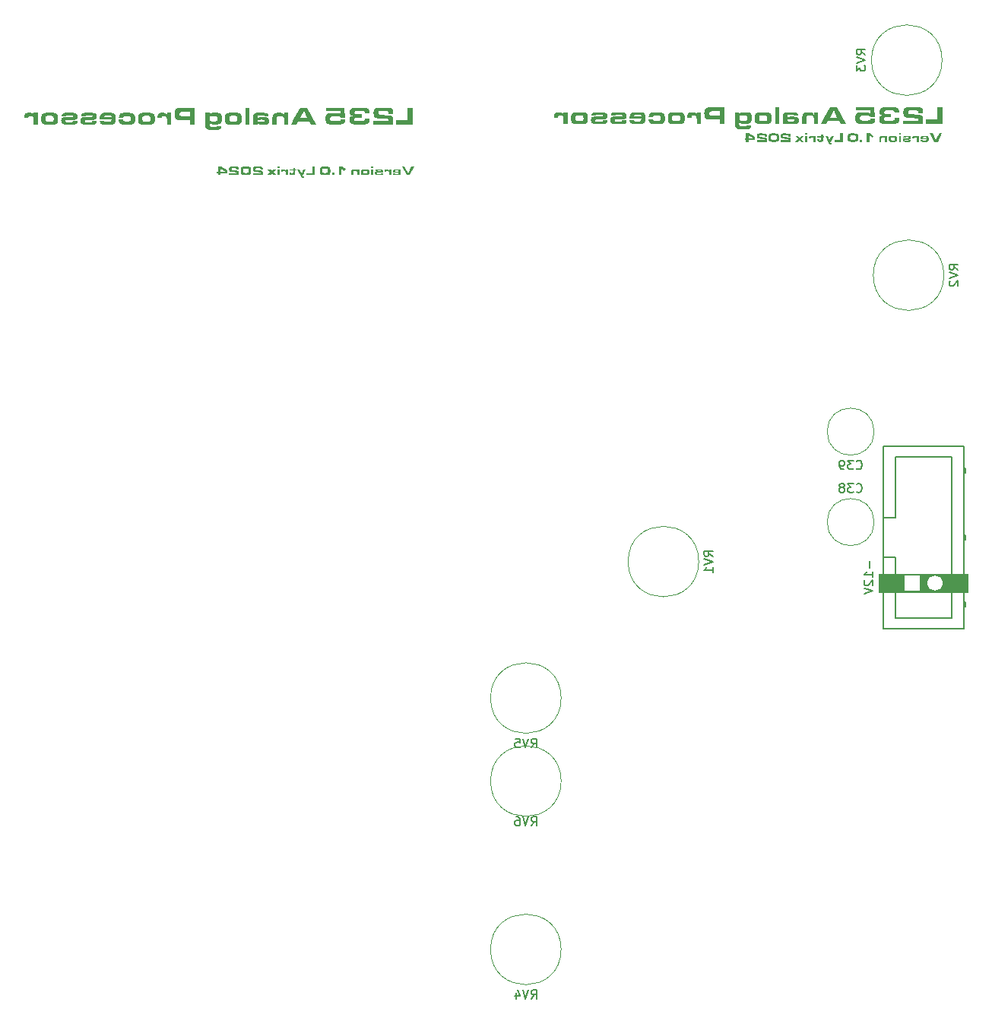
<source format=gbr>
%TF.GenerationSoftware,KiCad,Pcbnew,7.0.10*%
%TF.CreationDate,2024-04-12T22:08:05+02:00*%
%TF.ProjectId,L235-Analog-Processor,4c323335-2d41-46e6-916c-6f672d50726f,rev?*%
%TF.SameCoordinates,Original*%
%TF.FileFunction,Legend,Bot*%
%TF.FilePolarity,Positive*%
%FSLAX46Y46*%
G04 Gerber Fmt 4.6, Leading zero omitted, Abs format (unit mm)*
G04 Created by KiCad (PCBNEW 7.0.10) date 2024-04-12 22:08:05*
%MOMM*%
%LPD*%
G01*
G04 APERTURE LIST*
%ADD10C,0.150000*%
%ADD11C,0.120000*%
%ADD12C,0.100000*%
%ADD13O,2.720000X3.240000*%
%ADD14R,1.800000X1.800000*%
%ADD15C,1.800000*%
%ADD16C,3.200000*%
%ADD17C,1.600000*%
%ADD18R,1.500000X3.000000*%
%ADD19R,3.000000X1.500000*%
%ADD20R,1.700000X1.700000*%
%ADD21O,1.700000X1.700000*%
%ADD22C,1.200000*%
%ADD23C,1.260000*%
%ADD24C,1.700000*%
G04 APERTURE END LIST*
D10*
G36*
X226726978Y-41291053D02*
G01*
X226726978Y-41760000D01*
X228586154Y-41760000D01*
X228586154Y-39884214D01*
X228018045Y-39884214D01*
X228018045Y-41291053D01*
X226726978Y-41291053D01*
G37*
G36*
X226411416Y-41760000D02*
G01*
X226411416Y-41276887D01*
X226411049Y-41245420D01*
X226409950Y-41215010D01*
X226408119Y-41185657D01*
X226405554Y-41157361D01*
X226402257Y-41130122D01*
X226398227Y-41103940D01*
X226393464Y-41078816D01*
X226387969Y-41054748D01*
X226381740Y-41031738D01*
X226374779Y-41009785D01*
X226367086Y-40988889D01*
X226358659Y-40969050D01*
X226349500Y-40950268D01*
X226339608Y-40932543D01*
X226328984Y-40915875D01*
X226317627Y-40900265D01*
X226298702Y-40878402D01*
X226284597Y-40864671D01*
X226269301Y-40851615D01*
X226252814Y-40839235D01*
X226235137Y-40827530D01*
X226216270Y-40816501D01*
X226196211Y-40806148D01*
X226174962Y-40796470D01*
X226152522Y-40787467D01*
X226128892Y-40779140D01*
X226104071Y-40771488D01*
X226078059Y-40764512D01*
X226050856Y-40758211D01*
X226022463Y-40752586D01*
X225992879Y-40747636D01*
X225977641Y-40745415D01*
X224997738Y-40665792D01*
X224973666Y-40663034D01*
X224950907Y-40659890D01*
X224929461Y-40656359D01*
X224909330Y-40652442D01*
X224884532Y-40646618D01*
X224862069Y-40640108D01*
X224841942Y-40632910D01*
X224820067Y-40622947D01*
X224808694Y-40616454D01*
X224792089Y-40603701D01*
X224778297Y-40587727D01*
X224767321Y-40568534D01*
X224759159Y-40546120D01*
X224754656Y-40525871D01*
X224751954Y-40503561D01*
X224751053Y-40479190D01*
X224753984Y-40440600D01*
X224754793Y-40414947D01*
X224757220Y-40391476D01*
X224761265Y-40370189D01*
X224766929Y-40351085D01*
X224776283Y-40330274D01*
X224788166Y-40312874D01*
X224802578Y-40298885D01*
X224805763Y-40296496D01*
X224824437Y-40285801D01*
X224842965Y-40278550D01*
X224864684Y-40272459D01*
X224889593Y-40267529D01*
X224910368Y-40264592D01*
X224932938Y-40262308D01*
X224957303Y-40260677D01*
X224983462Y-40259698D01*
X225011416Y-40259371D01*
X225303042Y-40259371D01*
X225633258Y-40265233D01*
X225657322Y-40265686D01*
X225680361Y-40267046D01*
X225702374Y-40269312D01*
X225723361Y-40272484D01*
X225743322Y-40276563D01*
X225762258Y-40281548D01*
X225769546Y-40283796D01*
X225789948Y-40291512D01*
X225808289Y-40300740D01*
X225827082Y-40313416D01*
X225843070Y-40328149D01*
X225854542Y-40342414D01*
X225865742Y-40359822D01*
X225876138Y-40379430D01*
X225883969Y-40398733D01*
X225889235Y-40417730D01*
X225889713Y-40420083D01*
X225893019Y-40441893D01*
X225895049Y-40462837D01*
X225896124Y-40482365D01*
X225896545Y-40503015D01*
X225896552Y-40506057D01*
X225896552Y-40572002D01*
X226411416Y-40572002D01*
X226414347Y-40440600D01*
X226414202Y-40417972D01*
X226413767Y-40395886D01*
X226413042Y-40374341D01*
X226412026Y-40353336D01*
X226410721Y-40332873D01*
X226409126Y-40312950D01*
X226405066Y-40274728D01*
X226399845Y-40238670D01*
X226393464Y-40204776D01*
X226385923Y-40173045D01*
X226377222Y-40143478D01*
X226367361Y-40116075D01*
X226356339Y-40090836D01*
X226344157Y-40067761D01*
X226330816Y-40046850D01*
X226316314Y-40028102D01*
X226300652Y-40011518D01*
X226283829Y-39997099D01*
X226265847Y-39984842D01*
X226246334Y-39974018D01*
X226224921Y-39963891D01*
X226201607Y-39954463D01*
X226176393Y-39945733D01*
X226149278Y-39937702D01*
X226120263Y-39930369D01*
X226089347Y-39923734D01*
X226056531Y-39917798D01*
X226021814Y-39912560D01*
X225985197Y-39908020D01*
X225946679Y-39904179D01*
X225926707Y-39902521D01*
X225906261Y-39901037D01*
X225885339Y-39899727D01*
X225863942Y-39898592D01*
X225842070Y-39897632D01*
X225819722Y-39896846D01*
X225796900Y-39896235D01*
X225773602Y-39895799D01*
X225749830Y-39895537D01*
X225725582Y-39895450D01*
X225098366Y-39884214D01*
X224784758Y-39889588D01*
X224746296Y-39890063D01*
X224709310Y-39891488D01*
X224673802Y-39893864D01*
X224639770Y-39897190D01*
X224607215Y-39901466D01*
X224576137Y-39906692D01*
X224546536Y-39912869D01*
X224518412Y-39919996D01*
X224491764Y-39928073D01*
X224466594Y-39937101D01*
X224442901Y-39947078D01*
X224420684Y-39958006D01*
X224399944Y-39969885D01*
X224380682Y-39982713D01*
X224362896Y-39996492D01*
X224346587Y-40011221D01*
X224331503Y-40027173D01*
X224317392Y-40044621D01*
X224304255Y-40063565D01*
X224292090Y-40084005D01*
X224280899Y-40105941D01*
X224270681Y-40129373D01*
X224261436Y-40154301D01*
X224253164Y-40180725D01*
X224245865Y-40208645D01*
X224239540Y-40238061D01*
X224234187Y-40268973D01*
X224229808Y-40301381D01*
X224226402Y-40335285D01*
X224223969Y-40370685D01*
X224222510Y-40407581D01*
X224222023Y-40445973D01*
X224222141Y-40467954D01*
X224222494Y-40489507D01*
X224223083Y-40510632D01*
X224223908Y-40531328D01*
X224224969Y-40551596D01*
X224226265Y-40571436D01*
X224229564Y-40609829D01*
X224233806Y-40646510D01*
X224238990Y-40681477D01*
X224245117Y-40714730D01*
X224252187Y-40746270D01*
X224260199Y-40776096D01*
X224269154Y-40804209D01*
X224279052Y-40830608D01*
X224289892Y-40855293D01*
X224301675Y-40878266D01*
X224314400Y-40899524D01*
X224328068Y-40919069D01*
X224342679Y-40936901D01*
X224358597Y-40953286D01*
X224376308Y-40968615D01*
X224395813Y-40982886D01*
X224417112Y-40996099D01*
X224440204Y-41008256D01*
X224465090Y-41019356D01*
X224491770Y-41029399D01*
X224520243Y-41038384D01*
X224550510Y-41046312D01*
X224582571Y-41053184D01*
X224616426Y-41058998D01*
X224652074Y-41063755D01*
X224689515Y-41067455D01*
X224728751Y-41070097D01*
X224749041Y-41071022D01*
X224769780Y-41071683D01*
X224790967Y-41072080D01*
X224812602Y-41072212D01*
X225274710Y-41103475D01*
X225666475Y-41131807D01*
X225687082Y-41132060D01*
X225706769Y-41132820D01*
X225731591Y-41134621D01*
X225754778Y-41137323D01*
X225776333Y-41140926D01*
X225796254Y-41145429D01*
X225818858Y-41152325D01*
X225838911Y-41160628D01*
X225856220Y-41171556D01*
X225870595Y-41186636D01*
X225882037Y-41205865D01*
X225889078Y-41224237D01*
X225894242Y-41245264D01*
X225897527Y-41268948D01*
X225898760Y-41288454D01*
X225898994Y-41302288D01*
X225898994Y-41384842D01*
X224222023Y-41384842D01*
X224222023Y-41760000D01*
X226411416Y-41760000D01*
G37*
G36*
X222498645Y-40634528D02*
G01*
X222400460Y-40634528D01*
X222373294Y-40634310D01*
X222347486Y-40633653D01*
X222323034Y-40632558D01*
X222299939Y-40631025D01*
X222278200Y-40629054D01*
X222257818Y-40626646D01*
X222232753Y-40622753D01*
X222210099Y-40618082D01*
X222189858Y-40612632D01*
X222180641Y-40609616D01*
X222160095Y-40599743D01*
X222143032Y-40585697D01*
X222129450Y-40567477D01*
X222119352Y-40545082D01*
X222113780Y-40524161D01*
X222110437Y-40500569D01*
X222109322Y-40474305D01*
X222109765Y-40451343D01*
X222111091Y-40429901D01*
X222113302Y-40409978D01*
X222117626Y-40385779D01*
X222123522Y-40364282D01*
X222130991Y-40345487D01*
X222142537Y-40325792D01*
X222156541Y-40310319D01*
X222159636Y-40307732D01*
X222178305Y-40296192D01*
X222197482Y-40288369D01*
X222220429Y-40281797D01*
X222240114Y-40277690D01*
X222261920Y-40274286D01*
X222285847Y-40271587D01*
X222311895Y-40269592D01*
X222340063Y-40268302D01*
X222360020Y-40267832D01*
X222380920Y-40267676D01*
X222405833Y-40267676D01*
X222716999Y-40259371D01*
X222985666Y-40267187D01*
X223008219Y-40267552D01*
X223029715Y-40268647D01*
X223050156Y-40270472D01*
X223069540Y-40273026D01*
X223093743Y-40277568D01*
X223116068Y-40283406D01*
X223136516Y-40290543D01*
X223155086Y-40298977D01*
X223171779Y-40308709D01*
X223189932Y-40323261D01*
X223205009Y-40341271D01*
X223214855Y-40358170D01*
X223222732Y-40377282D01*
X223228640Y-40398607D01*
X223232578Y-40422146D01*
X223234547Y-40447898D01*
X223234793Y-40461605D01*
X223231862Y-40509476D01*
X223761381Y-40509476D01*
X223761276Y-40489278D01*
X223760961Y-40469474D01*
X223759702Y-40431044D01*
X223757603Y-40394186D01*
X223754664Y-40358900D01*
X223750886Y-40325187D01*
X223746268Y-40293046D01*
X223740811Y-40262478D01*
X223734514Y-40233482D01*
X223727378Y-40206058D01*
X223719402Y-40180206D01*
X223710586Y-40155927D01*
X223700931Y-40133220D01*
X223690436Y-40112085D01*
X223679102Y-40092523D01*
X223666928Y-40074533D01*
X223653914Y-40058115D01*
X223639939Y-40042894D01*
X223625002Y-40028493D01*
X223609103Y-40014913D01*
X223592243Y-40002153D01*
X223574421Y-39990214D01*
X223555637Y-39979095D01*
X223535891Y-39968797D01*
X223515184Y-39959319D01*
X223493515Y-39950662D01*
X223470885Y-39942825D01*
X223447292Y-39935809D01*
X223422738Y-39929613D01*
X223397222Y-39924238D01*
X223370745Y-39919683D01*
X223343306Y-39915949D01*
X223314905Y-39913035D01*
X223286504Y-39910535D01*
X223259065Y-39908165D01*
X223232588Y-39905925D01*
X223207072Y-39903815D01*
X223182518Y-39901834D01*
X223158925Y-39899983D01*
X223136295Y-39898262D01*
X223114626Y-39896671D01*
X223093919Y-39895209D01*
X223074173Y-39893877D01*
X223046358Y-39892123D01*
X223020707Y-39890660D01*
X222997219Y-39889490D01*
X222975896Y-39888611D01*
X222955100Y-39887825D01*
X222933197Y-39887117D01*
X222910187Y-39886486D01*
X222886068Y-39885932D01*
X222860842Y-39885455D01*
X222834508Y-39885056D01*
X222807066Y-39884734D01*
X222778517Y-39884489D01*
X222758869Y-39884369D01*
X222738729Y-39884283D01*
X222718096Y-39884232D01*
X222696971Y-39884214D01*
X222621744Y-39884214D01*
X222187480Y-39892519D01*
X222167714Y-39892624D01*
X222129208Y-39893463D01*
X222092068Y-39895142D01*
X222056294Y-39897661D01*
X222021886Y-39901019D01*
X221988845Y-39905217D01*
X221957170Y-39910255D01*
X221926861Y-39916132D01*
X221897918Y-39922849D01*
X221870341Y-39930405D01*
X221844131Y-39938801D01*
X221819287Y-39948036D01*
X221795809Y-39958111D01*
X221773697Y-39969026D01*
X221752952Y-39980780D01*
X221733573Y-39993374D01*
X221724396Y-39999986D01*
X221706886Y-40014138D01*
X221690507Y-40029852D01*
X221675257Y-40047126D01*
X221661137Y-40065962D01*
X221648146Y-40086358D01*
X221636285Y-40108315D01*
X221625554Y-40131833D01*
X221615952Y-40156912D01*
X221607480Y-40183551D01*
X221600137Y-40211752D01*
X221593924Y-40241513D01*
X221588841Y-40272835D01*
X221584887Y-40305718D01*
X221582063Y-40340162D01*
X221580369Y-40376167D01*
X221579804Y-40413733D01*
X221579979Y-40435646D01*
X221580506Y-40456689D01*
X221581384Y-40476862D01*
X221582975Y-40500855D01*
X221585114Y-40523488D01*
X221587802Y-40544761D01*
X221591039Y-40564675D01*
X221596197Y-40587435D01*
X221601938Y-40606192D01*
X221608991Y-40624759D01*
X221617356Y-40643134D01*
X221627032Y-40661319D01*
X221638021Y-40679313D01*
X221640376Y-40682889D01*
X221653740Y-40700236D01*
X221670324Y-40716558D01*
X221685910Y-40728877D01*
X221703557Y-40740539D01*
X221723264Y-40751546D01*
X221745032Y-40761895D01*
X221768861Y-40771589D01*
X221781548Y-40776189D01*
X221804077Y-40782250D01*
X221825317Y-40787976D01*
X221845270Y-40793367D01*
X221869870Y-40800034D01*
X221892180Y-40806106D01*
X221912200Y-40811582D01*
X221934006Y-40817590D01*
X221955449Y-40823572D01*
X221925583Y-40827267D01*
X221896923Y-40831388D01*
X221869468Y-40835937D01*
X221843220Y-40840914D01*
X221818177Y-40846318D01*
X221794341Y-40852149D01*
X221771710Y-40858408D01*
X221750285Y-40865094D01*
X221730067Y-40872207D01*
X221711054Y-40879748D01*
X221684796Y-40891861D01*
X221661251Y-40904936D01*
X221640420Y-40918972D01*
X221622302Y-40933970D01*
X221606239Y-40950740D01*
X221591756Y-40970275D01*
X221578854Y-40992574D01*
X221567531Y-41017639D01*
X221557788Y-41045468D01*
X221552170Y-41065557D01*
X221547255Y-41086875D01*
X221543041Y-41109421D01*
X221539530Y-41133197D01*
X221536722Y-41158201D01*
X221534615Y-41184435D01*
X221533211Y-41211897D01*
X221532508Y-41240588D01*
X221532421Y-41255394D01*
X221532963Y-41285596D01*
X221534588Y-41314897D01*
X221537298Y-41343298D01*
X221541091Y-41370799D01*
X221545969Y-41397398D01*
X221551930Y-41423097D01*
X221558974Y-41447895D01*
X221567103Y-41471793D01*
X221576316Y-41494790D01*
X221586612Y-41516886D01*
X221597992Y-41538082D01*
X221610456Y-41558377D01*
X221624004Y-41577771D01*
X221638636Y-41596265D01*
X221654351Y-41613858D01*
X221671151Y-41630551D01*
X221689663Y-41646226D01*
X221710642Y-41660890D01*
X221734085Y-41674543D01*
X221759994Y-41687185D01*
X221788368Y-41698815D01*
X221819208Y-41709434D01*
X221852512Y-41719041D01*
X221888283Y-41727637D01*
X221926518Y-41735222D01*
X221946560Y-41738635D01*
X221967219Y-41741796D01*
X221988494Y-41744703D01*
X222010385Y-41747358D01*
X222032892Y-41749760D01*
X222056016Y-41751909D01*
X222079757Y-41753805D01*
X222104113Y-41755449D01*
X222129086Y-41756839D01*
X222154675Y-41757977D01*
X222180881Y-41758862D01*
X222207703Y-41759494D01*
X222235141Y-41759873D01*
X222263195Y-41760000D01*
X222705763Y-41760000D01*
X223063823Y-41757069D01*
X223086739Y-41756969D01*
X223109264Y-41756670D01*
X223131398Y-41756171D01*
X223153140Y-41755473D01*
X223174491Y-41754576D01*
X223195451Y-41753479D01*
X223216020Y-41752183D01*
X223236198Y-41750688D01*
X223255984Y-41748993D01*
X223294384Y-41745005D01*
X223331219Y-41740219D01*
X223366489Y-41734636D01*
X223400194Y-41728255D01*
X223432335Y-41721077D01*
X223462911Y-41713101D01*
X223491923Y-41704327D01*
X223519370Y-41694756D01*
X223545252Y-41684387D01*
X223569569Y-41673220D01*
X223592322Y-41661256D01*
X223603112Y-41654975D01*
X223623638Y-41641194D01*
X223642839Y-41625498D01*
X223660717Y-41607886D01*
X223677270Y-41588358D01*
X223692499Y-41566914D01*
X223706403Y-41543555D01*
X223718984Y-41518279D01*
X223730240Y-41491088D01*
X223740172Y-41461981D01*
X223748780Y-41430959D01*
X223756063Y-41398020D01*
X223762022Y-41363166D01*
X223766657Y-41326396D01*
X223769968Y-41287710D01*
X223771126Y-41267649D01*
X223771954Y-41247109D01*
X223772451Y-41226089D01*
X223772616Y-41204591D01*
X223766754Y-41103475D01*
X223254333Y-41103475D01*
X223253891Y-41131523D01*
X223252564Y-41157966D01*
X223250353Y-41182803D01*
X223247257Y-41206034D01*
X223243277Y-41227659D01*
X223238413Y-41247679D01*
X223230552Y-41271874D01*
X223221118Y-41293215D01*
X223210111Y-41311701D01*
X223204019Y-41319874D01*
X223189952Y-41334414D01*
X223172908Y-41347015D01*
X223152888Y-41357678D01*
X223129891Y-41366402D01*
X223110690Y-41371673D01*
X223089814Y-41375853D01*
X223067264Y-41378943D01*
X223043040Y-41380942D01*
X223017141Y-41381851D01*
X223008136Y-41381912D01*
X222683293Y-41384842D01*
X222369685Y-41384842D01*
X222305205Y-41387773D01*
X222285075Y-41387456D01*
X222259437Y-41386044D01*
X222235173Y-41383502D01*
X222212283Y-41379831D01*
X222190767Y-41375030D01*
X222170624Y-41369099D01*
X222151856Y-41362039D01*
X222130327Y-41351625D01*
X222111329Y-41338636D01*
X222095551Y-41322259D01*
X222082993Y-41302495D01*
X222075265Y-41284246D01*
X222069598Y-41263829D01*
X222065992Y-41241244D01*
X222064446Y-41216491D01*
X222064382Y-41209965D01*
X222064850Y-41188723D01*
X222066254Y-41168777D01*
X222069581Y-41144200D01*
X222074573Y-41121928D01*
X222081229Y-41101962D01*
X222091888Y-41080244D01*
X222105147Y-41062129D01*
X222117627Y-41050230D01*
X222135899Y-41037705D01*
X222157440Y-41027303D01*
X222177025Y-41020510D01*
X222198702Y-41015076D01*
X222222470Y-41011000D01*
X222248329Y-41008283D01*
X222269096Y-41007137D01*
X222291039Y-41006755D01*
X222428303Y-41009685D01*
X222876245Y-41009685D01*
X222876245Y-40634528D01*
X222498645Y-40634528D01*
G37*
G36*
X220542749Y-40259371D02*
G01*
X220542749Y-40633063D01*
X220529479Y-40617411D01*
X220515867Y-40602695D01*
X220501911Y-40588915D01*
X220482768Y-40571997D01*
X220463015Y-40556743D01*
X220442651Y-40543153D01*
X220421677Y-40531228D01*
X220400092Y-40520966D01*
X220383502Y-40514361D01*
X220360551Y-40506576D01*
X220336638Y-40499829D01*
X220311764Y-40494119D01*
X220292477Y-40490519D01*
X220272649Y-40487502D01*
X220252280Y-40485069D01*
X220231370Y-40483220D01*
X220209919Y-40481955D01*
X220187927Y-40481274D01*
X220172965Y-40481144D01*
X219999553Y-40478213D01*
X219825652Y-40478213D01*
X219803155Y-40478226D01*
X219780726Y-40478265D01*
X219758367Y-40478329D01*
X219736076Y-40478419D01*
X219713853Y-40478535D01*
X219691700Y-40478677D01*
X219669615Y-40478844D01*
X219647599Y-40479037D01*
X219625651Y-40479256D01*
X219603772Y-40479501D01*
X219589225Y-40479678D01*
X219566627Y-40480138D01*
X219542433Y-40480966D01*
X219516642Y-40482164D01*
X219489253Y-40483731D01*
X219460267Y-40485668D01*
X219440056Y-40487164D01*
X219419135Y-40488824D01*
X219397504Y-40490648D01*
X219375164Y-40492636D01*
X219352113Y-40494789D01*
X219328353Y-40497105D01*
X219303883Y-40499586D01*
X219278703Y-40502230D01*
X219265847Y-40503614D01*
X219240389Y-40506845D01*
X219215793Y-40510919D01*
X219192059Y-40515836D01*
X219169188Y-40521597D01*
X219147179Y-40528201D01*
X219126033Y-40535648D01*
X219105750Y-40543939D01*
X219086329Y-40553073D01*
X219067770Y-40563051D01*
X219050074Y-40573872D01*
X219033240Y-40585537D01*
X219017269Y-40598045D01*
X219002160Y-40611396D01*
X218987914Y-40625591D01*
X218974530Y-40640629D01*
X218962009Y-40656510D01*
X218950297Y-40673361D01*
X218939340Y-40691429D01*
X218929139Y-40710715D01*
X218919694Y-40731218D01*
X218911004Y-40752939D01*
X218903070Y-40775876D01*
X218895892Y-40800032D01*
X218889469Y-40825404D01*
X218883802Y-40851994D01*
X218878890Y-40879802D01*
X218874734Y-40908827D01*
X218871334Y-40939069D01*
X218868689Y-40970528D01*
X218866800Y-41003205D01*
X218865667Y-41037100D01*
X218865289Y-41072212D01*
X218865420Y-41094490D01*
X218865814Y-41116383D01*
X218866469Y-41137892D01*
X218867388Y-41159017D01*
X218868568Y-41179757D01*
X218870011Y-41200113D01*
X218871717Y-41220084D01*
X218873685Y-41239671D01*
X218878407Y-41277690D01*
X218884179Y-41314172D01*
X218891001Y-41349116D01*
X218898872Y-41382522D01*
X218907793Y-41414390D01*
X218917763Y-41444720D01*
X218928782Y-41473512D01*
X218940851Y-41500766D01*
X218953970Y-41526482D01*
X218968138Y-41550660D01*
X218983355Y-41573301D01*
X218999622Y-41594403D01*
X219017278Y-41614101D01*
X219036663Y-41632528D01*
X219057777Y-41649684D01*
X219080619Y-41665569D01*
X219105191Y-41680184D01*
X219131491Y-41693527D01*
X219159519Y-41705600D01*
X219189277Y-41716402D01*
X219220763Y-41725933D01*
X219253978Y-41734194D01*
X219288922Y-41741183D01*
X219325595Y-41746902D01*
X219363996Y-41751350D01*
X219383845Y-41753097D01*
X219404127Y-41754527D01*
X219424840Y-41755639D01*
X219445986Y-41756433D01*
X219467564Y-41756910D01*
X219489574Y-41757069D01*
X219699622Y-41760000D01*
X219912602Y-41760000D01*
X220447494Y-41745833D01*
X220469157Y-41745722D01*
X220490427Y-41745389D01*
X220511304Y-41744833D01*
X220531788Y-41744055D01*
X220551879Y-41743055D01*
X220571577Y-41741832D01*
X220609793Y-41738720D01*
X220646437Y-41734718D01*
X220681509Y-41729828D01*
X220715009Y-41724048D01*
X220746936Y-41717379D01*
X220777291Y-41709821D01*
X220806073Y-41701374D01*
X220833283Y-41692037D01*
X220858921Y-41681811D01*
X220882987Y-41670696D01*
X220905480Y-41658692D01*
X220926401Y-41645799D01*
X220945749Y-41632016D01*
X220963732Y-41616858D01*
X220980554Y-41599837D01*
X220996216Y-41580954D01*
X221010718Y-41560209D01*
X221024060Y-41537601D01*
X221036241Y-41513131D01*
X221047263Y-41486799D01*
X221057124Y-41458604D01*
X221065825Y-41428547D01*
X221073366Y-41396627D01*
X221079747Y-41362845D01*
X221084968Y-41327201D01*
X221089028Y-41289695D01*
X221091929Y-41250326D01*
X221092944Y-41229943D01*
X221093669Y-41209094D01*
X221094104Y-41187780D01*
X221094249Y-41166001D01*
X220573523Y-41166001D01*
X220573060Y-41186321D01*
X220570625Y-41214690D01*
X220566104Y-41240525D01*
X220559497Y-41263828D01*
X220550803Y-41284598D01*
X220540022Y-41302835D01*
X220527155Y-41318538D01*
X220512202Y-41331709D01*
X220495161Y-41342346D01*
X220476035Y-41350451D01*
X220454821Y-41356022D01*
X220432533Y-41360125D01*
X220410365Y-41363824D01*
X220388318Y-41367120D01*
X220366390Y-41370012D01*
X220344583Y-41372501D01*
X220322896Y-41374586D01*
X220301329Y-41376268D01*
X220279882Y-41377546D01*
X220258556Y-41378420D01*
X220237350Y-41378891D01*
X220223279Y-41378981D01*
X219951681Y-41384842D01*
X219713788Y-41381912D01*
X219692097Y-41381726D01*
X219671229Y-41381171D01*
X219651186Y-41380246D01*
X219622667Y-41378163D01*
X219596002Y-41375248D01*
X219571193Y-41371500D01*
X219548238Y-41366919D01*
X219527137Y-41361505D01*
X219507892Y-41355259D01*
X219485116Y-41345634D01*
X219465638Y-41334528D01*
X219448922Y-41320866D01*
X219434436Y-41303571D01*
X219422178Y-41282642D01*
X219414447Y-41264561D01*
X219407970Y-41244437D01*
X219402746Y-41222269D01*
X219398776Y-41198058D01*
X219396060Y-41171803D01*
X219394597Y-41143504D01*
X219394319Y-41123503D01*
X219394825Y-41096798D01*
X219396345Y-41071639D01*
X219398878Y-41048026D01*
X219402425Y-41025958D01*
X219406984Y-41005436D01*
X219412557Y-40986460D01*
X219421563Y-40963562D01*
X219432371Y-40943412D01*
X219444980Y-40926009D01*
X219451960Y-40918339D01*
X219467630Y-40904485D01*
X219486063Y-40892479D01*
X219507258Y-40882320D01*
X219531217Y-40874009D01*
X219550999Y-40868987D01*
X219572336Y-40865004D01*
X219595226Y-40862060D01*
X219619671Y-40860155D01*
X219645670Y-40859290D01*
X219654682Y-40859232D01*
X219959985Y-40853370D01*
X220268220Y-40853370D01*
X220288666Y-40853477D01*
X220311563Y-40853890D01*
X220332675Y-40854611D01*
X220355048Y-40855843D01*
X220374990Y-40857496D01*
X220377641Y-40857766D01*
X220399531Y-40860881D01*
X220420137Y-40865108D01*
X220442100Y-40870738D01*
X220462004Y-40876680D01*
X220475826Y-40881214D01*
X220495146Y-40890287D01*
X220511341Y-40903585D01*
X220524409Y-40921107D01*
X220532913Y-40938937D01*
X220539245Y-40959700D01*
X220542749Y-40978422D01*
X221021465Y-40978422D01*
X220996063Y-39884214D01*
X218946377Y-39884214D01*
X218946377Y-40259371D01*
X220542749Y-40259371D01*
G37*
G36*
X217859008Y-41760000D02*
G01*
X217225931Y-41760000D01*
X217041283Y-41416106D01*
X215834724Y-41416106D01*
X215658380Y-41760000D01*
X215031165Y-41760000D01*
X215421774Y-41040949D01*
X216041842Y-41040949D01*
X216842470Y-41040949D01*
X216442400Y-40259371D01*
X216041842Y-41040949D01*
X215421774Y-41040949D01*
X216050146Y-39884214D01*
X216817557Y-39884214D01*
X217859008Y-41760000D01*
G37*
G36*
X214250564Y-40743949D02*
G01*
X214242566Y-40722011D01*
X214233956Y-40701016D01*
X214224736Y-40680963D01*
X214214905Y-40661853D01*
X214204464Y-40643686D01*
X214193412Y-40626461D01*
X214181749Y-40610179D01*
X214169476Y-40594839D01*
X214149921Y-40573597D01*
X214128993Y-40554476D01*
X214106690Y-40537476D01*
X214083014Y-40522597D01*
X214057964Y-40509838D01*
X214049308Y-40506057D01*
X214022309Y-40495494D01*
X214003518Y-40489029D01*
X213984093Y-40483026D01*
X213964034Y-40477485D01*
X213943342Y-40472405D01*
X213922017Y-40467787D01*
X213900058Y-40463631D01*
X213877465Y-40459937D01*
X213854239Y-40456705D01*
X213830380Y-40453934D01*
X213805887Y-40451625D01*
X213780760Y-40449778D01*
X213755000Y-40448393D01*
X213728607Y-40447469D01*
X213701580Y-40447008D01*
X213687829Y-40446950D01*
X213663203Y-40447075D01*
X213639028Y-40447450D01*
X213615305Y-40448075D01*
X213592032Y-40448950D01*
X213569211Y-40450075D01*
X213546842Y-40451449D01*
X213524923Y-40453074D01*
X213503456Y-40454949D01*
X213482440Y-40457074D01*
X213461876Y-40459448D01*
X213441762Y-40462073D01*
X213422100Y-40464948D01*
X213384130Y-40471447D01*
X213347965Y-40478946D01*
X213313605Y-40487445D01*
X213281050Y-40496943D01*
X213250300Y-40507442D01*
X213221356Y-40518941D01*
X213194216Y-40531439D01*
X213168882Y-40544937D01*
X213145352Y-40559435D01*
X213123628Y-40574933D01*
X213103457Y-40591925D01*
X213084587Y-40610906D01*
X213067019Y-40631874D01*
X213050752Y-40654831D01*
X213035786Y-40679776D01*
X213022122Y-40706710D01*
X213009759Y-40735632D01*
X212998698Y-40766542D01*
X212988938Y-40799440D01*
X212980479Y-40834327D01*
X212973321Y-40871202D01*
X212967465Y-40910065D01*
X212965025Y-40930242D01*
X212962910Y-40950916D01*
X212961121Y-40972088D01*
X212959657Y-40993756D01*
X212958518Y-41015922D01*
X212957705Y-41038584D01*
X212957217Y-41061744D01*
X212957054Y-41085401D01*
X212957054Y-41760000D01*
X213444075Y-41760000D01*
X213444075Y-41090286D01*
X213444353Y-41069567D01*
X213445189Y-41049787D01*
X213447487Y-41021878D01*
X213451039Y-40996080D01*
X213455845Y-40972396D01*
X213461904Y-40950823D01*
X213469217Y-40931363D01*
X213480918Y-40908702D01*
X213494848Y-40889796D01*
X213511006Y-40874645D01*
X213515393Y-40871444D01*
X213535131Y-40859881D01*
X213558686Y-40849859D01*
X213578856Y-40843355D01*
X213601172Y-40837718D01*
X213625636Y-40832948D01*
X213652246Y-40829045D01*
X213681003Y-40826010D01*
X213701366Y-40824468D01*
X213722684Y-40823311D01*
X213744956Y-40822541D01*
X213768182Y-40822155D01*
X213780153Y-40822107D01*
X213836329Y-40822107D01*
X213862804Y-40822347D01*
X213888375Y-40823069D01*
X213913042Y-40824271D01*
X213936804Y-40825954D01*
X213959662Y-40828118D01*
X213981615Y-40830762D01*
X214002664Y-40833888D01*
X214022808Y-40837494D01*
X214042048Y-40841582D01*
X214069212Y-40848614D01*
X214094341Y-40856728D01*
X214117434Y-40865925D01*
X214138493Y-40876203D01*
X214151402Y-40883656D01*
X214169123Y-40896532D01*
X214185102Y-40912078D01*
X214199337Y-40930295D01*
X214211829Y-40951182D01*
X214222578Y-40974739D01*
X214231584Y-41000967D01*
X214236620Y-41019936D01*
X214240881Y-41040092D01*
X214244367Y-41061434D01*
X214247078Y-41083964D01*
X214249015Y-41107680D01*
X214250177Y-41132584D01*
X214250564Y-41158674D01*
X214250564Y-41188471D01*
X214250564Y-41760000D01*
X214735142Y-41760000D01*
X214735142Y-40446950D01*
X214250564Y-40446950D01*
X214250564Y-40743949D01*
G37*
G36*
X211954682Y-40458185D02*
G01*
X211985834Y-40458510D01*
X212016277Y-40459483D01*
X212046009Y-40461105D01*
X212075032Y-40463375D01*
X212103345Y-40466295D01*
X212130949Y-40469863D01*
X212157842Y-40474080D01*
X212184026Y-40478946D01*
X212209500Y-40484460D01*
X212234263Y-40490624D01*
X212258318Y-40497436D01*
X212281662Y-40504897D01*
X212304296Y-40513006D01*
X212326221Y-40521765D01*
X212347436Y-40531172D01*
X212367941Y-40541228D01*
X212387402Y-40552179D01*
X212405607Y-40564270D01*
X212422557Y-40577503D01*
X212438252Y-40591878D01*
X212452691Y-40607393D01*
X212465874Y-40624049D01*
X212477802Y-40641846D01*
X212488474Y-40660785D01*
X212497891Y-40680864D01*
X212506052Y-40702085D01*
X212512958Y-40724446D01*
X212518608Y-40747949D01*
X212523002Y-40772592D01*
X212526141Y-40798377D01*
X212528025Y-40825303D01*
X212528652Y-40853370D01*
X212047494Y-40853370D01*
X212046671Y-40831572D01*
X212043511Y-40808720D01*
X212037981Y-40789474D01*
X212028535Y-40771579D01*
X212013788Y-40757138D01*
X211994676Y-40747308D01*
X211974247Y-40741010D01*
X211953982Y-40737323D01*
X211931176Y-40735217D01*
X211910230Y-40734668D01*
X211750495Y-40728318D01*
X211526768Y-40734180D01*
X211504763Y-40734557D01*
X211483995Y-40735691D01*
X211458228Y-40738377D01*
X211434658Y-40742407D01*
X211413287Y-40747781D01*
X211394114Y-40754497D01*
X211373239Y-40764782D01*
X211355798Y-40777166D01*
X211352703Y-40779932D01*
X211338699Y-40796137D01*
X211327153Y-40816301D01*
X211319684Y-40835284D01*
X211313788Y-40856800D01*
X211309464Y-40880850D01*
X211307253Y-40900551D01*
X211305926Y-40921677D01*
X211305484Y-40944228D01*
X211305484Y-41095170D01*
X211317858Y-41078003D01*
X211330798Y-41062037D01*
X211344305Y-41047274D01*
X211358378Y-41033713D01*
X211378024Y-41017501D01*
X211398678Y-41003427D01*
X211420339Y-40991489D01*
X211443008Y-40981689D01*
X211466684Y-40974026D01*
X211478918Y-40970773D01*
X211498033Y-40966286D01*
X211518067Y-40962272D01*
X211539020Y-40958730D01*
X211560892Y-40955660D01*
X211583682Y-40953063D01*
X211607391Y-40950937D01*
X211632019Y-40949285D01*
X211657566Y-40948104D01*
X211684032Y-40947395D01*
X211711416Y-40947159D01*
X211854054Y-40947159D01*
X211929769Y-40947159D01*
X211943742Y-40947192D01*
X211964667Y-40947362D01*
X211985548Y-40947678D01*
X212006386Y-40948141D01*
X212027182Y-40948749D01*
X212047934Y-40949503D01*
X212068644Y-40950403D01*
X212089311Y-40951449D01*
X212109934Y-40952641D01*
X212130515Y-40953979D01*
X212151053Y-40955464D01*
X212163906Y-40955563D01*
X212189063Y-40956361D01*
X212213488Y-40957956D01*
X212237179Y-40960349D01*
X212260138Y-40963539D01*
X212282364Y-40967527D01*
X212303857Y-40972313D01*
X212324618Y-40977896D01*
X212344646Y-40984277D01*
X212363941Y-40991456D01*
X212382504Y-40999432D01*
X212400333Y-41008205D01*
X212425704Y-41022861D01*
X212449426Y-41039312D01*
X212471500Y-41057557D01*
X212491753Y-41077571D01*
X212510014Y-41099328D01*
X212526282Y-41122829D01*
X212540559Y-41148072D01*
X212548970Y-41165869D01*
X212556496Y-41184441D01*
X212563136Y-41203788D01*
X212568891Y-41223909D01*
X212573761Y-41244805D01*
X212577745Y-41266476D01*
X212580844Y-41288922D01*
X212583057Y-41312142D01*
X212584386Y-41336137D01*
X212584828Y-41360907D01*
X212584254Y-41394862D01*
X212582531Y-41427242D01*
X212579659Y-41458045D01*
X212575639Y-41487272D01*
X212570469Y-41514923D01*
X212564152Y-41540998D01*
X212556685Y-41565496D01*
X212548070Y-41588419D01*
X212538306Y-41609765D01*
X212527393Y-41629536D01*
X212515332Y-41647730D01*
X212502122Y-41664348D01*
X212487763Y-41679390D01*
X212472255Y-41692856D01*
X212455599Y-41704745D01*
X212437794Y-41715059D01*
X212418764Y-41724287D01*
X212398433Y-41732919D01*
X212376800Y-41740956D01*
X212353866Y-41748398D01*
X212329631Y-41755244D01*
X212304094Y-41761495D01*
X212277256Y-41767151D01*
X212249116Y-41772212D01*
X212219676Y-41776677D01*
X212188933Y-41780546D01*
X212156890Y-41783821D01*
X212123545Y-41786500D01*
X212088899Y-41788584D01*
X212052951Y-41790072D01*
X212015702Y-41790965D01*
X211977152Y-41791263D01*
X211887759Y-41791263D01*
X211873311Y-41791221D01*
X211844917Y-41790889D01*
X211817196Y-41790225D01*
X211790146Y-41789229D01*
X211763768Y-41787901D01*
X211738061Y-41786241D01*
X211713026Y-41784249D01*
X211688663Y-41781925D01*
X211664972Y-41779268D01*
X211641952Y-41776280D01*
X211619603Y-41772960D01*
X211597927Y-41769308D01*
X211576922Y-41765324D01*
X211556589Y-41761007D01*
X211536927Y-41756359D01*
X211508694Y-41748764D01*
X211490670Y-41742996D01*
X211464964Y-41732633D01*
X211440856Y-41720218D01*
X211418344Y-41705751D01*
X211397430Y-41689232D01*
X211378113Y-41670661D01*
X211360393Y-41650037D01*
X211344270Y-41627361D01*
X211329744Y-41602633D01*
X211320948Y-41585007D01*
X211312861Y-41566469D01*
X211305484Y-41547020D01*
X211305484Y-41760000D01*
X210817975Y-41760000D01*
X210817975Y-41345275D01*
X211305484Y-41345275D01*
X211305604Y-41352003D01*
X211307919Y-41373809D01*
X211313178Y-41392903D01*
X211322795Y-41411404D01*
X211336259Y-41426364D01*
X211340384Y-41429550D01*
X211359211Y-41439922D01*
X211380781Y-41447845D01*
X211402586Y-41453765D01*
X211422538Y-41458054D01*
X211444718Y-41461947D01*
X211469127Y-41465443D01*
X211488776Y-41467800D01*
X211509438Y-41469925D01*
X211531114Y-41471818D01*
X211553803Y-41473480D01*
X211577505Y-41474909D01*
X211602220Y-41476107D01*
X211627949Y-41477073D01*
X211654690Y-41477807D01*
X211682445Y-41478310D01*
X211711214Y-41478580D01*
X211730955Y-41478632D01*
X211772965Y-41478632D01*
X211854054Y-41478632D01*
X211861005Y-41478607D01*
X211881371Y-41478242D01*
X211901007Y-41477440D01*
X211926053Y-41475688D01*
X211949802Y-41473158D01*
X211972253Y-41469849D01*
X211993407Y-41465762D01*
X212013263Y-41460896D01*
X212036259Y-41453719D01*
X212040556Y-41452109D01*
X212059998Y-41442488D01*
X212076029Y-41430242D01*
X212090764Y-41412084D01*
X212099291Y-41394066D01*
X212104407Y-41373425D01*
X212106112Y-41350160D01*
X212104716Y-41330842D01*
X212099041Y-41309378D01*
X212089002Y-41290895D01*
X212074598Y-41275394D01*
X212055829Y-41262874D01*
X212037671Y-41255005D01*
X212016719Y-41249043D01*
X211999527Y-41245377D01*
X211975550Y-41241049D01*
X211950366Y-41237363D01*
X211930687Y-41235019D01*
X211910329Y-41233035D01*
X211889293Y-41231412D01*
X211867579Y-41230150D01*
X211845186Y-41229248D01*
X211822116Y-41228707D01*
X211798366Y-41228527D01*
X211520906Y-41233412D01*
X211498970Y-41233763D01*
X211477859Y-41234816D01*
X211457571Y-41236572D01*
X211433371Y-41239754D01*
X211410459Y-41244033D01*
X211388835Y-41249409D01*
X211368499Y-41255882D01*
X211357237Y-41260486D01*
X211338038Y-41272038D01*
X211323269Y-41286716D01*
X211312930Y-41304519D01*
X211307023Y-41325447D01*
X211305484Y-41345275D01*
X210817975Y-41345275D01*
X210817975Y-40892937D01*
X210818617Y-40859942D01*
X210820540Y-40828366D01*
X210823746Y-40798209D01*
X210828234Y-40769473D01*
X210834004Y-40742156D01*
X210841056Y-40716258D01*
X210849391Y-40691781D01*
X210859008Y-40668722D01*
X210869908Y-40647084D01*
X210882089Y-40626865D01*
X210895553Y-40608066D01*
X210910299Y-40590687D01*
X210926328Y-40574727D01*
X210943638Y-40560187D01*
X210962231Y-40547067D01*
X210982107Y-40535366D01*
X211003104Y-40524659D01*
X211025185Y-40514643D01*
X211048350Y-40505318D01*
X211072599Y-40496684D01*
X211097931Y-40488740D01*
X211124348Y-40481487D01*
X211151848Y-40474925D01*
X211180432Y-40469054D01*
X211210100Y-40463873D01*
X211240851Y-40459383D01*
X211272687Y-40455584D01*
X211305606Y-40452476D01*
X211339610Y-40450058D01*
X211374697Y-40448331D01*
X211410867Y-40447295D01*
X211448122Y-40446950D01*
X211954682Y-40458185D01*
G37*
G36*
X210411067Y-41760000D02*
G01*
X210411067Y-39884214D01*
X209926489Y-39884214D01*
X209926489Y-41760000D01*
X210411067Y-41760000D01*
G37*
G36*
X208659597Y-40447023D02*
G01*
X208681564Y-40447242D01*
X208705232Y-40447607D01*
X208730600Y-40448118D01*
X208757668Y-40448775D01*
X208786436Y-40449577D01*
X208806559Y-40450194D01*
X208827438Y-40450875D01*
X208849073Y-40451621D01*
X208871463Y-40452432D01*
X208894609Y-40453308D01*
X208918510Y-40454249D01*
X208943167Y-40455254D01*
X208968017Y-40456481D01*
X208992497Y-40458086D01*
X209016606Y-40460068D01*
X209040346Y-40462429D01*
X209063715Y-40465167D01*
X209086713Y-40468283D01*
X209109342Y-40471777D01*
X209131601Y-40475648D01*
X209153489Y-40479898D01*
X209175007Y-40484525D01*
X209196155Y-40489530D01*
X209216933Y-40494913D01*
X209237341Y-40500674D01*
X209257378Y-40506812D01*
X209277045Y-40513329D01*
X209296343Y-40520223D01*
X209314974Y-40527636D01*
X209341346Y-40539994D01*
X209365830Y-40553837D01*
X209388424Y-40569165D01*
X209409129Y-40585979D01*
X209427946Y-40604279D01*
X209444873Y-40624064D01*
X209459911Y-40645335D01*
X209473060Y-40668091D01*
X209484320Y-40692332D01*
X209493691Y-40718060D01*
X209496426Y-40726985D01*
X209504109Y-40754994D01*
X209508798Y-40774691D01*
X209513139Y-40795210D01*
X209517132Y-40816549D01*
X209520779Y-40838708D01*
X209524078Y-40861688D01*
X209527030Y-40885488D01*
X209529635Y-40910109D01*
X209531892Y-40935550D01*
X209533802Y-40961812D01*
X209535365Y-40988894D01*
X209536580Y-41016797D01*
X209537448Y-41045520D01*
X209537969Y-41075064D01*
X209538143Y-41105429D01*
X209538143Y-41182609D01*
X209537978Y-41206878D01*
X209537483Y-41230590D01*
X209536657Y-41253746D01*
X209535502Y-41276345D01*
X209534017Y-41298389D01*
X209532201Y-41319876D01*
X209530055Y-41340807D01*
X209527579Y-41361181D01*
X209521637Y-41400262D01*
X209514375Y-41437118D01*
X209505792Y-41471749D01*
X209495889Y-41504155D01*
X209484665Y-41534336D01*
X209472121Y-41562293D01*
X209458256Y-41588024D01*
X209443071Y-41611530D01*
X209426566Y-41632812D01*
X209408740Y-41651869D01*
X209389594Y-41668700D01*
X209369127Y-41683307D01*
X209358282Y-41689949D01*
X209335091Y-41702600D01*
X209309896Y-41714408D01*
X209282697Y-41725372D01*
X209253495Y-41735493D01*
X209222289Y-41744770D01*
X209189079Y-41753204D01*
X209153866Y-41760795D01*
X209116650Y-41767542D01*
X209097290Y-41770599D01*
X209077430Y-41773446D01*
X209057069Y-41776081D01*
X209036206Y-41778506D01*
X209014843Y-41780720D01*
X208992979Y-41782723D01*
X208970614Y-41784515D01*
X208947748Y-41786097D01*
X208924382Y-41787467D01*
X208900514Y-41788627D01*
X208876146Y-41789576D01*
X208851276Y-41790314D01*
X208825906Y-41790841D01*
X208800035Y-41791157D01*
X208773663Y-41791263D01*
X208242190Y-41780027D01*
X208217640Y-41777701D01*
X208193691Y-41775181D01*
X208170344Y-41772465D01*
X208147600Y-41769556D01*
X208125457Y-41766451D01*
X208103917Y-41763152D01*
X208082978Y-41759658D01*
X208062641Y-41755969D01*
X208042907Y-41752086D01*
X208023774Y-41748009D01*
X207987315Y-41739269D01*
X207953264Y-41729752D01*
X207921622Y-41719455D01*
X207892387Y-41708380D01*
X207865560Y-41696527D01*
X207841142Y-41683895D01*
X207819131Y-41670484D01*
X207799529Y-41656296D01*
X207782335Y-41641328D01*
X207767548Y-41625582D01*
X207755170Y-41609057D01*
X207744286Y-41591079D01*
X207734104Y-41571093D01*
X207724625Y-41549100D01*
X207715847Y-41525099D01*
X207707772Y-41499091D01*
X207700399Y-41471075D01*
X207693728Y-41441053D01*
X207687759Y-41409023D01*
X207682493Y-41374985D01*
X207677928Y-41338940D01*
X207674066Y-41300888D01*
X207672399Y-41281109D01*
X207670906Y-41260828D01*
X207669590Y-41240046D01*
X207668449Y-41218761D01*
X207667483Y-41196975D01*
X207666693Y-41174687D01*
X207666354Y-41162093D01*
X208155240Y-41162093D01*
X208155522Y-41186922D01*
X208156370Y-41210117D01*
X208157782Y-41231679D01*
X208159758Y-41251608D01*
X208163024Y-41274222D01*
X208167172Y-41294284D01*
X208173314Y-41314989D01*
X208180985Y-41333073D01*
X208192191Y-41352651D01*
X208205829Y-41370592D01*
X208219453Y-41384669D01*
X208234863Y-41397543D01*
X208237619Y-41399565D01*
X208255754Y-41410716D01*
X208276636Y-41420185D01*
X208296138Y-41426789D01*
X208317547Y-41432225D01*
X208340865Y-41436492D01*
X208360892Y-41439064D01*
X208371414Y-41440070D01*
X208393671Y-41441887D01*
X208417545Y-41443444D01*
X208443038Y-41444741D01*
X208463220Y-41445544D01*
X208484311Y-41446201D01*
X208506313Y-41446712D01*
X208529225Y-41447077D01*
X208553048Y-41447296D01*
X208577780Y-41447369D01*
X208631025Y-41447369D01*
X208652417Y-41447077D01*
X208674101Y-41446387D01*
X208693972Y-41445544D01*
X208716088Y-41444441D01*
X208740447Y-41443079D01*
X208760189Y-41441887D01*
X208781194Y-41440548D01*
X208803460Y-41439064D01*
X208825618Y-41437167D01*
X208846480Y-41434771D01*
X208872278Y-41430802D01*
X208895771Y-41425948D01*
X208916959Y-41420208D01*
X208935842Y-41413583D01*
X208956204Y-41404057D01*
X208972965Y-41393147D01*
X208986961Y-41380675D01*
X209001616Y-41363410D01*
X209013935Y-41343637D01*
X209022417Y-41325245D01*
X209029276Y-41305112D01*
X209034514Y-41283237D01*
X209036170Y-41274090D01*
X209039844Y-41250787D01*
X209042849Y-41226863D01*
X209044772Y-41207278D01*
X209046268Y-41187296D01*
X209047337Y-41166917D01*
X209047978Y-41146141D01*
X209048192Y-41124968D01*
X209048184Y-41121881D01*
X209047794Y-41101914D01*
X209046821Y-41079474D01*
X209045564Y-41058885D01*
X209043902Y-41036579D01*
X209041834Y-41012555D01*
X209039888Y-40992100D01*
X209037923Y-40976685D01*
X209034034Y-40957188D01*
X209027134Y-40934512D01*
X209017967Y-40913720D01*
X209006535Y-40894813D01*
X208992837Y-40877790D01*
X208976873Y-40862651D01*
X208973420Y-40859814D01*
X208955137Y-40846600D01*
X208935161Y-40835008D01*
X208913492Y-40825038D01*
X208894937Y-40818230D01*
X208875298Y-40812459D01*
X208854576Y-40807727D01*
X208832770Y-40804033D01*
X208815578Y-40801676D01*
X208791600Y-40798894D01*
X208766416Y-40796524D01*
X208746737Y-40795017D01*
X208726379Y-40793742D01*
X208705344Y-40792699D01*
X208683629Y-40791887D01*
X208661237Y-40791308D01*
X208638166Y-40790960D01*
X208614417Y-40790844D01*
X208606384Y-40790855D01*
X208582619Y-40791027D01*
X208559352Y-40791405D01*
X208536583Y-40791989D01*
X208514312Y-40792779D01*
X208492539Y-40793775D01*
X208471264Y-40794977D01*
X208450488Y-40796385D01*
X208430209Y-40797999D01*
X208410428Y-40799820D01*
X208384828Y-40802568D01*
X208360503Y-40805735D01*
X208337842Y-40809620D01*
X208316845Y-40814223D01*
X208297511Y-40819542D01*
X208275685Y-40827201D01*
X208256458Y-40835981D01*
X208236817Y-40847997D01*
X208222620Y-40858933D01*
X208207600Y-40872717D01*
X208192853Y-40889711D01*
X208181099Y-40907686D01*
X208172337Y-40926643D01*
X208170267Y-40932323D01*
X208164857Y-40951586D01*
X208160650Y-40974181D01*
X208158062Y-40995554D01*
X208156309Y-41019241D01*
X208155507Y-41039857D01*
X208155240Y-41061953D01*
X208155240Y-41162093D01*
X207666354Y-41162093D01*
X207666079Y-41151897D01*
X207665640Y-41128605D01*
X207665377Y-41104811D01*
X207665289Y-41080516D01*
X207665289Y-41024829D01*
X207665688Y-40991556D01*
X207666884Y-40959394D01*
X207668878Y-40928343D01*
X207671670Y-40898402D01*
X207675259Y-40869572D01*
X207679646Y-40841852D01*
X207684830Y-40815243D01*
X207690812Y-40789745D01*
X207697592Y-40765357D01*
X207705169Y-40742079D01*
X207713544Y-40719912D01*
X207722716Y-40698856D01*
X207732686Y-40678910D01*
X207743454Y-40660075D01*
X207755019Y-40642350D01*
X207767382Y-40625736D01*
X207780774Y-40610001D01*
X207795424Y-40595037D01*
X207811335Y-40580845D01*
X207828504Y-40567423D01*
X207846933Y-40554772D01*
X207866621Y-40542892D01*
X207887569Y-40531782D01*
X207909776Y-40521444D01*
X207933242Y-40511877D01*
X207957968Y-40503080D01*
X207983953Y-40495054D01*
X208011198Y-40487800D01*
X208039702Y-40481316D01*
X208069465Y-40475603D01*
X208100488Y-40470661D01*
X208132770Y-40466489D01*
X208639329Y-40446950D01*
X208659597Y-40447023D01*
G37*
G36*
X205941423Y-40726364D02*
G01*
X205945822Y-40715047D01*
X205954817Y-40693206D01*
X205964075Y-40672423D01*
X205973597Y-40652696D01*
X205983382Y-40634027D01*
X205993430Y-40616415D01*
X206008996Y-40591979D01*
X206025155Y-40569921D01*
X206041906Y-40550242D01*
X206059249Y-40532941D01*
X206077186Y-40518019D01*
X206095714Y-40505475D01*
X206114835Y-40495310D01*
X206128219Y-40489454D01*
X206149940Y-40481378D01*
X206173637Y-40474153D01*
X206199308Y-40467777D01*
X206226954Y-40462251D01*
X206246482Y-40459040D01*
X206266888Y-40456206D01*
X206288171Y-40453751D01*
X206310333Y-40451673D01*
X206333372Y-40449972D01*
X206357288Y-40448650D01*
X206382083Y-40447706D01*
X206407755Y-40447139D01*
X206434305Y-40446950D01*
X206438425Y-40446953D01*
X206461731Y-40447053D01*
X206483621Y-40447236D01*
X206508396Y-40447511D01*
X206528871Y-40447777D01*
X206550969Y-40448095D01*
X206574690Y-40448464D01*
X206600033Y-40448885D01*
X206627000Y-40449357D01*
X206655589Y-40449881D01*
X206675294Y-40450285D01*
X206695210Y-40450888D01*
X206715335Y-40451690D01*
X206735670Y-40452690D01*
X206756215Y-40453888D01*
X206776970Y-40455285D01*
X206797935Y-40456880D01*
X206819109Y-40458674D01*
X206840494Y-40460666D01*
X206862089Y-40462856D01*
X206883893Y-40465245D01*
X206905907Y-40467833D01*
X206928131Y-40470619D01*
X206950566Y-40473603D01*
X206973210Y-40476786D01*
X206996063Y-40480167D01*
X207018562Y-40484142D01*
X207040264Y-40489105D01*
X207061167Y-40495056D01*
X207081274Y-40501996D01*
X207100582Y-40509925D01*
X207119093Y-40518841D01*
X207136806Y-40528747D01*
X207153722Y-40539640D01*
X207169840Y-40551522D01*
X207185161Y-40564393D01*
X207199684Y-40578251D01*
X207213409Y-40593099D01*
X207226337Y-40608934D01*
X207238467Y-40625759D01*
X207249799Y-40643571D01*
X207260334Y-40662372D01*
X207270154Y-40682045D01*
X207279339Y-40702596D01*
X207287892Y-40724024D01*
X207295810Y-40746331D01*
X207303096Y-40769515D01*
X207309748Y-40793576D01*
X207315766Y-40818516D01*
X207321151Y-40844333D01*
X207325902Y-40871028D01*
X207330020Y-40898601D01*
X207333504Y-40927051D01*
X207336355Y-40956379D01*
X207338572Y-40986585D01*
X207340156Y-41017669D01*
X207341106Y-41049631D01*
X207341423Y-41082470D01*
X207341252Y-41110081D01*
X207340740Y-41137045D01*
X207339886Y-41163360D01*
X207338690Y-41189028D01*
X207337153Y-41214049D01*
X207335275Y-41238421D01*
X207333055Y-41262145D01*
X207330493Y-41285222D01*
X207327590Y-41307651D01*
X207324345Y-41329432D01*
X207320759Y-41350565D01*
X207316831Y-41371050D01*
X207312561Y-41390888D01*
X207307950Y-41410078D01*
X207297703Y-41446514D01*
X207286090Y-41480359D01*
X207273111Y-41511612D01*
X207258766Y-41540274D01*
X207243054Y-41566345D01*
X207225976Y-41589825D01*
X207207532Y-41610714D01*
X207187722Y-41629011D01*
X207166545Y-41644717D01*
X207143519Y-41658677D01*
X207118162Y-41671736D01*
X207090473Y-41683895D01*
X207060452Y-41695153D01*
X207028099Y-41705510D01*
X206993415Y-41714967D01*
X206956399Y-41723523D01*
X206937016Y-41727464D01*
X206917051Y-41731179D01*
X206896502Y-41734669D01*
X206875371Y-41737934D01*
X206853657Y-41740973D01*
X206831360Y-41743788D01*
X206808480Y-41746377D01*
X206785017Y-41748741D01*
X206760971Y-41750880D01*
X206736342Y-41752794D01*
X206711130Y-41754483D01*
X206685335Y-41755947D01*
X206658957Y-41757185D01*
X206631997Y-41758198D01*
X206604453Y-41758986D01*
X206576326Y-41759549D01*
X206547617Y-41759887D01*
X206518324Y-41760000D01*
X206483272Y-41759748D01*
X206449555Y-41758992D01*
X206417174Y-41757733D01*
X206386128Y-41755969D01*
X206356418Y-41753703D01*
X206328044Y-41750932D01*
X206301006Y-41747658D01*
X206275303Y-41743879D01*
X206250936Y-41739598D01*
X206227904Y-41734812D01*
X206206209Y-41729523D01*
X206185849Y-41723729D01*
X206166825Y-41717433D01*
X206140793Y-41707043D01*
X206117766Y-41695519D01*
X206103625Y-41687217D01*
X206083193Y-41673855D01*
X206063697Y-41659402D01*
X206045137Y-41643859D01*
X206027513Y-41627225D01*
X206010825Y-41609501D01*
X205995072Y-41590686D01*
X205980256Y-41570780D01*
X205966376Y-41549785D01*
X205953431Y-41527698D01*
X205941423Y-41504521D01*
X205941423Y-41748764D01*
X205941680Y-41770632D01*
X205942453Y-41791537D01*
X205943741Y-41811481D01*
X205945895Y-41833534D01*
X205948750Y-41854277D01*
X205953168Y-41874623D01*
X205960437Y-41895484D01*
X205968938Y-41913773D01*
X205979534Y-41932441D01*
X205992225Y-41951486D01*
X205999647Y-41960907D01*
X206014879Y-41975330D01*
X206033688Y-41988155D01*
X206051312Y-41997265D01*
X206071225Y-42005351D01*
X206093429Y-42012415D01*
X206117922Y-42018457D01*
X206137794Y-42022316D01*
X206151533Y-42024623D01*
X206172599Y-42027805D01*
X206194214Y-42030651D01*
X206216379Y-42033163D01*
X206239094Y-42035339D01*
X206262358Y-42037181D01*
X206286172Y-42038688D01*
X206310535Y-42039860D01*
X206335448Y-42040698D01*
X206360910Y-42041200D01*
X206386922Y-42041367D01*
X206445540Y-42041367D01*
X206449043Y-42041342D01*
X206469621Y-42040747D01*
X206491946Y-42039780D01*
X206515063Y-42038632D01*
X206536511Y-42037491D01*
X206560584Y-42036152D01*
X206580362Y-42035017D01*
X206587115Y-42034597D01*
X206613008Y-42032460D01*
X206637116Y-42029590D01*
X206659437Y-42025988D01*
X206679973Y-42021652D01*
X206703130Y-42015203D01*
X206723497Y-42007608D01*
X206741074Y-41998869D01*
X206755991Y-41988997D01*
X206770554Y-41975670D01*
X206782942Y-41958082D01*
X206790376Y-41938297D01*
X206792853Y-41916315D01*
X207285735Y-41916315D01*
X207284877Y-41953488D01*
X207282301Y-41988924D01*
X207278007Y-42022624D01*
X207271997Y-42054587D01*
X207264269Y-42084814D01*
X207254823Y-42113304D01*
X207243661Y-42140059D01*
X207230781Y-42165076D01*
X207216183Y-42188358D01*
X207199869Y-42209902D01*
X207181837Y-42229711D01*
X207162087Y-42247783D01*
X207140621Y-42264119D01*
X207117437Y-42278718D01*
X207092536Y-42291581D01*
X207065917Y-42302707D01*
X207037800Y-42312704D01*
X207008405Y-42322056D01*
X206977732Y-42330763D01*
X206945780Y-42338825D01*
X206912550Y-42346241D01*
X206878041Y-42353014D01*
X206842253Y-42359141D01*
X206805188Y-42364623D01*
X206766843Y-42369460D01*
X206747192Y-42371637D01*
X206727221Y-42373652D01*
X206706930Y-42375506D01*
X206686320Y-42377199D01*
X206665390Y-42378731D01*
X206644140Y-42380102D01*
X206622571Y-42381311D01*
X206600682Y-42382359D01*
X206578474Y-42383246D01*
X206555945Y-42383971D01*
X206533098Y-42384536D01*
X206509930Y-42384939D01*
X206486444Y-42385181D01*
X206462637Y-42385261D01*
X206448261Y-42385238D01*
X206426597Y-42385118D01*
X206404813Y-42384895D01*
X206382908Y-42384569D01*
X206360883Y-42384139D01*
X206338738Y-42383607D01*
X206316473Y-42382971D01*
X206294088Y-42382233D01*
X206271582Y-42381391D01*
X206248956Y-42380447D01*
X206226210Y-42379399D01*
X206218609Y-42379058D01*
X206196183Y-42377964D01*
X206174325Y-42376768D01*
X206153033Y-42375469D01*
X206132307Y-42374066D01*
X206112149Y-42372561D01*
X206086152Y-42370393D01*
X206061163Y-42368042D01*
X206037181Y-42365508D01*
X206014207Y-42362791D01*
X205983782Y-42362222D01*
X205954055Y-42360516D01*
X205925026Y-42357673D01*
X205896696Y-42353693D01*
X205869064Y-42348575D01*
X205842130Y-42342320D01*
X205815895Y-42334928D01*
X205790359Y-42326399D01*
X205765520Y-42316732D01*
X205741380Y-42305928D01*
X205717939Y-42293987D01*
X205695195Y-42280908D01*
X205673151Y-42266693D01*
X205651804Y-42251340D01*
X205631156Y-42234850D01*
X205611206Y-42217222D01*
X205592219Y-42198673D01*
X205574456Y-42179296D01*
X205557918Y-42159090D01*
X205542605Y-42138057D01*
X205528517Y-42116195D01*
X205515654Y-42093505D01*
X205504016Y-42069988D01*
X205493604Y-42045642D01*
X205484416Y-42020467D01*
X205476453Y-41994465D01*
X205469715Y-41967635D01*
X205464203Y-41939976D01*
X205459915Y-41911489D01*
X205456853Y-41882174D01*
X205455015Y-41852031D01*
X205454403Y-41821060D01*
X205454403Y-41738995D01*
X205454403Y-41149392D01*
X205950216Y-41149392D01*
X205950460Y-41166398D01*
X205951452Y-41187053D01*
X205953208Y-41207041D01*
X205956322Y-41230145D01*
X205960535Y-41252287D01*
X205965847Y-41273468D01*
X205967877Y-41280217D01*
X205975617Y-41299388D01*
X205985829Y-41316945D01*
X205998515Y-41332887D01*
X206013673Y-41347216D01*
X206031304Y-41359930D01*
X206047445Y-41369246D01*
X206067915Y-41379230D01*
X206089588Y-41387908D01*
X206108567Y-41394143D01*
X206128381Y-41399471D01*
X206149029Y-41403893D01*
X206171803Y-41407412D01*
X206192701Y-41409797D01*
X206215980Y-41411800D01*
X206241641Y-41413422D01*
X206262449Y-41414388D01*
X206284597Y-41415140D01*
X206308085Y-41415676D01*
X206332912Y-41415998D01*
X206359078Y-41416106D01*
X206401088Y-41416106D01*
X206420162Y-41416035D01*
X206441044Y-41415784D01*
X206460950Y-41415349D01*
X206482176Y-41414640D01*
X206492641Y-41414106D01*
X206513690Y-41412675D01*
X206536136Y-41410905D01*
X206557305Y-41409111D01*
X206581329Y-41406982D01*
X206601220Y-41405164D01*
X206622717Y-41403158D01*
X206645819Y-41400963D01*
X206661411Y-41399226D01*
X206683503Y-41395834D01*
X206704041Y-41391498D01*
X206723024Y-41386217D01*
X206745918Y-41377707D01*
X206766049Y-41367517D01*
X206783417Y-41355649D01*
X206798022Y-41342101D01*
X206812393Y-41322805D01*
X206817125Y-41314191D01*
X206825674Y-41295110D01*
X206833001Y-41273556D01*
X206839107Y-41249528D01*
X206842885Y-41229885D01*
X206845976Y-41208850D01*
X206848380Y-41186425D01*
X206850098Y-41162608D01*
X206851128Y-41137401D01*
X206851472Y-41110802D01*
X206851472Y-41063907D01*
X206851162Y-41047609D01*
X206849686Y-41024912D01*
X206846994Y-41002356D01*
X206843087Y-40979939D01*
X206838771Y-40960837D01*
X206835184Y-40948419D01*
X206826922Y-40928046D01*
X206816137Y-40909403D01*
X206802826Y-40892489D01*
X206786992Y-40877306D01*
X206779441Y-40871275D01*
X206763000Y-40860399D01*
X206744774Y-40851102D01*
X206724761Y-40843386D01*
X206702962Y-40837249D01*
X206683433Y-40833342D01*
X206679373Y-40832651D01*
X206658188Y-40829524D01*
X206635524Y-40826946D01*
X206611381Y-40824916D01*
X206591002Y-40823687D01*
X206569676Y-40822809D01*
X206547405Y-40822283D01*
X206524186Y-40822107D01*
X206440167Y-40822107D01*
X206182735Y-40827480D01*
X206156338Y-40828000D01*
X206131736Y-40829558D01*
X206108928Y-40832156D01*
X206087915Y-40835792D01*
X206068697Y-40840468D01*
X206045864Y-40848318D01*
X206026221Y-40858015D01*
X206009769Y-40869559D01*
X205993691Y-40886587D01*
X205981166Y-40907038D01*
X205972675Y-40926249D01*
X205965542Y-40947994D01*
X205959768Y-40972273D01*
X205956329Y-40992146D01*
X205953655Y-41013444D01*
X205951744Y-41036167D01*
X205950598Y-41060315D01*
X205950216Y-41085889D01*
X205950216Y-41149392D01*
X205454403Y-41149392D01*
X205454403Y-40446950D01*
X205941423Y-40446950D01*
X205941423Y-40726364D01*
G37*
G36*
X204310369Y-41760000D02*
G01*
X203742260Y-41760000D01*
X203742260Y-41291053D01*
X202854682Y-41291053D01*
X202709113Y-41291053D01*
X202684014Y-41290896D01*
X202659459Y-41290424D01*
X202635448Y-41289636D01*
X202611981Y-41288534D01*
X202589057Y-41287118D01*
X202566677Y-41285386D01*
X202544842Y-41283340D01*
X202523549Y-41280978D01*
X202502801Y-41278302D01*
X202482597Y-41275311D01*
X202443819Y-41268384D01*
X202407217Y-41260198D01*
X202372791Y-41250753D01*
X202340539Y-41240048D01*
X202310463Y-41228084D01*
X202282562Y-41214861D01*
X202256836Y-41200378D01*
X202233286Y-41184636D01*
X202211911Y-41167634D01*
X202192711Y-41149373D01*
X202175687Y-41129853D01*
X202160248Y-41108737D01*
X202145805Y-41085813D01*
X202132358Y-41061080D01*
X202119908Y-41034537D01*
X202108453Y-41006186D01*
X202097994Y-40976026D01*
X202088532Y-40944057D01*
X202080066Y-40910279D01*
X202072595Y-40874692D01*
X202066121Y-40837296D01*
X202063257Y-40817920D01*
X202060642Y-40798091D01*
X202058277Y-40777810D01*
X202056160Y-40757077D01*
X202054293Y-40735892D01*
X202052674Y-40714255D01*
X202051304Y-40692165D01*
X202050184Y-40669623D01*
X202049312Y-40646629D01*
X202048690Y-40623183D01*
X202048316Y-40599284D01*
X202048292Y-40594473D01*
X202622163Y-40594473D01*
X202622742Y-40619913D01*
X202624481Y-40643663D01*
X202627379Y-40665720D01*
X202631436Y-40686087D01*
X202638649Y-40710610D01*
X202647923Y-40732126D01*
X202659257Y-40750635D01*
X202672652Y-40766137D01*
X202688108Y-40778632D01*
X202705991Y-40788821D01*
X202726912Y-40797652D01*
X202750871Y-40805124D01*
X202770833Y-40809837D01*
X202792505Y-40813786D01*
X202815885Y-40816970D01*
X202840974Y-40819390D01*
X202867771Y-40821046D01*
X202896277Y-40821937D01*
X202916231Y-40822107D01*
X203742260Y-40822107D01*
X203742260Y-40353161D01*
X202924535Y-40353161D01*
X202903925Y-40353342D01*
X202874492Y-40354294D01*
X202846835Y-40356061D01*
X202820957Y-40358644D01*
X202796855Y-40362043D01*
X202774531Y-40366258D01*
X202753985Y-40371288D01*
X202729355Y-40379264D01*
X202707884Y-40388690D01*
X202689574Y-40399567D01*
X202685426Y-40402567D01*
X202670153Y-40416561D01*
X202656987Y-40433746D01*
X202645928Y-40454121D01*
X202636975Y-40477687D01*
X202631642Y-40497455D01*
X202627495Y-40519017D01*
X202624532Y-40542374D01*
X202622755Y-40567526D01*
X202622163Y-40594473D01*
X202048292Y-40594473D01*
X202048192Y-40574933D01*
X202048352Y-40549224D01*
X202048833Y-40524058D01*
X202049634Y-40499436D01*
X202050756Y-40475358D01*
X202052199Y-40451824D01*
X202053962Y-40428834D01*
X202056046Y-40406388D01*
X202058450Y-40384485D01*
X202061175Y-40363126D01*
X202064220Y-40342311D01*
X202067586Y-40322040D01*
X202071273Y-40302312D01*
X202079608Y-40264489D01*
X202089225Y-40228841D01*
X202100124Y-40195368D01*
X202112306Y-40164071D01*
X202125769Y-40134949D01*
X202140516Y-40108002D01*
X202156544Y-40083230D01*
X202173855Y-40060634D01*
X202192448Y-40040213D01*
X202212323Y-40021967D01*
X202233790Y-40005286D01*
X202257279Y-39989682D01*
X202282791Y-39975153D01*
X202310325Y-39961700D01*
X202339883Y-39949324D01*
X202371462Y-39938024D01*
X202405065Y-39927800D01*
X202440690Y-39918653D01*
X202478338Y-39910581D01*
X202497920Y-39906949D01*
X202518008Y-39903586D01*
X202538602Y-39900492D01*
X202559701Y-39897667D01*
X202581306Y-39895111D01*
X202603417Y-39892824D01*
X202626033Y-39890806D01*
X202649155Y-39889057D01*
X202672783Y-39887578D01*
X202696916Y-39886367D01*
X202721555Y-39885425D01*
X202746700Y-39884753D01*
X202772350Y-39884349D01*
X202798506Y-39884214D01*
X204310369Y-39884214D01*
X204310369Y-41760000D01*
G37*
G36*
X201204089Y-40746392D02*
G01*
X201197133Y-40725030D01*
X201189579Y-40704542D01*
X201181425Y-40684928D01*
X201172673Y-40666188D01*
X201163321Y-40648322D01*
X201153370Y-40631330D01*
X201137320Y-40607481D01*
X201119922Y-40585598D01*
X201101176Y-40565681D01*
X201081082Y-40547731D01*
X201059639Y-40531747D01*
X201036849Y-40517729D01*
X201020906Y-40509476D01*
X200995851Y-40498302D01*
X200969593Y-40488227D01*
X200942132Y-40479251D01*
X200923158Y-40473878D01*
X200903649Y-40468993D01*
X200883606Y-40464596D01*
X200863028Y-40460689D01*
X200841916Y-40457269D01*
X200820270Y-40454338D01*
X200798090Y-40451896D01*
X200775376Y-40449942D01*
X200752127Y-40448476D01*
X200728344Y-40447500D01*
X200704026Y-40447011D01*
X200691667Y-40446950D01*
X200654603Y-40447366D01*
X200619005Y-40448614D01*
X200584872Y-40450694D01*
X200552204Y-40453606D01*
X200521002Y-40457349D01*
X200491266Y-40461925D01*
X200462995Y-40467333D01*
X200436189Y-40473572D01*
X200410849Y-40480644D01*
X200386974Y-40488548D01*
X200364565Y-40497283D01*
X200343621Y-40506851D01*
X200324143Y-40517250D01*
X200306130Y-40528481D01*
X200289582Y-40540545D01*
X200274500Y-40553440D01*
X200260599Y-40567495D01*
X200247595Y-40583039D01*
X200235488Y-40600071D01*
X200224278Y-40618592D01*
X200213964Y-40638600D01*
X200204548Y-40660098D01*
X200196028Y-40683083D01*
X200188405Y-40707557D01*
X200181678Y-40733519D01*
X200175849Y-40760970D01*
X200170916Y-40789909D01*
X200166881Y-40820336D01*
X200163742Y-40852252D01*
X200161500Y-40885656D01*
X200160155Y-40920548D01*
X200159706Y-40956929D01*
X200159706Y-41040949D01*
X200610578Y-41040949D01*
X200613369Y-41020686D01*
X200613509Y-41012128D01*
X200616024Y-40989667D01*
X200619354Y-40968811D01*
X200623500Y-40949561D01*
X200630297Y-40926392D01*
X200638544Y-40906078D01*
X200648241Y-40888619D01*
X200662402Y-40870809D01*
X200678829Y-40857459D01*
X200682386Y-40855324D01*
X200702607Y-40845755D01*
X200722185Y-40839267D01*
X200744785Y-40833817D01*
X200770408Y-40829406D01*
X200791608Y-40826778D01*
X200814509Y-40824734D01*
X200839110Y-40823275D01*
X200865411Y-40822399D01*
X200893412Y-40822107D01*
X200915029Y-40822460D01*
X200935795Y-40823519D01*
X200955711Y-40825284D01*
X200983988Y-40829255D01*
X201010351Y-40834815D01*
X201034798Y-40841964D01*
X201057331Y-40850701D01*
X201077949Y-40861026D01*
X201096652Y-40872940D01*
X201113441Y-40886443D01*
X201128314Y-40901534D01*
X201137166Y-40912477D01*
X201149126Y-40930237D01*
X201159909Y-40949628D01*
X201169516Y-40970651D01*
X201177947Y-40993306D01*
X201185201Y-41017592D01*
X201191279Y-41043509D01*
X201196181Y-41071058D01*
X201199906Y-41100239D01*
X201201736Y-41120598D01*
X201203043Y-41141683D01*
X201203827Y-41163494D01*
X201204089Y-41186029D01*
X201204089Y-41760000D01*
X201688666Y-41760000D01*
X201688666Y-40446950D01*
X201204089Y-40446950D01*
X201204089Y-40746392D01*
G37*
G36*
X198987580Y-40447023D02*
G01*
X199009547Y-40447242D01*
X199033215Y-40447607D01*
X199058583Y-40448118D01*
X199085651Y-40448775D01*
X199114419Y-40449577D01*
X199134543Y-40450194D01*
X199155422Y-40450875D01*
X199177056Y-40451621D01*
X199199446Y-40452432D01*
X199222592Y-40453308D01*
X199246494Y-40454249D01*
X199271151Y-40455254D01*
X199296000Y-40456481D01*
X199320480Y-40458086D01*
X199344590Y-40460068D01*
X199368329Y-40462429D01*
X199391698Y-40465167D01*
X199414697Y-40468283D01*
X199437325Y-40471777D01*
X199459584Y-40475648D01*
X199481472Y-40479898D01*
X199502991Y-40484525D01*
X199524139Y-40489530D01*
X199544916Y-40494913D01*
X199565324Y-40500674D01*
X199585361Y-40506812D01*
X199605029Y-40513329D01*
X199624326Y-40520223D01*
X199642957Y-40527636D01*
X199669329Y-40539994D01*
X199693813Y-40553837D01*
X199716407Y-40569165D01*
X199737113Y-40585979D01*
X199755929Y-40604279D01*
X199772856Y-40624064D01*
X199787894Y-40645335D01*
X199801043Y-40668091D01*
X199812303Y-40692332D01*
X199821674Y-40718060D01*
X199824409Y-40726985D01*
X199832093Y-40754994D01*
X199836781Y-40774691D01*
X199841122Y-40795210D01*
X199845116Y-40816549D01*
X199848762Y-40838708D01*
X199852061Y-40861688D01*
X199855013Y-40885488D01*
X199857618Y-40910109D01*
X199859875Y-40935550D01*
X199861785Y-40961812D01*
X199863348Y-40988894D01*
X199864563Y-41016797D01*
X199865432Y-41045520D01*
X199865953Y-41075064D01*
X199866126Y-41105429D01*
X199866126Y-41182609D01*
X199865961Y-41206878D01*
X199865466Y-41230590D01*
X199864641Y-41253746D01*
X199863485Y-41276345D01*
X199862000Y-41298389D01*
X199860184Y-41319876D01*
X199858039Y-41340807D01*
X199855563Y-41361181D01*
X199849621Y-41400262D01*
X199842358Y-41437118D01*
X199833775Y-41471749D01*
X199823872Y-41504155D01*
X199812648Y-41534336D01*
X199800104Y-41562293D01*
X199786240Y-41588024D01*
X199771055Y-41611530D01*
X199754549Y-41632812D01*
X199736723Y-41651869D01*
X199717577Y-41668700D01*
X199697110Y-41683307D01*
X199686266Y-41689949D01*
X199663074Y-41702600D01*
X199637879Y-41714408D01*
X199610680Y-41725372D01*
X199581478Y-41735493D01*
X199550272Y-41744770D01*
X199517063Y-41753204D01*
X199481850Y-41760795D01*
X199444633Y-41767542D01*
X199425274Y-41770599D01*
X199405413Y-41773446D01*
X199385052Y-41776081D01*
X199364190Y-41778506D01*
X199342826Y-41780720D01*
X199320962Y-41782723D01*
X199298597Y-41784515D01*
X199275732Y-41786097D01*
X199252365Y-41787467D01*
X199228497Y-41788627D01*
X199204129Y-41789576D01*
X199179260Y-41790314D01*
X199153889Y-41790841D01*
X199128018Y-41791157D01*
X199101646Y-41791263D01*
X198570174Y-41780027D01*
X198545623Y-41777701D01*
X198521674Y-41775181D01*
X198498328Y-41772465D01*
X198475583Y-41769556D01*
X198453440Y-41766451D01*
X198431900Y-41763152D01*
X198410961Y-41759658D01*
X198390625Y-41755969D01*
X198370890Y-41752086D01*
X198351758Y-41748009D01*
X198315299Y-41739269D01*
X198281248Y-41729752D01*
X198249605Y-41719455D01*
X198220370Y-41708380D01*
X198193544Y-41696527D01*
X198169125Y-41683895D01*
X198147115Y-41670484D01*
X198127512Y-41656296D01*
X198110318Y-41641328D01*
X198095532Y-41625582D01*
X198083153Y-41609057D01*
X198072269Y-41591079D01*
X198062087Y-41571093D01*
X198052608Y-41549100D01*
X198043830Y-41525099D01*
X198035755Y-41499091D01*
X198028382Y-41471075D01*
X198021711Y-41441053D01*
X198015742Y-41409023D01*
X198010476Y-41374985D01*
X198005912Y-41338940D01*
X198002050Y-41300888D01*
X198000382Y-41281109D01*
X197998890Y-41260828D01*
X197997573Y-41240046D01*
X197996432Y-41218761D01*
X197995466Y-41196975D01*
X197994676Y-41174687D01*
X197994337Y-41162093D01*
X198483223Y-41162093D01*
X198483506Y-41186922D01*
X198484353Y-41210117D01*
X198485765Y-41231679D01*
X198487742Y-41251608D01*
X198491007Y-41274222D01*
X198495155Y-41294284D01*
X198501297Y-41314989D01*
X198508968Y-41333073D01*
X198520174Y-41352651D01*
X198533812Y-41370592D01*
X198547436Y-41384669D01*
X198562846Y-41397543D01*
X198565602Y-41399565D01*
X198583737Y-41410716D01*
X198604620Y-41420185D01*
X198624121Y-41426789D01*
X198645530Y-41432225D01*
X198668848Y-41436492D01*
X198688876Y-41439064D01*
X198699397Y-41440070D01*
X198721654Y-41441887D01*
X198745529Y-41443444D01*
X198771021Y-41444741D01*
X198791203Y-41445544D01*
X198812295Y-41446201D01*
X198834297Y-41446712D01*
X198857209Y-41447077D01*
X198881031Y-41447296D01*
X198905763Y-41447369D01*
X198959008Y-41447369D01*
X198980401Y-41447077D01*
X199002084Y-41446387D01*
X199021956Y-41445544D01*
X199044071Y-41444441D01*
X199068431Y-41443079D01*
X199088173Y-41441887D01*
X199109177Y-41440548D01*
X199131444Y-41439064D01*
X199153602Y-41437167D01*
X199174463Y-41434771D01*
X199200261Y-41430802D01*
X199223754Y-41425948D01*
X199244942Y-41420208D01*
X199263825Y-41413583D01*
X199284188Y-41404057D01*
X199300948Y-41393147D01*
X199314945Y-41380675D01*
X199329599Y-41363410D01*
X199341918Y-41343637D01*
X199350400Y-41325245D01*
X199357260Y-41305112D01*
X199362497Y-41283237D01*
X199364154Y-41274090D01*
X199367827Y-41250787D01*
X199370832Y-41226863D01*
X199372756Y-41207278D01*
X199374252Y-41187296D01*
X199375320Y-41166917D01*
X199375961Y-41146141D01*
X199376175Y-41124968D01*
X199376167Y-41121881D01*
X199375778Y-41101914D01*
X199374805Y-41079474D01*
X199373548Y-41058885D01*
X199371885Y-41036579D01*
X199369817Y-41012555D01*
X199367871Y-40992100D01*
X199365906Y-40976685D01*
X199362017Y-40957188D01*
X199355117Y-40934512D01*
X199345950Y-40913720D01*
X199334518Y-40894813D01*
X199320820Y-40877790D01*
X199304856Y-40862651D01*
X199301403Y-40859814D01*
X199283120Y-40846600D01*
X199263145Y-40835008D01*
X199241475Y-40825038D01*
X199222920Y-40818230D01*
X199203282Y-40812459D01*
X199182559Y-40807727D01*
X199160753Y-40804033D01*
X199143561Y-40801676D01*
X199119583Y-40798894D01*
X199094399Y-40796524D01*
X199074720Y-40795017D01*
X199054363Y-40793742D01*
X199033327Y-40792699D01*
X199011613Y-40791887D01*
X198989220Y-40791308D01*
X198966149Y-40790960D01*
X198942400Y-40790844D01*
X198934367Y-40790855D01*
X198910602Y-40791027D01*
X198887335Y-40791405D01*
X198864566Y-40791989D01*
X198842296Y-40792779D01*
X198820523Y-40793775D01*
X198799248Y-40794977D01*
X198778471Y-40796385D01*
X198758192Y-40797999D01*
X198738411Y-40799820D01*
X198712812Y-40802568D01*
X198688486Y-40805735D01*
X198665825Y-40809620D01*
X198644828Y-40814223D01*
X198625495Y-40819542D01*
X198603668Y-40827201D01*
X198584441Y-40835981D01*
X198564800Y-40847997D01*
X198550604Y-40858933D01*
X198535583Y-40872717D01*
X198520837Y-40889711D01*
X198509082Y-40907686D01*
X198500320Y-40926643D01*
X198498250Y-40932323D01*
X198492840Y-40951586D01*
X198488633Y-40974181D01*
X198486045Y-40995554D01*
X198484292Y-41019241D01*
X198483490Y-41039857D01*
X198483223Y-41061953D01*
X198483223Y-41162093D01*
X197994337Y-41162093D01*
X197994062Y-41151897D01*
X197993623Y-41128605D01*
X197993360Y-41104811D01*
X197993272Y-41080516D01*
X197993272Y-41024829D01*
X197993671Y-40991556D01*
X197994867Y-40959394D01*
X197996861Y-40928343D01*
X197999653Y-40898402D01*
X198003242Y-40869572D01*
X198007629Y-40841852D01*
X198012813Y-40815243D01*
X198018795Y-40789745D01*
X198025575Y-40765357D01*
X198033152Y-40742079D01*
X198041527Y-40719912D01*
X198050700Y-40698856D01*
X198060670Y-40678910D01*
X198071437Y-40660075D01*
X198083003Y-40642350D01*
X198095366Y-40625736D01*
X198108757Y-40610001D01*
X198123408Y-40595037D01*
X198139318Y-40580845D01*
X198156487Y-40567423D01*
X198174916Y-40554772D01*
X198194605Y-40542892D01*
X198215552Y-40531782D01*
X198237759Y-40521444D01*
X198261226Y-40511877D01*
X198285951Y-40503080D01*
X198311936Y-40495054D01*
X198339181Y-40487800D01*
X198367685Y-40481316D01*
X198397448Y-40475603D01*
X198428471Y-40470661D01*
X198460753Y-40466489D01*
X198967313Y-40446950D01*
X198987580Y-40447023D01*
G37*
G36*
X196003670Y-41651067D02*
G01*
X196024898Y-41667349D01*
X196047731Y-41682489D01*
X196072170Y-41696486D01*
X196098215Y-41709342D01*
X196116470Y-41717278D01*
X196135439Y-41724706D01*
X196155121Y-41731627D01*
X196175518Y-41738041D01*
X196196627Y-41743946D01*
X196218451Y-41749344D01*
X196240988Y-41754235D01*
X196264239Y-41758618D01*
X196288203Y-41762493D01*
X196312881Y-41765861D01*
X196338052Y-41768937D01*
X196363493Y-41771815D01*
X196389205Y-41774494D01*
X196415189Y-41776974D01*
X196441443Y-41779257D01*
X196467968Y-41781340D01*
X196494764Y-41783225D01*
X196521831Y-41784912D01*
X196549169Y-41786401D01*
X196576778Y-41787691D01*
X196604658Y-41788782D01*
X196632809Y-41789675D01*
X196661231Y-41790370D01*
X196689924Y-41790866D01*
X196718887Y-41791163D01*
X196748122Y-41791263D01*
X196768980Y-41791225D01*
X196789542Y-41791112D01*
X196809810Y-41790923D01*
X196829783Y-41790660D01*
X196849461Y-41790320D01*
X196887933Y-41789416D01*
X196925226Y-41788210D01*
X196961340Y-41786703D01*
X196996274Y-41784894D01*
X197030029Y-41782783D01*
X197062605Y-41780371D01*
X197094002Y-41777658D01*
X197124219Y-41774643D01*
X197153257Y-41771327D01*
X197181116Y-41767709D01*
X197207796Y-41763790D01*
X197233297Y-41759569D01*
X197257618Y-41755046D01*
X197269336Y-41752672D01*
X197292123Y-41747423D01*
X197314323Y-41741323D01*
X197335934Y-41734371D01*
X197356958Y-41726569D01*
X197377395Y-41717915D01*
X197397243Y-41708411D01*
X197416504Y-41698055D01*
X197435177Y-41686849D01*
X197453263Y-41674791D01*
X197470760Y-41661883D01*
X197487670Y-41648123D01*
X197503993Y-41633512D01*
X197519727Y-41618051D01*
X197534874Y-41601738D01*
X197549433Y-41584574D01*
X197563405Y-41566559D01*
X197576596Y-41547407D01*
X197588936Y-41526954D01*
X197600425Y-41505199D01*
X197611063Y-41482143D01*
X197620849Y-41457785D01*
X197629785Y-41432126D01*
X197637870Y-41405166D01*
X197645104Y-41376905D01*
X197651487Y-41347342D01*
X197657018Y-41316477D01*
X197661699Y-41284312D01*
X197665529Y-41250845D01*
X197668507Y-41216076D01*
X197670635Y-41180007D01*
X197671911Y-41142636D01*
X197672337Y-41103963D01*
X197672218Y-41084286D01*
X197671268Y-41045936D01*
X197669367Y-41008926D01*
X197666517Y-40973255D01*
X197662716Y-40938923D01*
X197657964Y-40905931D01*
X197652263Y-40874279D01*
X197645611Y-40843966D01*
X197638009Y-40814993D01*
X197629457Y-40787359D01*
X197619954Y-40761065D01*
X197609501Y-40736110D01*
X197598098Y-40712495D01*
X197585745Y-40690219D01*
X197572441Y-40669283D01*
X197558187Y-40649686D01*
X197550704Y-40640390D01*
X197534702Y-40622538D01*
X197517227Y-40605616D01*
X197498280Y-40589626D01*
X197477859Y-40574567D01*
X197455965Y-40560439D01*
X197432597Y-40547242D01*
X197407757Y-40534977D01*
X197381444Y-40523642D01*
X197353657Y-40513239D01*
X197324398Y-40503767D01*
X197293665Y-40495226D01*
X197261459Y-40487616D01*
X197227781Y-40480938D01*
X197192629Y-40475191D01*
X197156004Y-40470374D01*
X197117906Y-40466489D01*
X196658729Y-40446950D01*
X196633058Y-40447036D01*
X196607824Y-40447295D01*
X196583026Y-40447727D01*
X196558666Y-40448331D01*
X196534743Y-40449109D01*
X196511256Y-40450058D01*
X196488207Y-40451181D01*
X196465594Y-40452476D01*
X196443419Y-40453944D01*
X196421680Y-40455584D01*
X196400378Y-40457398D01*
X196379514Y-40459383D01*
X196359086Y-40461542D01*
X196339095Y-40463873D01*
X196319542Y-40466377D01*
X196281745Y-40471903D01*
X196245696Y-40478120D01*
X196211396Y-40485028D01*
X196178843Y-40492626D01*
X196148037Y-40500915D01*
X196118980Y-40509894D01*
X196091671Y-40519565D01*
X196066109Y-40529926D01*
X196053984Y-40535366D01*
X196030914Y-40547401D01*
X196009333Y-40561523D01*
X195989240Y-40577732D01*
X195970636Y-40596030D01*
X195953520Y-40616414D01*
X195937892Y-40638887D01*
X195923753Y-40663446D01*
X195911102Y-40690094D01*
X195899939Y-40718828D01*
X195890265Y-40749651D01*
X195882079Y-40782561D01*
X195875381Y-40817558D01*
X195870172Y-40854643D01*
X195866451Y-40893815D01*
X195865149Y-40914184D01*
X195864219Y-40935075D01*
X195863660Y-40956488D01*
X195863474Y-40978422D01*
X196350983Y-40978422D01*
X196355318Y-40957601D01*
X196360634Y-40936950D01*
X196367083Y-40917448D01*
X196370523Y-40909057D01*
X196380902Y-40891720D01*
X196394946Y-40876760D01*
X196411338Y-40863949D01*
X196415463Y-40861186D01*
X196435033Y-40851050D01*
X196456615Y-40843583D01*
X196478425Y-40838225D01*
X196498935Y-40834495D01*
X196521568Y-40831432D01*
X196526350Y-40830900D01*
X196550554Y-40828367D01*
X196570262Y-40826649D01*
X196590274Y-40825207D01*
X196610592Y-40824039D01*
X196631216Y-40823146D01*
X196652144Y-40822528D01*
X196673378Y-40822184D01*
X196689504Y-40822107D01*
X196768150Y-40822107D01*
X196789914Y-40822197D01*
X196811060Y-40822468D01*
X196831588Y-40822918D01*
X196851498Y-40823550D01*
X196877082Y-40824672D01*
X196901568Y-40826114D01*
X196924954Y-40827877D01*
X196947241Y-40829961D01*
X196968429Y-40832365D01*
X196988526Y-40835304D01*
X197012122Y-40840029D01*
X197034025Y-40845923D01*
X197054235Y-40852985D01*
X197072751Y-40861216D01*
X197092735Y-40872637D01*
X197098855Y-40876817D01*
X197115593Y-40890092D01*
X197130271Y-40904638D01*
X197142887Y-40920455D01*
X197153443Y-40937542D01*
X197161938Y-40955901D01*
X197164312Y-40962302D01*
X197170454Y-40983454D01*
X197174602Y-41003731D01*
X197177867Y-41026416D01*
X197179844Y-41046299D01*
X197181256Y-41067724D01*
X197182103Y-41090690D01*
X197182386Y-41115198D01*
X197182004Y-41139880D01*
X197180859Y-41163368D01*
X197178951Y-41185661D01*
X197176280Y-41206759D01*
X197172845Y-41226663D01*
X197166262Y-41254279D01*
X197157962Y-41279207D01*
X197147944Y-41301448D01*
X197136209Y-41321002D01*
X197122756Y-41337867D01*
X197107586Y-41352045D01*
X197090699Y-41363536D01*
X197084689Y-41366769D01*
X197064974Y-41375586D01*
X197042648Y-41383535D01*
X197017713Y-41390618D01*
X196990167Y-41396833D01*
X196970352Y-41400495D01*
X196949378Y-41403771D01*
X196927244Y-41406662D01*
X196903949Y-41409168D01*
X196879494Y-41411287D01*
X196853879Y-41413022D01*
X196827104Y-41414371D01*
X196799169Y-41415335D01*
X196770073Y-41415913D01*
X196739818Y-41416106D01*
X196720212Y-41416045D01*
X196691926Y-41415724D01*
X196664988Y-41415129D01*
X196639398Y-41414258D01*
X196615157Y-41413114D01*
X196592263Y-41411694D01*
X196570718Y-41410000D01*
X196550521Y-41408030D01*
X196525688Y-41404977D01*
X196503252Y-41401436D01*
X196498017Y-41400474D01*
X196478119Y-41396345D01*
X196455672Y-41390561D01*
X196435921Y-41384085D01*
X196415776Y-41375401D01*
X196397180Y-41364011D01*
X196387131Y-41355045D01*
X196373131Y-41338357D01*
X196361472Y-41320630D01*
X196353386Y-41302122D01*
X196352449Y-41298869D01*
X196348277Y-41278876D01*
X196346152Y-41259256D01*
X196345236Y-41239350D01*
X196345121Y-41228527D01*
X195852239Y-41228527D01*
X195852488Y-41256352D01*
X195853235Y-41283224D01*
X195854480Y-41309143D01*
X195856223Y-41334109D01*
X195858465Y-41358121D01*
X195861204Y-41381181D01*
X195864441Y-41403287D01*
X195868176Y-41424440D01*
X195872409Y-41444640D01*
X195877141Y-41463887D01*
X195880571Y-41476189D01*
X195888586Y-41500079D01*
X195898706Y-41523389D01*
X195910934Y-41546119D01*
X195921487Y-41562786D01*
X195933225Y-41579126D01*
X195946148Y-41595140D01*
X195960256Y-41610828D01*
X195975549Y-41626190D01*
X195992026Y-41641225D01*
X196003670Y-41651067D01*
G37*
G36*
X194940236Y-40455254D02*
G01*
X194979426Y-40455842D01*
X195017127Y-40457605D01*
X195053340Y-40460544D01*
X195088064Y-40464658D01*
X195121301Y-40469947D01*
X195153048Y-40476412D01*
X195183308Y-40484052D01*
X195212079Y-40492868D01*
X195239361Y-40502859D01*
X195265156Y-40514025D01*
X195289462Y-40526367D01*
X195312279Y-40539884D01*
X195333609Y-40554577D01*
X195353450Y-40570445D01*
X195371802Y-40587489D01*
X195388666Y-40605708D01*
X195404223Y-40625200D01*
X195418777Y-40646061D01*
X195432327Y-40668293D01*
X195444873Y-40691895D01*
X195456415Y-40716867D01*
X195466954Y-40743209D01*
X195476489Y-40770921D01*
X195485020Y-40800003D01*
X195492548Y-40830455D01*
X195499072Y-40862277D01*
X195504592Y-40895470D01*
X195509109Y-40930032D01*
X195512622Y-40965964D01*
X195515131Y-41003266D01*
X195516636Y-41041939D01*
X195517013Y-41061789D01*
X195517138Y-41081981D01*
X195517019Y-41104055D01*
X195516663Y-41125762D01*
X195516069Y-41147103D01*
X195515238Y-41168077D01*
X195514169Y-41188685D01*
X195512862Y-41208927D01*
X195511318Y-41228802D01*
X195509536Y-41248311D01*
X195505260Y-41286229D01*
X195500033Y-41322683D01*
X195493857Y-41357670D01*
X195486730Y-41391193D01*
X195478653Y-41423250D01*
X195469625Y-41453841D01*
X195459648Y-41482967D01*
X195448720Y-41510628D01*
X195436841Y-41536823D01*
X195424013Y-41561552D01*
X195410234Y-41584816D01*
X195395505Y-41606615D01*
X195379406Y-41626963D01*
X195361639Y-41645999D01*
X195342205Y-41663722D01*
X195321103Y-41680132D01*
X195298333Y-41695229D01*
X195273895Y-41709014D01*
X195247790Y-41721485D01*
X195220017Y-41732644D01*
X195190576Y-41742490D01*
X195159467Y-41751024D01*
X195126691Y-41758244D01*
X195092247Y-41764152D01*
X195056135Y-41768746D01*
X195018356Y-41772028D01*
X194998841Y-41773177D01*
X194978909Y-41773998D01*
X194958560Y-41774490D01*
X194937794Y-41774654D01*
X194469825Y-41791263D01*
X194448122Y-41791187D01*
X194426733Y-41790959D01*
X194405658Y-41790580D01*
X194384897Y-41790049D01*
X194364450Y-41789366D01*
X194344316Y-41788532D01*
X194304991Y-41786408D01*
X194266922Y-41783678D01*
X194230108Y-41780340D01*
X194194550Y-41776396D01*
X194160247Y-41771845D01*
X194127200Y-41766688D01*
X194095408Y-41760923D01*
X194064872Y-41754552D01*
X194035592Y-41747574D01*
X194007567Y-41739989D01*
X193980797Y-41731797D01*
X193955283Y-41722999D01*
X193931025Y-41713593D01*
X193908133Y-41703028D01*
X193886718Y-41690871D01*
X193866780Y-41677123D01*
X193848318Y-41661783D01*
X193831334Y-41644852D01*
X193815826Y-41626330D01*
X193801796Y-41606216D01*
X193789242Y-41584511D01*
X193778165Y-41561214D01*
X193768565Y-41536326D01*
X193760442Y-41509847D01*
X193753796Y-41481776D01*
X193748627Y-41452114D01*
X193744935Y-41420861D01*
X193742720Y-41388016D01*
X193741981Y-41353579D01*
X194223628Y-41353579D01*
X194223979Y-41357299D01*
X194226727Y-41378113D01*
X194231322Y-41399140D01*
X194238405Y-41418878D01*
X194250006Y-41437110D01*
X194255899Y-41442636D01*
X194273845Y-41453507D01*
X194292291Y-41460466D01*
X194311227Y-41465389D01*
X194333049Y-41469351D01*
X194336926Y-41469922D01*
X194357212Y-41472505D01*
X194379000Y-41474635D01*
X194402292Y-41476311D01*
X194422007Y-41477327D01*
X194442683Y-41478052D01*
X194464322Y-41478487D01*
X194486922Y-41478632D01*
X194760962Y-41473258D01*
X194770334Y-41473198D01*
X194797332Y-41472289D01*
X194822655Y-41470290D01*
X194846304Y-41467200D01*
X194868279Y-41463020D01*
X194888579Y-41457749D01*
X194913042Y-41449025D01*
X194934527Y-41438362D01*
X194953036Y-41425761D01*
X194968569Y-41411221D01*
X194975312Y-41403115D01*
X194987494Y-41384797D01*
X194997935Y-41363670D01*
X195006636Y-41339734D01*
X195012020Y-41319939D01*
X195016425Y-41298564D01*
X195019851Y-41275609D01*
X195022298Y-41251074D01*
X195023767Y-41224959D01*
X195024256Y-41197264D01*
X193741981Y-41197264D01*
X193741975Y-41190835D01*
X193741865Y-41169027D01*
X193741615Y-41148293D01*
X193741157Y-41125915D01*
X193740516Y-41104940D01*
X193740172Y-41094819D01*
X193739567Y-41073052D01*
X193739193Y-41052676D01*
X193739050Y-41031667D01*
X193739176Y-41013051D01*
X193739837Y-40985614D01*
X193741065Y-40958761D01*
X193741858Y-40947159D01*
X194220697Y-40947159D01*
X195024256Y-40947159D01*
X195027187Y-40912477D01*
X195026847Y-40897509D01*
X195025064Y-40876403D01*
X195021753Y-40856912D01*
X195014960Y-40833434D01*
X195005449Y-40812826D01*
X194993222Y-40795088D01*
X194978277Y-40780219D01*
X194960615Y-40768221D01*
X194940236Y-40759092D01*
X194917453Y-40751880D01*
X194892579Y-40745628D01*
X194872550Y-40741571D01*
X194851345Y-40738055D01*
X194828964Y-40735080D01*
X194805407Y-40732645D01*
X194780673Y-40730752D01*
X194754763Y-40729400D01*
X194727676Y-40728588D01*
X194699413Y-40728318D01*
X194517696Y-40728318D01*
X194498436Y-40728480D01*
X194470818Y-40729331D01*
X194444729Y-40730913D01*
X194420168Y-40733224D01*
X194397136Y-40736265D01*
X194375632Y-40740036D01*
X194355656Y-40744537D01*
X194331400Y-40751673D01*
X194309861Y-40760107D01*
X194291039Y-40769839D01*
X194274553Y-40781586D01*
X194260264Y-40796309D01*
X194248174Y-40814009D01*
X194238283Y-40834685D01*
X194230589Y-40858339D01*
X194226261Y-40878032D01*
X194223170Y-40899400D01*
X194221315Y-40922443D01*
X194220697Y-40947159D01*
X193741858Y-40947159D01*
X193742860Y-40932491D01*
X193745221Y-40906806D01*
X193748149Y-40881704D01*
X193751644Y-40857186D01*
X193755705Y-40833252D01*
X193760334Y-40809902D01*
X193765529Y-40787136D01*
X193771290Y-40764954D01*
X193775578Y-40750509D01*
X193782975Y-40729401D01*
X193791532Y-40708961D01*
X193801248Y-40689192D01*
X193812123Y-40670093D01*
X193824157Y-40651663D01*
X193837350Y-40633903D01*
X193851703Y-40616812D01*
X193867215Y-40600392D01*
X193883886Y-40584641D01*
X193901716Y-40569560D01*
X193914083Y-40559893D01*
X193933212Y-40546238D01*
X193953037Y-40533595D01*
X193973558Y-40521966D01*
X193994774Y-40511350D01*
X194016686Y-40501747D01*
X194039293Y-40493158D01*
X194062596Y-40485581D01*
X194086594Y-40479018D01*
X194111288Y-40473468D01*
X194136678Y-40468932D01*
X194154108Y-40466270D01*
X194181278Y-40462599D01*
X194209676Y-40459315D01*
X194229289Y-40457340D01*
X194249449Y-40455537D01*
X194270154Y-40453905D01*
X194291405Y-40452445D01*
X194313202Y-40451157D01*
X194335545Y-40450041D01*
X194358433Y-40449097D01*
X194381867Y-40448324D01*
X194405846Y-40447723D01*
X194430372Y-40447293D01*
X194455443Y-40447036D01*
X194481060Y-40446950D01*
X194940236Y-40455254D01*
G37*
G36*
X192235980Y-40745903D02*
G01*
X192255702Y-40740591D01*
X192275791Y-40736378D01*
X192296247Y-40733264D01*
X192317068Y-40731249D01*
X192339111Y-40729966D01*
X192360102Y-40729145D01*
X192382682Y-40728604D01*
X192403301Y-40728364D01*
X192417696Y-40728318D01*
X192627745Y-40728318D01*
X192648409Y-40728388D01*
X192668511Y-40728598D01*
X192688052Y-40728949D01*
X192709698Y-40729521D01*
X192717627Y-40729783D01*
X192738906Y-40730638D01*
X192760735Y-40732226D01*
X192780287Y-40734216D01*
X192800259Y-40736767D01*
X192806042Y-40737599D01*
X192825337Y-40741312D01*
X192845441Y-40747846D01*
X192863469Y-40756822D01*
X192879421Y-40768240D01*
X192881269Y-40769839D01*
X192895437Y-40785170D01*
X192904968Y-40802589D01*
X192909863Y-40822093D01*
X192910578Y-40833831D01*
X192908451Y-40854564D01*
X192900811Y-40874081D01*
X192887614Y-40889140D01*
X192868861Y-40899741D01*
X192866126Y-40900753D01*
X192845132Y-40906654D01*
X192825017Y-40910558D01*
X192802943Y-40913397D01*
X192783053Y-40914950D01*
X192761804Y-40915763D01*
X192748401Y-40915896D01*
X192213509Y-40918827D01*
X192174921Y-40919077D01*
X192137557Y-40919827D01*
X192101419Y-40921077D01*
X192066506Y-40922827D01*
X192032817Y-40925076D01*
X192000354Y-40927826D01*
X191969116Y-40931076D01*
X191939102Y-40934825D01*
X191910314Y-40939074D01*
X191882751Y-40943824D01*
X191856413Y-40949073D01*
X191831300Y-40954822D01*
X191807412Y-40961072D01*
X191784749Y-40967821D01*
X191763311Y-40975070D01*
X191743098Y-40982819D01*
X191724110Y-40991537D01*
X191706347Y-41001816D01*
X191689809Y-41013656D01*
X191674496Y-41027057D01*
X191660408Y-41042019D01*
X191647545Y-41058542D01*
X191635907Y-41076625D01*
X191625495Y-41096270D01*
X191616307Y-41117475D01*
X191608344Y-41140241D01*
X191601607Y-41164568D01*
X191596094Y-41190456D01*
X191591806Y-41217904D01*
X191588744Y-41246914D01*
X191586906Y-41277484D01*
X191586294Y-41309616D01*
X191586469Y-41330212D01*
X191586996Y-41350236D01*
X191588444Y-41379199D01*
X191590682Y-41406874D01*
X191593711Y-41433261D01*
X191597529Y-41458360D01*
X191602137Y-41482170D01*
X191607535Y-41504693D01*
X191613723Y-41525928D01*
X191620701Y-41545875D01*
X191628469Y-41564534D01*
X191631234Y-41570467D01*
X191643645Y-41593113D01*
X191658651Y-41614400D01*
X191671608Y-41629474D01*
X191686025Y-41643784D01*
X191701902Y-41657329D01*
X191719238Y-41670110D01*
X191738034Y-41682128D01*
X191758290Y-41693380D01*
X191780006Y-41703869D01*
X191803181Y-41713593D01*
X191827503Y-41722535D01*
X191852658Y-41730858D01*
X191878645Y-41738563D01*
X191905466Y-41745650D01*
X191933119Y-41752119D01*
X191961605Y-41757969D01*
X191981059Y-41761526D01*
X192000883Y-41764808D01*
X192021077Y-41767815D01*
X192041641Y-41770548D01*
X192062575Y-41773005D01*
X192083879Y-41775188D01*
X192105554Y-41777096D01*
X192127530Y-41778812D01*
X192149739Y-41780417D01*
X192172181Y-41781911D01*
X192194855Y-41783294D01*
X192217763Y-41784567D01*
X192240903Y-41785729D01*
X192264276Y-41786780D01*
X192287881Y-41787721D01*
X192311720Y-41788551D01*
X192335791Y-41789270D01*
X192360095Y-41789879D01*
X192384632Y-41790377D01*
X192409402Y-41790765D01*
X192434404Y-41791041D01*
X192459639Y-41791207D01*
X192485107Y-41791263D01*
X192689294Y-41791263D01*
X192710844Y-41791191D01*
X192732079Y-41790974D01*
X192752999Y-41790614D01*
X192773604Y-41790110D01*
X192793894Y-41789462D01*
X192813870Y-41788669D01*
X192833530Y-41787733D01*
X192871907Y-41785428D01*
X192909024Y-41782547D01*
X192944882Y-41779089D01*
X192979481Y-41775055D01*
X193012820Y-41770445D01*
X193044900Y-41765259D01*
X193075720Y-41759496D01*
X193105281Y-41753157D01*
X193133583Y-41746242D01*
X193160625Y-41738751D01*
X193186408Y-41730683D01*
X193210931Y-41722039D01*
X193222721Y-41717501D01*
X193245258Y-41707379D01*
X193266341Y-41695573D01*
X193285970Y-41682084D01*
X193304145Y-41666912D01*
X193320866Y-41650058D01*
X193336133Y-41631520D01*
X193349946Y-41611299D01*
X193362306Y-41589396D01*
X193373211Y-41565809D01*
X193382662Y-41540540D01*
X193390659Y-41513587D01*
X193397202Y-41484952D01*
X193402291Y-41454633D01*
X193405926Y-41422631D01*
X193408107Y-41388947D01*
X193408834Y-41353579D01*
X192902274Y-41353579D01*
X192901251Y-41378301D01*
X192898183Y-41400443D01*
X192893069Y-41420006D01*
X192883800Y-41440831D01*
X192871335Y-41457625D01*
X192855674Y-41470388D01*
X192836817Y-41479120D01*
X192816627Y-41485255D01*
X192797271Y-41490531D01*
X192775146Y-41495729D01*
X192754223Y-41499690D01*
X192734502Y-41502415D01*
X192722023Y-41503545D01*
X192699573Y-41504687D01*
X192678954Y-41505442D01*
X192657063Y-41505992D01*
X192633902Y-41506335D01*
X192613631Y-41506464D01*
X192605275Y-41506475D01*
X192375687Y-41509895D01*
X192352371Y-41509752D01*
X192329748Y-41509322D01*
X192307816Y-41508607D01*
X192286576Y-41507605D01*
X192266028Y-41506317D01*
X192246171Y-41504743D01*
X192238422Y-41504033D01*
X192215685Y-41501068D01*
X192193634Y-41496935D01*
X192172270Y-41491634D01*
X192151594Y-41485165D01*
X192131604Y-41477529D01*
X192125093Y-41474724D01*
X192107496Y-41463933D01*
X192093540Y-41448781D01*
X192083225Y-41429266D01*
X192077410Y-41409672D01*
X192074123Y-41387048D01*
X192073314Y-41366769D01*
X192074483Y-41346871D01*
X192078971Y-41326080D01*
X192088461Y-41306078D01*
X192102532Y-41290657D01*
X192121186Y-41279818D01*
X192139950Y-41273012D01*
X192160707Y-41267614D01*
X192183456Y-41263624D01*
X192203935Y-41261374D01*
X192225798Y-41260103D01*
X192244284Y-41259790D01*
X192608206Y-41259790D01*
X193022442Y-41249043D01*
X193045703Y-41246684D01*
X193068226Y-41243695D01*
X193090010Y-41240078D01*
X193111056Y-41235831D01*
X193131363Y-41230957D01*
X193150932Y-41225453D01*
X193169763Y-41219321D01*
X193205209Y-41205170D01*
X193237701Y-41188504D01*
X193267239Y-41169323D01*
X193293823Y-41147628D01*
X193317454Y-41123417D01*
X193338130Y-41096692D01*
X193355853Y-41067451D01*
X193370622Y-41035696D01*
X193382437Y-41001426D01*
X193391299Y-40964640D01*
X193394622Y-40945305D01*
X193397207Y-40925340D01*
X193399053Y-40904747D01*
X193400160Y-40883525D01*
X193400530Y-40861674D01*
X193399993Y-40834273D01*
X193398385Y-40808002D01*
X193395704Y-40782860D01*
X193391951Y-40758848D01*
X193387125Y-40735966D01*
X193381227Y-40714213D01*
X193374256Y-40693589D01*
X193366213Y-40674096D01*
X193357098Y-40655732D01*
X193346911Y-40638497D01*
X193335651Y-40622393D01*
X193316750Y-40600354D01*
X193295436Y-40580856D01*
X193271710Y-40563900D01*
X193263265Y-40558813D01*
X193245638Y-40549145D01*
X193227071Y-40539923D01*
X193207566Y-40531147D01*
X193187122Y-40522818D01*
X193165740Y-40514935D01*
X193143418Y-40507499D01*
X193120158Y-40500510D01*
X193095959Y-40493967D01*
X193070821Y-40487870D01*
X193044744Y-40482220D01*
X193017729Y-40477017D01*
X192989774Y-40472260D01*
X192960881Y-40467949D01*
X192931049Y-40464085D01*
X192900278Y-40460668D01*
X192868569Y-40457697D01*
X192395226Y-40446950D01*
X192375211Y-40446967D01*
X192346385Y-40447057D01*
X192318992Y-40447225D01*
X192293033Y-40447469D01*
X192268508Y-40447791D01*
X192245417Y-40448191D01*
X192223760Y-40448667D01*
X192203537Y-40449221D01*
X192178803Y-40450080D01*
X192156619Y-40451076D01*
X192151472Y-40451346D01*
X192130284Y-40452629D01*
X192107264Y-40454521D01*
X192082412Y-40457025D01*
X192062571Y-40459303D01*
X192041700Y-40461925D01*
X192019798Y-40464890D01*
X191996866Y-40468199D01*
X191972903Y-40471851D01*
X191947911Y-40475847D01*
X191930676Y-40478702D01*
X191905008Y-40483609D01*
X191880576Y-40489538D01*
X191857380Y-40496489D01*
X191835421Y-40504462D01*
X191814699Y-40513456D01*
X191795213Y-40523472D01*
X191776963Y-40534511D01*
X191759950Y-40546571D01*
X191744174Y-40559652D01*
X191729634Y-40573756D01*
X191720627Y-40583726D01*
X191708056Y-40599600D01*
X191696722Y-40616813D01*
X191686624Y-40635366D01*
X191677763Y-40655259D01*
X191670138Y-40676491D01*
X191663749Y-40699062D01*
X191658597Y-40722973D01*
X191654682Y-40748224D01*
X191652003Y-40774814D01*
X191650560Y-40802743D01*
X191650285Y-40822107D01*
X192160264Y-40822107D01*
X192165456Y-40800675D01*
X192174804Y-40782540D01*
X192188308Y-40767702D01*
X192205968Y-40756161D01*
X192227784Y-40747918D01*
X192235980Y-40745903D01*
G37*
G36*
X190078827Y-40745903D02*
G01*
X190098549Y-40740591D01*
X190118638Y-40736378D01*
X190139094Y-40733264D01*
X190159915Y-40731249D01*
X190181958Y-40729966D01*
X190202949Y-40729145D01*
X190225529Y-40728604D01*
X190246148Y-40728364D01*
X190260544Y-40728318D01*
X190470592Y-40728318D01*
X190491256Y-40728388D01*
X190511358Y-40728598D01*
X190530899Y-40728949D01*
X190552545Y-40729521D01*
X190560474Y-40729783D01*
X190581753Y-40730638D01*
X190603583Y-40732226D01*
X190623134Y-40734216D01*
X190643106Y-40736767D01*
X190648890Y-40737599D01*
X190668184Y-40741312D01*
X190688288Y-40747846D01*
X190706316Y-40756822D01*
X190722268Y-40768240D01*
X190724116Y-40769839D01*
X190738284Y-40785170D01*
X190747816Y-40802589D01*
X190752710Y-40822093D01*
X190753426Y-40833831D01*
X190751298Y-40854564D01*
X190743658Y-40874081D01*
X190730462Y-40889140D01*
X190711708Y-40899741D01*
X190708973Y-40900753D01*
X190687979Y-40906654D01*
X190667864Y-40910558D01*
X190645790Y-40913397D01*
X190625900Y-40914950D01*
X190604651Y-40915763D01*
X190591248Y-40915896D01*
X190056357Y-40918827D01*
X190017768Y-40919077D01*
X189980405Y-40919827D01*
X189944266Y-40921077D01*
X189909353Y-40922827D01*
X189875665Y-40925076D01*
X189843201Y-40927826D01*
X189811963Y-40931076D01*
X189781950Y-40934825D01*
X189753161Y-40939074D01*
X189725598Y-40943824D01*
X189699260Y-40949073D01*
X189674147Y-40954822D01*
X189650259Y-40961072D01*
X189627596Y-40967821D01*
X189606158Y-40975070D01*
X189585945Y-40982819D01*
X189566957Y-40991537D01*
X189549194Y-41001816D01*
X189532656Y-41013656D01*
X189517343Y-41027057D01*
X189503255Y-41042019D01*
X189490392Y-41058542D01*
X189478755Y-41076625D01*
X189468342Y-41096270D01*
X189459154Y-41117475D01*
X189451191Y-41140241D01*
X189444454Y-41164568D01*
X189438941Y-41190456D01*
X189434654Y-41217904D01*
X189431591Y-41246914D01*
X189429753Y-41277484D01*
X189429141Y-41309616D01*
X189429316Y-41330212D01*
X189429843Y-41350236D01*
X189431291Y-41379199D01*
X189433530Y-41406874D01*
X189436558Y-41433261D01*
X189440376Y-41458360D01*
X189444984Y-41482170D01*
X189450382Y-41504693D01*
X189456570Y-41525928D01*
X189463549Y-41545875D01*
X189471317Y-41564534D01*
X189474082Y-41570467D01*
X189486492Y-41593113D01*
X189501498Y-41614400D01*
X189514455Y-41629474D01*
X189528872Y-41643784D01*
X189544749Y-41657329D01*
X189562085Y-41670110D01*
X189580882Y-41682128D01*
X189601137Y-41693380D01*
X189622853Y-41703869D01*
X189646029Y-41713593D01*
X189670350Y-41722535D01*
X189695505Y-41730858D01*
X189721492Y-41738563D01*
X189748313Y-41745650D01*
X189775966Y-41752119D01*
X189804452Y-41757969D01*
X189823906Y-41761526D01*
X189843730Y-41764808D01*
X189863924Y-41767815D01*
X189884488Y-41770548D01*
X189905422Y-41773005D01*
X189926727Y-41775188D01*
X189948401Y-41777096D01*
X189970377Y-41778812D01*
X189992586Y-41780417D01*
X190015028Y-41781911D01*
X190037702Y-41783294D01*
X190060610Y-41784567D01*
X190083750Y-41785729D01*
X190107123Y-41786780D01*
X190130728Y-41787721D01*
X190154567Y-41788551D01*
X190178638Y-41789270D01*
X190202942Y-41789879D01*
X190227479Y-41790377D01*
X190252249Y-41790765D01*
X190277251Y-41791041D01*
X190302487Y-41791207D01*
X190327955Y-41791263D01*
X190532142Y-41791263D01*
X190553691Y-41791191D01*
X190574926Y-41790974D01*
X190595846Y-41790614D01*
X190616451Y-41790110D01*
X190636741Y-41789462D01*
X190656717Y-41788669D01*
X190676377Y-41787733D01*
X190714754Y-41785428D01*
X190751871Y-41782547D01*
X190787729Y-41779089D01*
X190822328Y-41775055D01*
X190855667Y-41770445D01*
X190887747Y-41765259D01*
X190918567Y-41759496D01*
X190948128Y-41753157D01*
X190976430Y-41746242D01*
X191003472Y-41738751D01*
X191029255Y-41730683D01*
X191053778Y-41722039D01*
X191065568Y-41717501D01*
X191088105Y-41707379D01*
X191109188Y-41695573D01*
X191128817Y-41682084D01*
X191146992Y-41666912D01*
X191163714Y-41650058D01*
X191178981Y-41631520D01*
X191192794Y-41611299D01*
X191205153Y-41589396D01*
X191216058Y-41565809D01*
X191225509Y-41540540D01*
X191233506Y-41513587D01*
X191240049Y-41484952D01*
X191245138Y-41454633D01*
X191248773Y-41422631D01*
X191250954Y-41388947D01*
X191251681Y-41353579D01*
X190745121Y-41353579D01*
X190744099Y-41378301D01*
X190741030Y-41400443D01*
X190735916Y-41420006D01*
X190726648Y-41440831D01*
X190714183Y-41457625D01*
X190698522Y-41470388D01*
X190679664Y-41479120D01*
X190659474Y-41485255D01*
X190640118Y-41490531D01*
X190617993Y-41495729D01*
X190597070Y-41499690D01*
X190577349Y-41502415D01*
X190564870Y-41503545D01*
X190542420Y-41504687D01*
X190521801Y-41505442D01*
X190499911Y-41505992D01*
X190476749Y-41506335D01*
X190456478Y-41506464D01*
X190448122Y-41506475D01*
X190218534Y-41509895D01*
X190195219Y-41509752D01*
X190172595Y-41509322D01*
X190150663Y-41508607D01*
X190129423Y-41507605D01*
X190108875Y-41506317D01*
X190089018Y-41504743D01*
X190081269Y-41504033D01*
X190058532Y-41501068D01*
X190036481Y-41496935D01*
X190015118Y-41491634D01*
X189994441Y-41485165D01*
X189974451Y-41477529D01*
X189967941Y-41474724D01*
X189950344Y-41463933D01*
X189936387Y-41448781D01*
X189926072Y-41429266D01*
X189920257Y-41409672D01*
X189916970Y-41387048D01*
X189916161Y-41366769D01*
X189917330Y-41346871D01*
X189921818Y-41326080D01*
X189931308Y-41306078D01*
X189945380Y-41290657D01*
X189964033Y-41279818D01*
X189982797Y-41273012D01*
X190003554Y-41267614D01*
X190026303Y-41263624D01*
X190046782Y-41261374D01*
X190068645Y-41260103D01*
X190087131Y-41259790D01*
X190451053Y-41259790D01*
X190865289Y-41249043D01*
X190888550Y-41246684D01*
X190911073Y-41243695D01*
X190932857Y-41240078D01*
X190953903Y-41235831D01*
X190974211Y-41230957D01*
X190993780Y-41225453D01*
X191012610Y-41219321D01*
X191048056Y-41205170D01*
X191080548Y-41188504D01*
X191110086Y-41169323D01*
X191136670Y-41147628D01*
X191160301Y-41123417D01*
X191180977Y-41096692D01*
X191198700Y-41067451D01*
X191213469Y-41035696D01*
X191225285Y-41001426D01*
X191234146Y-40964640D01*
X191237469Y-40945305D01*
X191240054Y-40925340D01*
X191241900Y-40904747D01*
X191243008Y-40883525D01*
X191243377Y-40861674D01*
X191242841Y-40834273D01*
X191241232Y-40808002D01*
X191238551Y-40782860D01*
X191234798Y-40758848D01*
X191229972Y-40735966D01*
X191224074Y-40714213D01*
X191217103Y-40693589D01*
X191209061Y-40674096D01*
X191199945Y-40655732D01*
X191189758Y-40638497D01*
X191178498Y-40622393D01*
X191159597Y-40600354D01*
X191138284Y-40580856D01*
X191114557Y-40563900D01*
X191106112Y-40558813D01*
X191088485Y-40549145D01*
X191069919Y-40539923D01*
X191050413Y-40531147D01*
X191029970Y-40522818D01*
X191008587Y-40514935D01*
X190986265Y-40507499D01*
X190963005Y-40500510D01*
X190938806Y-40493967D01*
X190913668Y-40487870D01*
X190887591Y-40482220D01*
X190860576Y-40477017D01*
X190832621Y-40472260D01*
X190803728Y-40467949D01*
X190773896Y-40464085D01*
X190743125Y-40460668D01*
X190711416Y-40457697D01*
X190238073Y-40446950D01*
X190218059Y-40446967D01*
X190189232Y-40447057D01*
X190161839Y-40447225D01*
X190135880Y-40447469D01*
X190111355Y-40447791D01*
X190088264Y-40448191D01*
X190066607Y-40448667D01*
X190046384Y-40449221D01*
X190021651Y-40450080D01*
X189999467Y-40451076D01*
X189994319Y-40451346D01*
X189973131Y-40452629D01*
X189950111Y-40454521D01*
X189925259Y-40457025D01*
X189905418Y-40459303D01*
X189884547Y-40461925D01*
X189862645Y-40464890D01*
X189839713Y-40468199D01*
X189815751Y-40471851D01*
X189790758Y-40475847D01*
X189773523Y-40478702D01*
X189747855Y-40483609D01*
X189723423Y-40489538D01*
X189700228Y-40496489D01*
X189678269Y-40504462D01*
X189657546Y-40513456D01*
X189638060Y-40523472D01*
X189619811Y-40534511D01*
X189602798Y-40546571D01*
X189587021Y-40559652D01*
X189572481Y-40573756D01*
X189563474Y-40583726D01*
X189550904Y-40599600D01*
X189539569Y-40616813D01*
X189529471Y-40635366D01*
X189520610Y-40655259D01*
X189512985Y-40676491D01*
X189506596Y-40699062D01*
X189501444Y-40722973D01*
X189497529Y-40748224D01*
X189494850Y-40774814D01*
X189493407Y-40802743D01*
X189493133Y-40822107D01*
X190003112Y-40822107D01*
X190008304Y-40800675D01*
X190017652Y-40782540D01*
X190031156Y-40767702D01*
X190048816Y-40756161D01*
X190070631Y-40747918D01*
X190078827Y-40745903D01*
G37*
G36*
X188201816Y-40447023D02*
G01*
X188223783Y-40447242D01*
X188247451Y-40447607D01*
X188272819Y-40448118D01*
X188299887Y-40448775D01*
X188328655Y-40449577D01*
X188348778Y-40450194D01*
X188369657Y-40450875D01*
X188391292Y-40451621D01*
X188413682Y-40452432D01*
X188436828Y-40453308D01*
X188460729Y-40454249D01*
X188485387Y-40455254D01*
X188510236Y-40456481D01*
X188534716Y-40458086D01*
X188558825Y-40460068D01*
X188582565Y-40462429D01*
X188605934Y-40465167D01*
X188628933Y-40468283D01*
X188651561Y-40471777D01*
X188673820Y-40475648D01*
X188695708Y-40479898D01*
X188717226Y-40484525D01*
X188738374Y-40489530D01*
X188759152Y-40494913D01*
X188779560Y-40500674D01*
X188799597Y-40506812D01*
X188819265Y-40513329D01*
X188838562Y-40520223D01*
X188857193Y-40527636D01*
X188883565Y-40539994D01*
X188908049Y-40553837D01*
X188930643Y-40569165D01*
X188951348Y-40585979D01*
X188970165Y-40604279D01*
X188987092Y-40624064D01*
X189002130Y-40645335D01*
X189015279Y-40668091D01*
X189026539Y-40692332D01*
X189035910Y-40718060D01*
X189038645Y-40726985D01*
X189046328Y-40754994D01*
X189051017Y-40774691D01*
X189055358Y-40795210D01*
X189059351Y-40816549D01*
X189062998Y-40838708D01*
X189066297Y-40861688D01*
X189069249Y-40885488D01*
X189071854Y-40910109D01*
X189074111Y-40935550D01*
X189076021Y-40961812D01*
X189077584Y-40988894D01*
X189078799Y-41016797D01*
X189079668Y-41045520D01*
X189080188Y-41075064D01*
X189080362Y-41105429D01*
X189080362Y-41182609D01*
X189080197Y-41206878D01*
X189079702Y-41230590D01*
X189078877Y-41253746D01*
X189077721Y-41276345D01*
X189076236Y-41298389D01*
X189074420Y-41319876D01*
X189072274Y-41340807D01*
X189069799Y-41361181D01*
X189063857Y-41400262D01*
X189056594Y-41437118D01*
X189048011Y-41471749D01*
X189038108Y-41504155D01*
X189026884Y-41534336D01*
X189014340Y-41562293D01*
X189000476Y-41588024D01*
X188985291Y-41611530D01*
X188968785Y-41632812D01*
X188950959Y-41651869D01*
X188931813Y-41668700D01*
X188911346Y-41683307D01*
X188900502Y-41689949D01*
X188877310Y-41702600D01*
X188852115Y-41714408D01*
X188824916Y-41725372D01*
X188795714Y-41735493D01*
X188764508Y-41744770D01*
X188731299Y-41753204D01*
X188696086Y-41760795D01*
X188658869Y-41767542D01*
X188639509Y-41770599D01*
X188619649Y-41773446D01*
X188599288Y-41776081D01*
X188578425Y-41778506D01*
X188557062Y-41780720D01*
X188535198Y-41782723D01*
X188512833Y-41784515D01*
X188489968Y-41786097D01*
X188466601Y-41787467D01*
X188442733Y-41788627D01*
X188418365Y-41789576D01*
X188393495Y-41790314D01*
X188368125Y-41790841D01*
X188342254Y-41791157D01*
X188315882Y-41791263D01*
X187784410Y-41780027D01*
X187759859Y-41777701D01*
X187735910Y-41775181D01*
X187712564Y-41772465D01*
X187689819Y-41769556D01*
X187667676Y-41766451D01*
X187646136Y-41763152D01*
X187625197Y-41759658D01*
X187604861Y-41755969D01*
X187585126Y-41752086D01*
X187565993Y-41748009D01*
X187529535Y-41739269D01*
X187495484Y-41729752D01*
X187463841Y-41719455D01*
X187434606Y-41708380D01*
X187407779Y-41696527D01*
X187383361Y-41683895D01*
X187361350Y-41670484D01*
X187341748Y-41656296D01*
X187324554Y-41641328D01*
X187309767Y-41625582D01*
X187297389Y-41609057D01*
X187286505Y-41591079D01*
X187276323Y-41571093D01*
X187266844Y-41549100D01*
X187258066Y-41525099D01*
X187249991Y-41499091D01*
X187242618Y-41471075D01*
X187235947Y-41441053D01*
X187229978Y-41409023D01*
X187224712Y-41374985D01*
X187220148Y-41338940D01*
X187216285Y-41300888D01*
X187214618Y-41281109D01*
X187213126Y-41260828D01*
X187211809Y-41240046D01*
X187210668Y-41218761D01*
X187209702Y-41196975D01*
X187208912Y-41174687D01*
X187208573Y-41162093D01*
X187697459Y-41162093D01*
X187697741Y-41186922D01*
X187698589Y-41210117D01*
X187700001Y-41231679D01*
X187701978Y-41251608D01*
X187705243Y-41274222D01*
X187709391Y-41294284D01*
X187715533Y-41314989D01*
X187723204Y-41333073D01*
X187734410Y-41352651D01*
X187748048Y-41370592D01*
X187761672Y-41384669D01*
X187777082Y-41397543D01*
X187779838Y-41399565D01*
X187797973Y-41410716D01*
X187818855Y-41420185D01*
X187838357Y-41426789D01*
X187859766Y-41432225D01*
X187883084Y-41436492D01*
X187903112Y-41439064D01*
X187913633Y-41440070D01*
X187935890Y-41441887D01*
X187959764Y-41443444D01*
X187985257Y-41444741D01*
X188005439Y-41445544D01*
X188026531Y-41446201D01*
X188048532Y-41446712D01*
X188071445Y-41447077D01*
X188095267Y-41447296D01*
X188119999Y-41447369D01*
X188173244Y-41447369D01*
X188194636Y-41447077D01*
X188216320Y-41446387D01*
X188236192Y-41445544D01*
X188258307Y-41444441D01*
X188282666Y-41443079D01*
X188302409Y-41441887D01*
X188323413Y-41440548D01*
X188345680Y-41439064D01*
X188367837Y-41437167D01*
X188388699Y-41434771D01*
X188414497Y-41430802D01*
X188437990Y-41425948D01*
X188459178Y-41420208D01*
X188478061Y-41413583D01*
X188498423Y-41404057D01*
X188515184Y-41393147D01*
X188529180Y-41380675D01*
X188543835Y-41363410D01*
X188556154Y-41343637D01*
X188564636Y-41325245D01*
X188571495Y-41305112D01*
X188576733Y-41283237D01*
X188578390Y-41274090D01*
X188582063Y-41250787D01*
X188585068Y-41226863D01*
X188586992Y-41207278D01*
X188588488Y-41187296D01*
X188589556Y-41166917D01*
X188590197Y-41146141D01*
X188590411Y-41124968D01*
X188590403Y-41121881D01*
X188590014Y-41101914D01*
X188589040Y-41079474D01*
X188587783Y-41058885D01*
X188586121Y-41036579D01*
X188584053Y-41012555D01*
X188582107Y-40992100D01*
X188580142Y-40976685D01*
X188576253Y-40957188D01*
X188569353Y-40934512D01*
X188560186Y-40913720D01*
X188548754Y-40894813D01*
X188535056Y-40877790D01*
X188519092Y-40862651D01*
X188515639Y-40859814D01*
X188497356Y-40846600D01*
X188477380Y-40835008D01*
X188455711Y-40825038D01*
X188437156Y-40818230D01*
X188417518Y-40812459D01*
X188396795Y-40807727D01*
X188374989Y-40804033D01*
X188357797Y-40801676D01*
X188333819Y-40798894D01*
X188308635Y-40796524D01*
X188288956Y-40795017D01*
X188268599Y-40793742D01*
X188247563Y-40792699D01*
X188225848Y-40791887D01*
X188203456Y-40791308D01*
X188180385Y-40790960D01*
X188156636Y-40790844D01*
X188148603Y-40790855D01*
X188124838Y-40791027D01*
X188101571Y-40791405D01*
X188078802Y-40791989D01*
X188056531Y-40792779D01*
X188034758Y-40793775D01*
X188013484Y-40794977D01*
X187992707Y-40796385D01*
X187972428Y-40797999D01*
X187952647Y-40799820D01*
X187927047Y-40802568D01*
X187902722Y-40805735D01*
X187880061Y-40809620D01*
X187859064Y-40814223D01*
X187839731Y-40819542D01*
X187817904Y-40827201D01*
X187798677Y-40835981D01*
X187779036Y-40847997D01*
X187764840Y-40858933D01*
X187749819Y-40872717D01*
X187735072Y-40889711D01*
X187723318Y-40907686D01*
X187714556Y-40926643D01*
X187712486Y-40932323D01*
X187707076Y-40951586D01*
X187702869Y-40974181D01*
X187700281Y-40995554D01*
X187698528Y-41019241D01*
X187697726Y-41039857D01*
X187697459Y-41061953D01*
X187697459Y-41162093D01*
X187208573Y-41162093D01*
X187208298Y-41151897D01*
X187207859Y-41128605D01*
X187207596Y-41104811D01*
X187207508Y-41080516D01*
X187207508Y-41024829D01*
X187207907Y-40991556D01*
X187209103Y-40959394D01*
X187211097Y-40928343D01*
X187213889Y-40898402D01*
X187217478Y-40869572D01*
X187221865Y-40841852D01*
X187227049Y-40815243D01*
X187233031Y-40789745D01*
X187239811Y-40765357D01*
X187247388Y-40742079D01*
X187255763Y-40719912D01*
X187264936Y-40698856D01*
X187274906Y-40678910D01*
X187285673Y-40660075D01*
X187297239Y-40642350D01*
X187309601Y-40625736D01*
X187322993Y-40610001D01*
X187337644Y-40595037D01*
X187353554Y-40580845D01*
X187370723Y-40567423D01*
X187389152Y-40554772D01*
X187408840Y-40542892D01*
X187429788Y-40531782D01*
X187451995Y-40521444D01*
X187475461Y-40511877D01*
X187500187Y-40503080D01*
X187526172Y-40495054D01*
X187553417Y-40487800D01*
X187581921Y-40481316D01*
X187611684Y-40475603D01*
X187642707Y-40470661D01*
X187674989Y-40466489D01*
X188181548Y-40446950D01*
X188201816Y-40447023D01*
G37*
G36*
X186365847Y-40746392D02*
G01*
X186358892Y-40725030D01*
X186351338Y-40704542D01*
X186343184Y-40684928D01*
X186334431Y-40666188D01*
X186325080Y-40648322D01*
X186315129Y-40631330D01*
X186299079Y-40607481D01*
X186281681Y-40585598D01*
X186262935Y-40565681D01*
X186242840Y-40547731D01*
X186221398Y-40531747D01*
X186198608Y-40517729D01*
X186182665Y-40509476D01*
X186157609Y-40498302D01*
X186131351Y-40488227D01*
X186103891Y-40479251D01*
X186084916Y-40473878D01*
X186065407Y-40468993D01*
X186045364Y-40464596D01*
X186024787Y-40460689D01*
X186003675Y-40457269D01*
X185982029Y-40454338D01*
X185959849Y-40451896D01*
X185937134Y-40449942D01*
X185913885Y-40448476D01*
X185890102Y-40447500D01*
X185865785Y-40447011D01*
X185853426Y-40446950D01*
X185816362Y-40447366D01*
X185780763Y-40448614D01*
X185746630Y-40450694D01*
X185713963Y-40453606D01*
X185682761Y-40457349D01*
X185653024Y-40461925D01*
X185624753Y-40467333D01*
X185597948Y-40473572D01*
X185572607Y-40480644D01*
X185548733Y-40488548D01*
X185526323Y-40497283D01*
X185505380Y-40506851D01*
X185485901Y-40517250D01*
X185467888Y-40528481D01*
X185451341Y-40540545D01*
X185436259Y-40553440D01*
X185422358Y-40567495D01*
X185409354Y-40583039D01*
X185397247Y-40600071D01*
X185386036Y-40618592D01*
X185375723Y-40638600D01*
X185366306Y-40660098D01*
X185357786Y-40683083D01*
X185350163Y-40707557D01*
X185343437Y-40733519D01*
X185337608Y-40760970D01*
X185332675Y-40789909D01*
X185328639Y-40820336D01*
X185325500Y-40852252D01*
X185323258Y-40885656D01*
X185321913Y-40920548D01*
X185321465Y-40956929D01*
X185321465Y-41040949D01*
X185772337Y-41040949D01*
X185775128Y-41020686D01*
X185775268Y-41012128D01*
X185777782Y-40989667D01*
X185781113Y-40968811D01*
X185785258Y-40949561D01*
X185792055Y-40926392D01*
X185800302Y-40906078D01*
X185810000Y-40888619D01*
X185824160Y-40870809D01*
X185840587Y-40857459D01*
X185844144Y-40855324D01*
X185864366Y-40845755D01*
X185883944Y-40839267D01*
X185906544Y-40833817D01*
X185932166Y-40829406D01*
X185953367Y-40826778D01*
X185976267Y-40824734D01*
X186000868Y-40823275D01*
X186027169Y-40822399D01*
X186055170Y-40822107D01*
X186076788Y-40822460D01*
X186097554Y-40823519D01*
X186117469Y-40825284D01*
X186145747Y-40829255D01*
X186172109Y-40834815D01*
X186196557Y-40841964D01*
X186219090Y-40850701D01*
X186239708Y-40861026D01*
X186258411Y-40872940D01*
X186275199Y-40886443D01*
X186290073Y-40901534D01*
X186298925Y-40912477D01*
X186310884Y-40930237D01*
X186321668Y-40949628D01*
X186331275Y-40970651D01*
X186339705Y-40993306D01*
X186346960Y-41017592D01*
X186353038Y-41043509D01*
X186357939Y-41071058D01*
X186361664Y-41100239D01*
X186363494Y-41120598D01*
X186364801Y-41141683D01*
X186365586Y-41163494D01*
X186365847Y-41186029D01*
X186365847Y-41760000D01*
X186850425Y-41760000D01*
X186850425Y-40446950D01*
X186365847Y-40446950D01*
X186365847Y-40746392D01*
G37*
G36*
X228047518Y-43750000D02*
G01*
X228540400Y-42812107D01*
X228229479Y-42812107D01*
X227862871Y-43538485D01*
X227480631Y-42812107D01*
X227164092Y-42812107D01*
X227685062Y-43750000D01*
X228047518Y-43750000D01*
G37*
G36*
X226754497Y-43097627D02*
G01*
X226774091Y-43097921D01*
X226792942Y-43098802D01*
X226811048Y-43100272D01*
X226828411Y-43102329D01*
X226845029Y-43104973D01*
X226860903Y-43108206D01*
X226876032Y-43112026D01*
X226890418Y-43116434D01*
X226904059Y-43121429D01*
X226916956Y-43127012D01*
X226929109Y-43133183D01*
X226940518Y-43139942D01*
X226951183Y-43147288D01*
X226961103Y-43155222D01*
X226970279Y-43163744D01*
X226978712Y-43172854D01*
X226986490Y-43182600D01*
X226993767Y-43193030D01*
X227000542Y-43204146D01*
X227006815Y-43215947D01*
X227012586Y-43228433D01*
X227017855Y-43241604D01*
X227022623Y-43255460D01*
X227026888Y-43270001D01*
X227030652Y-43285227D01*
X227033914Y-43301138D01*
X227036674Y-43317735D01*
X227038933Y-43335016D01*
X227040689Y-43352982D01*
X227041944Y-43371633D01*
X227042696Y-43390969D01*
X227042885Y-43400894D01*
X227042947Y-43410990D01*
X227042888Y-43422027D01*
X227042710Y-43432881D01*
X227042413Y-43443551D01*
X227041997Y-43454038D01*
X227041463Y-43464342D01*
X227040809Y-43474463D01*
X227040037Y-43484401D01*
X227039146Y-43494155D01*
X227037008Y-43513114D01*
X227034395Y-43531341D01*
X227031307Y-43548835D01*
X227027743Y-43565596D01*
X227023705Y-43581625D01*
X227019191Y-43596920D01*
X227014202Y-43611483D01*
X227008738Y-43625314D01*
X227002799Y-43638411D01*
X226996385Y-43650776D01*
X226989495Y-43662408D01*
X226982131Y-43673307D01*
X226974081Y-43683481D01*
X226965198Y-43692999D01*
X226955481Y-43701861D01*
X226944930Y-43710066D01*
X226933545Y-43717614D01*
X226921326Y-43724507D01*
X226908273Y-43730742D01*
X226894387Y-43736322D01*
X226879666Y-43741245D01*
X226864112Y-43745512D01*
X226847724Y-43749122D01*
X226830502Y-43752076D01*
X226812446Y-43754373D01*
X226793556Y-43756014D01*
X226783799Y-43756588D01*
X226773833Y-43756999D01*
X226763658Y-43757245D01*
X226753275Y-43757327D01*
X226519291Y-43765631D01*
X226508439Y-43765593D01*
X226497745Y-43765479D01*
X226487207Y-43765290D01*
X226476827Y-43765024D01*
X226466603Y-43764683D01*
X226456537Y-43764266D01*
X226436874Y-43763204D01*
X226417839Y-43761839D01*
X226399432Y-43760170D01*
X226381653Y-43758198D01*
X226364502Y-43755922D01*
X226347978Y-43753344D01*
X226332082Y-43750461D01*
X226316814Y-43747276D01*
X226302174Y-43743787D01*
X226288162Y-43739994D01*
X226274777Y-43735898D01*
X226262020Y-43731499D01*
X226249891Y-43726796D01*
X226238445Y-43721514D01*
X226227737Y-43715435D01*
X226217768Y-43708561D01*
X226208538Y-43700891D01*
X226200045Y-43692426D01*
X226192292Y-43683165D01*
X226185276Y-43673108D01*
X226178999Y-43662255D01*
X226173461Y-43650607D01*
X226168661Y-43638163D01*
X226164600Y-43624923D01*
X226161277Y-43610888D01*
X226158692Y-43596057D01*
X226156846Y-43580430D01*
X226155738Y-43564008D01*
X226155369Y-43546789D01*
X226396192Y-43546789D01*
X226396368Y-43548649D01*
X226397742Y-43559056D01*
X226400039Y-43569570D01*
X226403581Y-43579439D01*
X226409381Y-43588555D01*
X226412328Y-43591318D01*
X226421301Y-43596753D01*
X226430524Y-43600233D01*
X226439992Y-43602694D01*
X226450903Y-43604675D01*
X226452841Y-43604961D01*
X226462984Y-43606252D01*
X226473879Y-43607317D01*
X226485524Y-43608155D01*
X226495382Y-43608663D01*
X226505720Y-43609026D01*
X226516539Y-43609243D01*
X226527839Y-43609316D01*
X226664859Y-43606629D01*
X226669545Y-43606599D01*
X226683044Y-43606144D01*
X226695706Y-43605145D01*
X226707530Y-43603600D01*
X226718518Y-43601510D01*
X226728668Y-43598874D01*
X226740899Y-43594512D01*
X226751642Y-43589181D01*
X226760897Y-43582880D01*
X226768663Y-43575610D01*
X226772034Y-43571557D01*
X226778125Y-43562398D01*
X226783346Y-43551835D01*
X226787696Y-43539867D01*
X226790388Y-43529969D01*
X226792591Y-43519282D01*
X226794304Y-43507804D01*
X226795528Y-43495537D01*
X226796262Y-43482479D01*
X226796506Y-43468632D01*
X226155369Y-43468632D01*
X226155366Y-43465417D01*
X226155311Y-43454513D01*
X226155186Y-43444146D01*
X226154957Y-43432957D01*
X226154636Y-43422470D01*
X226154464Y-43417409D01*
X226154162Y-43406526D01*
X226153975Y-43396338D01*
X226153903Y-43385833D01*
X226153966Y-43376525D01*
X226154297Y-43362807D01*
X226154911Y-43349380D01*
X226155307Y-43343579D01*
X226394727Y-43343579D01*
X226796506Y-43343579D01*
X226797972Y-43326238D01*
X226797802Y-43318754D01*
X226796910Y-43308201D01*
X226795255Y-43298456D01*
X226791858Y-43286717D01*
X226787103Y-43276413D01*
X226780989Y-43267544D01*
X226773517Y-43260109D01*
X226764686Y-43254110D01*
X226754497Y-43249546D01*
X226743105Y-43245940D01*
X226730668Y-43242814D01*
X226720653Y-43240785D01*
X226710051Y-43239027D01*
X226698861Y-43237540D01*
X226687082Y-43236322D01*
X226674715Y-43235376D01*
X226661760Y-43234700D01*
X226648216Y-43234294D01*
X226634085Y-43234159D01*
X226543227Y-43234159D01*
X226533596Y-43234240D01*
X226519787Y-43234665D01*
X226506743Y-43235456D01*
X226494462Y-43236612D01*
X226482946Y-43238132D01*
X226472194Y-43240018D01*
X226462207Y-43242268D01*
X226450078Y-43245836D01*
X226439309Y-43250053D01*
X226429898Y-43254919D01*
X226421655Y-43260793D01*
X226414511Y-43268154D01*
X226408466Y-43277004D01*
X226403520Y-43287342D01*
X226399673Y-43299169D01*
X226397509Y-43309016D01*
X226395963Y-43319700D01*
X226395036Y-43331221D01*
X226394727Y-43343579D01*
X226155307Y-43343579D01*
X226155808Y-43336245D01*
X226156989Y-43323403D01*
X226158453Y-43310852D01*
X226160200Y-43298593D01*
X226162231Y-43286626D01*
X226164545Y-43274951D01*
X226167143Y-43263568D01*
X226170023Y-43252477D01*
X226172167Y-43245254D01*
X226175866Y-43234700D01*
X226180144Y-43224480D01*
X226185002Y-43214596D01*
X226190440Y-43205046D01*
X226196457Y-43195831D01*
X226203054Y-43186951D01*
X226210230Y-43178406D01*
X226217986Y-43170196D01*
X226226321Y-43162320D01*
X226235236Y-43154780D01*
X226241420Y-43149946D01*
X226250985Y-43143119D01*
X226260897Y-43136797D01*
X226271157Y-43130983D01*
X226281766Y-43125675D01*
X226292721Y-43120873D01*
X226304025Y-43116579D01*
X226315676Y-43112790D01*
X226327676Y-43109509D01*
X226340022Y-43106734D01*
X226352717Y-43104466D01*
X226361433Y-43103135D01*
X226375017Y-43101299D01*
X226389216Y-43099657D01*
X226399023Y-43098670D01*
X226409103Y-43097768D01*
X226419456Y-43096952D01*
X226430081Y-43096222D01*
X226440979Y-43095578D01*
X226452151Y-43095020D01*
X226463595Y-43094548D01*
X226475312Y-43094162D01*
X226487302Y-43093861D01*
X226499564Y-43093646D01*
X226512100Y-43093518D01*
X226524908Y-43093475D01*
X226754497Y-43097627D01*
G37*
G36*
X225728432Y-43243196D02*
G01*
X225724955Y-43232515D01*
X225721178Y-43222271D01*
X225717101Y-43212464D01*
X225712725Y-43203094D01*
X225708049Y-43194161D01*
X225703073Y-43185665D01*
X225695048Y-43173740D01*
X225686349Y-43162799D01*
X225676976Y-43152840D01*
X225666929Y-43143865D01*
X225656208Y-43135873D01*
X225644813Y-43128864D01*
X225636841Y-43124738D01*
X225624313Y-43119151D01*
X225611184Y-43114113D01*
X225597454Y-43109625D01*
X225587967Y-43106939D01*
X225578213Y-43104496D01*
X225568191Y-43102298D01*
X225557902Y-43100344D01*
X225547346Y-43098634D01*
X225536523Y-43097169D01*
X225525433Y-43095948D01*
X225514076Y-43094971D01*
X225502451Y-43094238D01*
X225490560Y-43093750D01*
X225478401Y-43093505D01*
X225472222Y-43093475D01*
X225453690Y-43093683D01*
X225435891Y-43094307D01*
X225418824Y-43095347D01*
X225402490Y-43096803D01*
X225386889Y-43098674D01*
X225372021Y-43100962D01*
X225357885Y-43103666D01*
X225344483Y-43106786D01*
X225331813Y-43110322D01*
X225319875Y-43114274D01*
X225308671Y-43118641D01*
X225298199Y-43123425D01*
X225288459Y-43128625D01*
X225279453Y-43134240D01*
X225271179Y-43140272D01*
X225263638Y-43146720D01*
X225256688Y-43153747D01*
X225250186Y-43161519D01*
X225244132Y-43170035D01*
X225238527Y-43179296D01*
X225233370Y-43189300D01*
X225228662Y-43200049D01*
X225224402Y-43211541D01*
X225220590Y-43223778D01*
X225217227Y-43236759D01*
X225214313Y-43250485D01*
X225211846Y-43264954D01*
X225209829Y-43280168D01*
X225208259Y-43296126D01*
X225207138Y-43312828D01*
X225206465Y-43330274D01*
X225206241Y-43348464D01*
X225206241Y-43390474D01*
X225431677Y-43390474D01*
X225433073Y-43380343D01*
X225433143Y-43376064D01*
X225434400Y-43364833D01*
X225436065Y-43354405D01*
X225438138Y-43344780D01*
X225441537Y-43333196D01*
X225445660Y-43323039D01*
X225450509Y-43314309D01*
X225457589Y-43305404D01*
X225465802Y-43298729D01*
X225467581Y-43297662D01*
X225477692Y-43292877D01*
X225487481Y-43289633D01*
X225498781Y-43286908D01*
X225511592Y-43284703D01*
X225522192Y-43283389D01*
X225533643Y-43282367D01*
X225545943Y-43281637D01*
X225559093Y-43281199D01*
X225573094Y-43281053D01*
X225583903Y-43281230D01*
X225594286Y-43281759D01*
X225604244Y-43282642D01*
X225618382Y-43284627D01*
X225631563Y-43287407D01*
X225643787Y-43290982D01*
X225655054Y-43295350D01*
X225665363Y-43300513D01*
X225674714Y-43306470D01*
X225683108Y-43313221D01*
X225690545Y-43320767D01*
X225694971Y-43326238D01*
X225700951Y-43335118D01*
X225706343Y-43344814D01*
X225711146Y-43355325D01*
X225715362Y-43366653D01*
X225718989Y-43378796D01*
X225722028Y-43391754D01*
X225724478Y-43405529D01*
X225726341Y-43420119D01*
X225727256Y-43430299D01*
X225727910Y-43440841D01*
X225728302Y-43451747D01*
X225728432Y-43463014D01*
X225728432Y-43750000D01*
X225970721Y-43750000D01*
X225970721Y-43093475D01*
X225728432Y-43093475D01*
X225728432Y-43243196D01*
G37*
G36*
X224480107Y-43242951D02*
G01*
X224489969Y-43240295D01*
X224500013Y-43238189D01*
X224510241Y-43236632D01*
X224520652Y-43235624D01*
X224531673Y-43234983D01*
X224542168Y-43234572D01*
X224553458Y-43234302D01*
X224563768Y-43234182D01*
X224570966Y-43234159D01*
X224675990Y-43234159D01*
X224686322Y-43234194D01*
X224696373Y-43234299D01*
X224706143Y-43234474D01*
X224716966Y-43234760D01*
X224720931Y-43234891D01*
X224731571Y-43235319D01*
X224742485Y-43236113D01*
X224752261Y-43237108D01*
X224762247Y-43238383D01*
X224765139Y-43238799D01*
X224774786Y-43240656D01*
X224784838Y-43243923D01*
X224793852Y-43248411D01*
X224801828Y-43254120D01*
X224802752Y-43254919D01*
X224809836Y-43262585D01*
X224814602Y-43271294D01*
X224817049Y-43281046D01*
X224817407Y-43286915D01*
X224816343Y-43297282D01*
X224812523Y-43307040D01*
X224805925Y-43314570D01*
X224796548Y-43319870D01*
X224795180Y-43320376D01*
X224784684Y-43323327D01*
X224774626Y-43325279D01*
X224763589Y-43326698D01*
X224753644Y-43327475D01*
X224743019Y-43327881D01*
X224736318Y-43327948D01*
X224468872Y-43329413D01*
X224449578Y-43329538D01*
X224430896Y-43329913D01*
X224412827Y-43330538D01*
X224395370Y-43331413D01*
X224378526Y-43332538D01*
X224362294Y-43333913D01*
X224346675Y-43335538D01*
X224331669Y-43337412D01*
X224317275Y-43339537D01*
X224303493Y-43341912D01*
X224290324Y-43344536D01*
X224277767Y-43347411D01*
X224265823Y-43350536D01*
X224254492Y-43353910D01*
X224243773Y-43357535D01*
X224233666Y-43361409D01*
X224224172Y-43365768D01*
X224215291Y-43370908D01*
X224207022Y-43376828D01*
X224199365Y-43383528D01*
X224192321Y-43391009D01*
X224185890Y-43399271D01*
X224180071Y-43408312D01*
X224174865Y-43418135D01*
X224170271Y-43428737D01*
X224166290Y-43440120D01*
X224162921Y-43452284D01*
X224160164Y-43465228D01*
X224158021Y-43478952D01*
X224156489Y-43493457D01*
X224155570Y-43508742D01*
X224155264Y-43524808D01*
X224155352Y-43535106D01*
X224155615Y-43545118D01*
X224156339Y-43559599D01*
X224157459Y-43573437D01*
X224158973Y-43586630D01*
X224160882Y-43599180D01*
X224163186Y-43611085D01*
X224165885Y-43622346D01*
X224168979Y-43632964D01*
X224172468Y-43642937D01*
X224176352Y-43652267D01*
X224177735Y-43655233D01*
X224183940Y-43666556D01*
X224191443Y-43677200D01*
X224197921Y-43684737D01*
X224205130Y-43691892D01*
X224213068Y-43698664D01*
X224221736Y-43705055D01*
X224231135Y-43711064D01*
X224241263Y-43716690D01*
X224252120Y-43721934D01*
X224263708Y-43726796D01*
X224275869Y-43731267D01*
X224288446Y-43735429D01*
X224301440Y-43739281D01*
X224314850Y-43742825D01*
X224328677Y-43746059D01*
X224342920Y-43748984D01*
X224352647Y-43750763D01*
X224362559Y-43752404D01*
X224372656Y-43753907D01*
X224382938Y-43755274D01*
X224393405Y-43756502D01*
X224404057Y-43757594D01*
X224414894Y-43758548D01*
X224425882Y-43759406D01*
X224436987Y-43760208D01*
X224448208Y-43760955D01*
X224459545Y-43761647D01*
X224470999Y-43762283D01*
X224482569Y-43762864D01*
X224494255Y-43763390D01*
X224506058Y-43763860D01*
X224517977Y-43764275D01*
X224530013Y-43764635D01*
X224542165Y-43764939D01*
X224554433Y-43765188D01*
X224566818Y-43765382D01*
X224579319Y-43765520D01*
X224591937Y-43765603D01*
X224604671Y-43765631D01*
X224706765Y-43765631D01*
X224717539Y-43765595D01*
X224728157Y-43765487D01*
X224738617Y-43765307D01*
X224748919Y-43765055D01*
X224759065Y-43764731D01*
X224769052Y-43764334D01*
X224778883Y-43763866D01*
X224798071Y-43762714D01*
X224816630Y-43761273D01*
X224834558Y-43759544D01*
X224851858Y-43757527D01*
X224868527Y-43755222D01*
X224884567Y-43752629D01*
X224899977Y-43749748D01*
X224914758Y-43746578D01*
X224928909Y-43743121D01*
X224942430Y-43739375D01*
X224955321Y-43735341D01*
X224967583Y-43731019D01*
X224973478Y-43728750D01*
X224984746Y-43723689D01*
X224995288Y-43717786D01*
X225005102Y-43711042D01*
X225014190Y-43703456D01*
X225022551Y-43695029D01*
X225030184Y-43685760D01*
X225037091Y-43675649D01*
X225043270Y-43664698D01*
X225048723Y-43652904D01*
X225053448Y-43640270D01*
X225057447Y-43626793D01*
X225060718Y-43612476D01*
X225063263Y-43597316D01*
X225065080Y-43581315D01*
X225066171Y-43564473D01*
X225066534Y-43546789D01*
X224813254Y-43546789D01*
X224812743Y-43559150D01*
X224811209Y-43570221D01*
X224808652Y-43580003D01*
X224804018Y-43590415D01*
X224797785Y-43598812D01*
X224789955Y-43605194D01*
X224780526Y-43609560D01*
X224770431Y-43612627D01*
X224760753Y-43615265D01*
X224749690Y-43617864D01*
X224739229Y-43619845D01*
X224729368Y-43621207D01*
X224723129Y-43621772D01*
X224711904Y-43622343D01*
X224701594Y-43622721D01*
X224690649Y-43622996D01*
X224679069Y-43623167D01*
X224668933Y-43623232D01*
X224664755Y-43623237D01*
X224549961Y-43624947D01*
X224538303Y-43624876D01*
X224526991Y-43624661D01*
X224516025Y-43624303D01*
X224505405Y-43623802D01*
X224495131Y-43623158D01*
X224485203Y-43622371D01*
X224481328Y-43622016D01*
X224469960Y-43620534D01*
X224458934Y-43618467D01*
X224448253Y-43615817D01*
X224437914Y-43612582D01*
X224427919Y-43608764D01*
X224424664Y-43607362D01*
X224415866Y-43601966D01*
X224408888Y-43594390D01*
X224403730Y-43584633D01*
X224400822Y-43574836D01*
X224399179Y-43563524D01*
X224398774Y-43553384D01*
X224399359Y-43543435D01*
X224401603Y-43533040D01*
X224406348Y-43523039D01*
X224413384Y-43515328D01*
X224422710Y-43509909D01*
X224432093Y-43506506D01*
X224442471Y-43503807D01*
X224453845Y-43501812D01*
X224464085Y-43500687D01*
X224475016Y-43500051D01*
X224484259Y-43499895D01*
X224666220Y-43499895D01*
X224873338Y-43494521D01*
X224884969Y-43493342D01*
X224896230Y-43491847D01*
X224907122Y-43490039D01*
X224917645Y-43487915D01*
X224927799Y-43485478D01*
X224937584Y-43482726D01*
X224946999Y-43479660D01*
X224964722Y-43472585D01*
X224980968Y-43464252D01*
X224995737Y-43454661D01*
X225009029Y-43443814D01*
X225020844Y-43431708D01*
X225031183Y-43418346D01*
X225040044Y-43403725D01*
X225047428Y-43387848D01*
X225053336Y-43370713D01*
X225057767Y-43352320D01*
X225059428Y-43342652D01*
X225060721Y-43332670D01*
X225061644Y-43322373D01*
X225062198Y-43311762D01*
X225062382Y-43300837D01*
X225062114Y-43287136D01*
X225061310Y-43274001D01*
X225059969Y-43261430D01*
X225058093Y-43249424D01*
X225055680Y-43237983D01*
X225052731Y-43227106D01*
X225049246Y-43216794D01*
X225045224Y-43207048D01*
X225040667Y-43197866D01*
X225035573Y-43189248D01*
X225029943Y-43181196D01*
X225020492Y-43170177D01*
X225009836Y-43160428D01*
X224997972Y-43151950D01*
X224993750Y-43149406D01*
X224984936Y-43144572D01*
X224975653Y-43139961D01*
X224965901Y-43135573D01*
X224955679Y-43131409D01*
X224944987Y-43127467D01*
X224933826Y-43123749D01*
X224922196Y-43120255D01*
X224910097Y-43116983D01*
X224897528Y-43113935D01*
X224884489Y-43111110D01*
X224870982Y-43108508D01*
X224857004Y-43106130D01*
X224842558Y-43103974D01*
X224827642Y-43102042D01*
X224812257Y-43100334D01*
X224796402Y-43098848D01*
X224559730Y-43093475D01*
X224549723Y-43093483D01*
X224535310Y-43093528D01*
X224521613Y-43093612D01*
X224508634Y-43093734D01*
X224496371Y-43093895D01*
X224484826Y-43094095D01*
X224473997Y-43094333D01*
X224463886Y-43094610D01*
X224451519Y-43095040D01*
X224440427Y-43095538D01*
X224437853Y-43095673D01*
X224427259Y-43096314D01*
X224415749Y-43097260D01*
X224403323Y-43098512D01*
X224393403Y-43099651D01*
X224382967Y-43100962D01*
X224372016Y-43102445D01*
X224360550Y-43104099D01*
X224348569Y-43105925D01*
X224336073Y-43107923D01*
X224327455Y-43109351D01*
X224314621Y-43111804D01*
X224302405Y-43114769D01*
X224290808Y-43118244D01*
X224279828Y-43122231D01*
X224269467Y-43126728D01*
X224259724Y-43131736D01*
X224250599Y-43137255D01*
X224242093Y-43143285D01*
X224234204Y-43149826D01*
X224226934Y-43156878D01*
X224222431Y-43161863D01*
X224216146Y-43169800D01*
X224210478Y-43178406D01*
X224205429Y-43187683D01*
X224200999Y-43197629D01*
X224197186Y-43208245D01*
X224193992Y-43219531D01*
X224191416Y-43231486D01*
X224189458Y-43244112D01*
X224188119Y-43257407D01*
X224187397Y-43271371D01*
X224187260Y-43281053D01*
X224442250Y-43281053D01*
X224444846Y-43270337D01*
X224449520Y-43261270D01*
X224456272Y-43253851D01*
X224465102Y-43248080D01*
X224476009Y-43243959D01*
X224480107Y-43242951D01*
G37*
G36*
X223969884Y-42984054D02*
G01*
X223969884Y-42812107D01*
X223727595Y-42812107D01*
X223727595Y-42984054D01*
X223969884Y-42984054D01*
G37*
G36*
X223969884Y-43750000D02*
G01*
X223969884Y-43093475D01*
X223727595Y-43093475D01*
X223727595Y-43750000D01*
X223969884Y-43750000D01*
G37*
G36*
X223094149Y-43093511D02*
G01*
X223105133Y-43093621D01*
X223116966Y-43093803D01*
X223129650Y-43094059D01*
X223143184Y-43094387D01*
X223157568Y-43094788D01*
X223167630Y-43095097D01*
X223178070Y-43095437D01*
X223188887Y-43095810D01*
X223200082Y-43096216D01*
X223211655Y-43096654D01*
X223223606Y-43097124D01*
X223235934Y-43097627D01*
X223248359Y-43098240D01*
X223260599Y-43099043D01*
X223272654Y-43100034D01*
X223284523Y-43101214D01*
X223296208Y-43102583D01*
X223307707Y-43104141D01*
X223319022Y-43105888D01*
X223330151Y-43107824D01*
X223341095Y-43109949D01*
X223351854Y-43112262D01*
X223362428Y-43114765D01*
X223372817Y-43117456D01*
X223383021Y-43120337D01*
X223393040Y-43123406D01*
X223402873Y-43126664D01*
X223412522Y-43130111D01*
X223421837Y-43133818D01*
X223435024Y-43139997D01*
X223447265Y-43146918D01*
X223458562Y-43154582D01*
X223468915Y-43162989D01*
X223478323Y-43172139D01*
X223486787Y-43182032D01*
X223494306Y-43192667D01*
X223500880Y-43204045D01*
X223506510Y-43216166D01*
X223511196Y-43229030D01*
X223512563Y-43233492D01*
X223516405Y-43247497D01*
X223518749Y-43257345D01*
X223520920Y-43267605D01*
X223522917Y-43278274D01*
X223524740Y-43289354D01*
X223526389Y-43300844D01*
X223527865Y-43312744D01*
X223529168Y-43325054D01*
X223530296Y-43337775D01*
X223531251Y-43350906D01*
X223532033Y-43364447D01*
X223532641Y-43378398D01*
X223533075Y-43392760D01*
X223533335Y-43407532D01*
X223533422Y-43422714D01*
X223533422Y-43461304D01*
X223533339Y-43473439D01*
X223533092Y-43485295D01*
X223532679Y-43496873D01*
X223532102Y-43508172D01*
X223531359Y-43519194D01*
X223530451Y-43529938D01*
X223529378Y-43540403D01*
X223528140Y-43550590D01*
X223525169Y-43570131D01*
X223521538Y-43588559D01*
X223517247Y-43605874D01*
X223512295Y-43622077D01*
X223506683Y-43637168D01*
X223500411Y-43651146D01*
X223493479Y-43664012D01*
X223485886Y-43675765D01*
X223477633Y-43686406D01*
X223468720Y-43695934D01*
X223459147Y-43704350D01*
X223448914Y-43711653D01*
X223443492Y-43714974D01*
X223431896Y-43721300D01*
X223419298Y-43727204D01*
X223405699Y-43732686D01*
X223391098Y-43737746D01*
X223375495Y-43742385D01*
X223358890Y-43746602D01*
X223341284Y-43750397D01*
X223322675Y-43753771D01*
X223312996Y-43755299D01*
X223303065Y-43756723D01*
X223292885Y-43758040D01*
X223282454Y-43759253D01*
X223271772Y-43760360D01*
X223260840Y-43761361D01*
X223249658Y-43762257D01*
X223238225Y-43763048D01*
X223226541Y-43763733D01*
X223214608Y-43764313D01*
X223202423Y-43764788D01*
X223189989Y-43765157D01*
X223177303Y-43765420D01*
X223164368Y-43765578D01*
X223151182Y-43765631D01*
X222885446Y-43760013D01*
X222873170Y-43758850D01*
X222861196Y-43757590D01*
X222849523Y-43756232D01*
X222838150Y-43754778D01*
X222827079Y-43753225D01*
X222816309Y-43751576D01*
X222805839Y-43749829D01*
X222795671Y-43747984D01*
X222785804Y-43746043D01*
X222776238Y-43744004D01*
X222758008Y-43739634D01*
X222740983Y-43734876D01*
X222725161Y-43729727D01*
X222710544Y-43724190D01*
X222697131Y-43718263D01*
X222684921Y-43711947D01*
X222673916Y-43705242D01*
X222664115Y-43698148D01*
X222655518Y-43690664D01*
X222648125Y-43682791D01*
X222641936Y-43674528D01*
X222636494Y-43665539D01*
X222631403Y-43655546D01*
X222626663Y-43644550D01*
X222622274Y-43632549D01*
X222618236Y-43619545D01*
X222614550Y-43605537D01*
X222611214Y-43590526D01*
X222608230Y-43574511D01*
X222605597Y-43557492D01*
X222603315Y-43539470D01*
X222601384Y-43520444D01*
X222600550Y-43510554D01*
X222599804Y-43500414D01*
X222599145Y-43490023D01*
X222598575Y-43479380D01*
X222598092Y-43468487D01*
X222597697Y-43457343D01*
X222597527Y-43451046D01*
X222841970Y-43451046D01*
X222842112Y-43463461D01*
X222842535Y-43475058D01*
X222843241Y-43485839D01*
X222844230Y-43495804D01*
X222845862Y-43507111D01*
X222847936Y-43517142D01*
X222851007Y-43527494D01*
X222854843Y-43536536D01*
X222860446Y-43546325D01*
X222867265Y-43555296D01*
X222874077Y-43562334D01*
X222881782Y-43568771D01*
X222883160Y-43569782D01*
X222892227Y-43575358D01*
X222902669Y-43580092D01*
X222912419Y-43583394D01*
X222923124Y-43586112D01*
X222934783Y-43588246D01*
X222944797Y-43589532D01*
X222950057Y-43590035D01*
X222961186Y-43590943D01*
X222973123Y-43591722D01*
X222985870Y-43592370D01*
X222995960Y-43592772D01*
X223006506Y-43593100D01*
X223017507Y-43593356D01*
X223028963Y-43593538D01*
X223040874Y-43593648D01*
X223053241Y-43593684D01*
X223079863Y-43593684D01*
X223090559Y-43593538D01*
X223101401Y-43593193D01*
X223111337Y-43592772D01*
X223122394Y-43592220D01*
X223134574Y-43591539D01*
X223144445Y-43590943D01*
X223154947Y-43590274D01*
X223166081Y-43589532D01*
X223177160Y-43588583D01*
X223187590Y-43587385D01*
X223200489Y-43585401D01*
X223212236Y-43582974D01*
X223222830Y-43580104D01*
X223232271Y-43576791D01*
X223242453Y-43572028D01*
X223250833Y-43566573D01*
X223257831Y-43560337D01*
X223265158Y-43551705D01*
X223271318Y-43541818D01*
X223275559Y-43532622D01*
X223278989Y-43522556D01*
X223281608Y-43511618D01*
X223282436Y-43507045D01*
X223284272Y-43495393D01*
X223285775Y-43483431D01*
X223286737Y-43473639D01*
X223287485Y-43463648D01*
X223288019Y-43453458D01*
X223288340Y-43443070D01*
X223288446Y-43432484D01*
X223288442Y-43430940D01*
X223288248Y-43420957D01*
X223287761Y-43409737D01*
X223287133Y-43399442D01*
X223286301Y-43388289D01*
X223285267Y-43376277D01*
X223284294Y-43366050D01*
X223283312Y-43358342D01*
X223281367Y-43348594D01*
X223277917Y-43337256D01*
X223273334Y-43326860D01*
X223267618Y-43317406D01*
X223260769Y-43308895D01*
X223252787Y-43301325D01*
X223251060Y-43299907D01*
X223241919Y-43293300D01*
X223231931Y-43287504D01*
X223221096Y-43282519D01*
X223211819Y-43279115D01*
X223202000Y-43276229D01*
X223191638Y-43273863D01*
X223180735Y-43272016D01*
X223172139Y-43270838D01*
X223160150Y-43269447D01*
X223147559Y-43268262D01*
X223137719Y-43267508D01*
X223127540Y-43266871D01*
X223117022Y-43266349D01*
X223106165Y-43265943D01*
X223094969Y-43265654D01*
X223083433Y-43265480D01*
X223071559Y-43265422D01*
X223067543Y-43265427D01*
X223055660Y-43265513D01*
X223044027Y-43265702D01*
X223032642Y-43265994D01*
X223021507Y-43266389D01*
X223010620Y-43266887D01*
X222999983Y-43267488D01*
X222989594Y-43268192D01*
X222979455Y-43268999D01*
X222969564Y-43269910D01*
X222956765Y-43271284D01*
X222944602Y-43272867D01*
X222933271Y-43274810D01*
X222922773Y-43277111D01*
X222913106Y-43279771D01*
X222902193Y-43283600D01*
X222892579Y-43287990D01*
X222882759Y-43293998D01*
X222875661Y-43299466D01*
X222868150Y-43306358D01*
X222860777Y-43314855D01*
X222854900Y-43323843D01*
X222850519Y-43333321D01*
X222849484Y-43336161D01*
X222846779Y-43345793D01*
X222844675Y-43357090D01*
X222843381Y-43367777D01*
X222842505Y-43379620D01*
X222842104Y-43389928D01*
X222841970Y-43400976D01*
X222841970Y-43451046D01*
X222597527Y-43451046D01*
X222597390Y-43445948D01*
X222597170Y-43434302D01*
X222597039Y-43422405D01*
X222596995Y-43410258D01*
X222596995Y-43382414D01*
X222597194Y-43365778D01*
X222597792Y-43349697D01*
X222598789Y-43334171D01*
X222600185Y-43319201D01*
X222601980Y-43304786D01*
X222604173Y-43290926D01*
X222606766Y-43277621D01*
X222609757Y-43264872D01*
X222613146Y-43252678D01*
X222616935Y-43241039D01*
X222621122Y-43229956D01*
X222625709Y-43219428D01*
X222630694Y-43209455D01*
X222636078Y-43200037D01*
X222641860Y-43191175D01*
X222648042Y-43182868D01*
X222654737Y-43175000D01*
X222662063Y-43167518D01*
X222670018Y-43160422D01*
X222678603Y-43153711D01*
X222687817Y-43147386D01*
X222697661Y-43141446D01*
X222708135Y-43135891D01*
X222719238Y-43130722D01*
X222730972Y-43125938D01*
X222743335Y-43121540D01*
X222756327Y-43117527D01*
X222769949Y-43113900D01*
X222784201Y-43110658D01*
X222799083Y-43107801D01*
X222814594Y-43105330D01*
X222830735Y-43103244D01*
X223084015Y-43093475D01*
X223094149Y-43093511D01*
G37*
G36*
X222176164Y-43241974D02*
G01*
X222172165Y-43231005D01*
X222167860Y-43220508D01*
X222163250Y-43210481D01*
X222158335Y-43200926D01*
X222153114Y-43191843D01*
X222147588Y-43183230D01*
X222141757Y-43175089D01*
X222135620Y-43167419D01*
X222125843Y-43156798D01*
X222115379Y-43147238D01*
X222104227Y-43138738D01*
X222092389Y-43131298D01*
X222079864Y-43124919D01*
X222075536Y-43123028D01*
X222062037Y-43117747D01*
X222052641Y-43114514D01*
X222042929Y-43111513D01*
X222032899Y-43108742D01*
X222022553Y-43106202D01*
X222011891Y-43103893D01*
X222000911Y-43101815D01*
X221989615Y-43099968D01*
X221978002Y-43098352D01*
X221966072Y-43096967D01*
X221953826Y-43095812D01*
X221941262Y-43094889D01*
X221928382Y-43094196D01*
X221915186Y-43093734D01*
X221901672Y-43093504D01*
X221894797Y-43093475D01*
X221882484Y-43093537D01*
X221870396Y-43093725D01*
X221858534Y-43094037D01*
X221846898Y-43094475D01*
X221835488Y-43095037D01*
X221824303Y-43095724D01*
X221813344Y-43096537D01*
X221802610Y-43097474D01*
X221792102Y-43098537D01*
X221781820Y-43099724D01*
X221771763Y-43101036D01*
X221761932Y-43102474D01*
X221742947Y-43105723D01*
X221724865Y-43109473D01*
X221707685Y-43113722D01*
X221691407Y-43118471D01*
X221676032Y-43123721D01*
X221661560Y-43129470D01*
X221647990Y-43135719D01*
X221635323Y-43142468D01*
X221623558Y-43149717D01*
X221612696Y-43157466D01*
X221602611Y-43165962D01*
X221593176Y-43175453D01*
X221584392Y-43185937D01*
X221576258Y-43197415D01*
X221568775Y-43209888D01*
X221561943Y-43223355D01*
X221555762Y-43237816D01*
X221550231Y-43253271D01*
X221545351Y-43269720D01*
X221541122Y-43287163D01*
X221537543Y-43305601D01*
X221534615Y-43325032D01*
X221533395Y-43335121D01*
X221532337Y-43345458D01*
X221531443Y-43356044D01*
X221530711Y-43366878D01*
X221530141Y-43377961D01*
X221529735Y-43389292D01*
X221529491Y-43400872D01*
X221529409Y-43412700D01*
X221529409Y-43750000D01*
X221772920Y-43750000D01*
X221772920Y-43415143D01*
X221773059Y-43404783D01*
X221773477Y-43394893D01*
X221774626Y-43380939D01*
X221776402Y-43368040D01*
X221778805Y-43356198D01*
X221781834Y-43345411D01*
X221785491Y-43335681D01*
X221791341Y-43324351D01*
X221798306Y-43314898D01*
X221806385Y-43307322D01*
X221808579Y-43305722D01*
X221818448Y-43299940D01*
X221830225Y-43294929D01*
X221840310Y-43291677D01*
X221851468Y-43288859D01*
X221863700Y-43286474D01*
X221877005Y-43284522D01*
X221891383Y-43283005D01*
X221901565Y-43282234D01*
X221912224Y-43281655D01*
X221923360Y-43281270D01*
X221934973Y-43281077D01*
X221940959Y-43281053D01*
X221969047Y-43281053D01*
X221982284Y-43281173D01*
X221995070Y-43281534D01*
X222007403Y-43282135D01*
X222019284Y-43282977D01*
X222030713Y-43284059D01*
X222041690Y-43285381D01*
X222052214Y-43286944D01*
X222062286Y-43288747D01*
X222071906Y-43290791D01*
X222085488Y-43294307D01*
X222098053Y-43298364D01*
X222109599Y-43302962D01*
X222120129Y-43308101D01*
X222126583Y-43311828D01*
X222135444Y-43318266D01*
X222143433Y-43326039D01*
X222150551Y-43335147D01*
X222156797Y-43345591D01*
X222162171Y-43357369D01*
X222166674Y-43370483D01*
X222169192Y-43379968D01*
X222171323Y-43390046D01*
X222173066Y-43400717D01*
X222174421Y-43411982D01*
X222175390Y-43423840D01*
X222175971Y-43436292D01*
X222176164Y-43449337D01*
X222176164Y-43464235D01*
X222176164Y-43750000D01*
X222418453Y-43750000D01*
X222418453Y-43093475D01*
X222176164Y-43093475D01*
X222176164Y-43241974D01*
G37*
G36*
X220425187Y-43750000D02*
G01*
X220425187Y-43031926D01*
X220763952Y-43268353D01*
X220889982Y-43077843D01*
X220490889Y-42812107D01*
X220146506Y-42812107D01*
X220146506Y-43750000D01*
X220425187Y-43750000D01*
G37*
G36*
X219651670Y-43750000D02*
G01*
X219651670Y-43499895D01*
X219372989Y-43499895D01*
X219372989Y-43750000D01*
X219651670Y-43750000D01*
G37*
G36*
X218609486Y-42812107D02*
G01*
X218788516Y-42814794D01*
X218804620Y-42814884D01*
X218820356Y-42815155D01*
X218835723Y-42815607D01*
X218850722Y-42816240D01*
X218865352Y-42817054D01*
X218879615Y-42818048D01*
X218893509Y-42819223D01*
X218907035Y-42820579D01*
X218920193Y-42822116D01*
X218932982Y-42823833D01*
X218945403Y-42825732D01*
X218957456Y-42827811D01*
X218969140Y-42830071D01*
X218980457Y-42832512D01*
X218991405Y-42835133D01*
X219001984Y-42837936D01*
X219012196Y-42840919D01*
X219022039Y-42844083D01*
X219040621Y-42850953D01*
X219057729Y-42858547D01*
X219073364Y-42866863D01*
X219087527Y-42875903D01*
X219100216Y-42885666D01*
X219111432Y-42896152D01*
X219121175Y-42907362D01*
X219129900Y-42919653D01*
X219138062Y-42933385D01*
X219145661Y-42948558D01*
X219152698Y-42965171D01*
X219159171Y-42983225D01*
X219162197Y-42992792D01*
X219165081Y-43002719D01*
X219167826Y-43013007D01*
X219170429Y-43023655D01*
X219172892Y-43034663D01*
X219175214Y-43046031D01*
X219177395Y-43057759D01*
X219179435Y-43069847D01*
X219181335Y-43082296D01*
X219183094Y-43095104D01*
X219184713Y-43108273D01*
X219186190Y-43121802D01*
X219187527Y-43135691D01*
X219188723Y-43149941D01*
X219189779Y-43164550D01*
X219190693Y-43179520D01*
X219191467Y-43194850D01*
X219192101Y-43210540D01*
X219192593Y-43226590D01*
X219192945Y-43243000D01*
X219193156Y-43259770D01*
X219193227Y-43276901D01*
X219193227Y-43328436D01*
X219193140Y-43345204D01*
X219192879Y-43361589D01*
X219192445Y-43377591D01*
X219191837Y-43393210D01*
X219191056Y-43408446D01*
X219190101Y-43423299D01*
X219188972Y-43437769D01*
X219187670Y-43451855D01*
X219186194Y-43465559D01*
X219184544Y-43478879D01*
X219182721Y-43491817D01*
X219180724Y-43504371D01*
X219178554Y-43516543D01*
X219176210Y-43528331D01*
X219173692Y-43539736D01*
X219171000Y-43550758D01*
X219168135Y-43561398D01*
X219165097Y-43571654D01*
X219161884Y-43581527D01*
X219158498Y-43591016D01*
X219151205Y-43608847D01*
X219143218Y-43625146D01*
X219134536Y-43639912D01*
X219125159Y-43653146D01*
X219115088Y-43664847D01*
X219104322Y-43675017D01*
X219092463Y-43684097D01*
X219079112Y-43692591D01*
X219064268Y-43700499D01*
X219047933Y-43707822D01*
X219030105Y-43714559D01*
X219020631Y-43717707D01*
X219010785Y-43720709D01*
X219000565Y-43723565D01*
X218989973Y-43726275D01*
X218979007Y-43728837D01*
X218967668Y-43731254D01*
X218955957Y-43733524D01*
X218943872Y-43735647D01*
X218931414Y-43737624D01*
X218918583Y-43739455D01*
X218905379Y-43741139D01*
X218891802Y-43742677D01*
X218877852Y-43744068D01*
X218863529Y-43745313D01*
X218848833Y-43746411D01*
X218833764Y-43747363D01*
X218818322Y-43748169D01*
X218802507Y-43748828D01*
X218786318Y-43749340D01*
X218769757Y-43749707D01*
X218752823Y-43749926D01*
X218735515Y-43750000D01*
X218441447Y-43747313D01*
X218429221Y-43747269D01*
X218417211Y-43747139D01*
X218405417Y-43746922D01*
X218393839Y-43746618D01*
X218382477Y-43746228D01*
X218371331Y-43745750D01*
X218360402Y-43745186D01*
X218349688Y-43744535D01*
X218339191Y-43743797D01*
X218328909Y-43742972D01*
X218318844Y-43742060D01*
X218308995Y-43741062D01*
X218289945Y-43738804D01*
X218271759Y-43736200D01*
X218254438Y-43733248D01*
X218237981Y-43729949D01*
X218222389Y-43726302D01*
X218207661Y-43722308D01*
X218193797Y-43717967D01*
X218180798Y-43713279D01*
X218168663Y-43708244D01*
X218157393Y-43702861D01*
X218146781Y-43697101D01*
X218136685Y-43690996D01*
X218127105Y-43684545D01*
X218118039Y-43677749D01*
X218109489Y-43670608D01*
X218101453Y-43663122D01*
X218093933Y-43655290D01*
X218086929Y-43647112D01*
X218080439Y-43638589D01*
X218074465Y-43629721D01*
X218069005Y-43620508D01*
X218064061Y-43610949D01*
X218059633Y-43601045D01*
X218055719Y-43590795D01*
X218052321Y-43580200D01*
X218049437Y-43569260D01*
X218048145Y-43563577D01*
X218045683Y-43551542D01*
X218043386Y-43538616D01*
X218041253Y-43524799D01*
X218039284Y-43510091D01*
X218037478Y-43494492D01*
X218035837Y-43478002D01*
X218034361Y-43460621D01*
X218033048Y-43442348D01*
X218031899Y-43423185D01*
X218031386Y-43413269D01*
X218030914Y-43403130D01*
X218030484Y-43392769D01*
X218030094Y-43382184D01*
X218029745Y-43371377D01*
X218029438Y-43360347D01*
X218029171Y-43349095D01*
X218028945Y-43337620D01*
X218028761Y-43325921D01*
X218028617Y-43314000D01*
X218028524Y-43303035D01*
X218302717Y-43303035D01*
X218302896Y-43320386D01*
X218303431Y-43336901D01*
X218304323Y-43352580D01*
X218305572Y-43367424D01*
X218307177Y-43381431D01*
X218309140Y-43394603D01*
X218311459Y-43406939D01*
X218314135Y-43418440D01*
X218317168Y-43429104D01*
X218320558Y-43438933D01*
X218326312Y-43452110D01*
X218332869Y-43463405D01*
X218340228Y-43472821D01*
X218348391Y-43480355D01*
X218351318Y-43482519D01*
X218361160Y-43488599D01*
X218372590Y-43494060D01*
X218385609Y-43498903D01*
X218395171Y-43501788D01*
X218405438Y-43504398D01*
X218416412Y-43506734D01*
X218428092Y-43508794D01*
X218440478Y-43510580D01*
X218453570Y-43512092D01*
X218467367Y-43513328D01*
X218481871Y-43514290D01*
X218497081Y-43514977D01*
X218512997Y-43515389D01*
X218529619Y-43515526D01*
X218606555Y-43515526D01*
X218717197Y-43512840D01*
X218734090Y-43512666D01*
X218750147Y-43512145D01*
X218765368Y-43511277D01*
X218779754Y-43510061D01*
X218793304Y-43508499D01*
X218806018Y-43506589D01*
X218817896Y-43504331D01*
X218828938Y-43501727D01*
X218839145Y-43498775D01*
X218848516Y-43495476D01*
X218861005Y-43489876D01*
X218871614Y-43483494D01*
X218880342Y-43476332D01*
X218887190Y-43468387D01*
X218889129Y-43465516D01*
X218894575Y-43455790D01*
X218899467Y-43444393D01*
X218903805Y-43431327D01*
X218906390Y-43421688D01*
X218908728Y-43411306D01*
X218910821Y-43400183D01*
X218912667Y-43388317D01*
X218914267Y-43375709D01*
X218915621Y-43362358D01*
X218916728Y-43348266D01*
X218917590Y-43333431D01*
X218918205Y-43317854D01*
X218918575Y-43301534D01*
X218918698Y-43284473D01*
X218918698Y-43267131D01*
X218918542Y-43249445D01*
X218918076Y-43232594D01*
X218917298Y-43216579D01*
X218916209Y-43201400D01*
X218914810Y-43187056D01*
X218913099Y-43173548D01*
X218911077Y-43160876D01*
X218908745Y-43149040D01*
X218906101Y-43138040D01*
X218903146Y-43127875D01*
X218898131Y-43114195D01*
X218892416Y-43102395D01*
X218886001Y-43092476D01*
X218878886Y-43084438D01*
X218870264Y-43077672D01*
X218859417Y-43071572D01*
X218846347Y-43066137D01*
X218836398Y-43062884D01*
X218825460Y-43059926D01*
X218813534Y-43057265D01*
X218800620Y-43054898D01*
X218786717Y-43052828D01*
X218771826Y-43051054D01*
X218755946Y-43049575D01*
X218739078Y-43048392D01*
X218721222Y-43047504D01*
X218702377Y-43046913D01*
X218692584Y-43046728D01*
X218682544Y-43046617D01*
X218672257Y-43046580D01*
X218540610Y-43046580D01*
X218534532Y-43046696D01*
X218524232Y-43046994D01*
X218513482Y-43047337D01*
X218502542Y-43047702D01*
X218492494Y-43048046D01*
X218489830Y-43048126D01*
X218479328Y-43048529D01*
X218469069Y-43049061D01*
X218459055Y-43049723D01*
X218449286Y-43050515D01*
X218437417Y-43051687D01*
X218425930Y-43053062D01*
X218414825Y-43054640D01*
X218410448Y-43055344D01*
X218399683Y-43057655D01*
X218389168Y-43060754D01*
X218378903Y-43064639D01*
X218368889Y-43069312D01*
X218359125Y-43074772D01*
X218349612Y-43081018D01*
X218340754Y-43088231D01*
X218332958Y-43096589D01*
X218326224Y-43106091D01*
X218320551Y-43116739D01*
X218316776Y-43126081D01*
X218313681Y-43136156D01*
X218311266Y-43146964D01*
X218309262Y-43158275D01*
X218307526Y-43169984D01*
X218306056Y-43182089D01*
X218304854Y-43194591D01*
X218303919Y-43207490D01*
X218303393Y-43217425D01*
X218303018Y-43227583D01*
X218302792Y-43237964D01*
X218302717Y-43248569D01*
X218302717Y-43264445D01*
X218302717Y-43283007D01*
X218302717Y-43303035D01*
X218028524Y-43303035D01*
X218028514Y-43301857D01*
X218028453Y-43289490D01*
X218028432Y-43276901D01*
X218028440Y-43269820D01*
X218028501Y-43255948D01*
X218028623Y-43242461D01*
X218028806Y-43229360D01*
X218029051Y-43216644D01*
X218029356Y-43204314D01*
X218029722Y-43192369D01*
X218030150Y-43180809D01*
X218030638Y-43169635D01*
X218031188Y-43158846D01*
X218031798Y-43148443D01*
X218032470Y-43138425D01*
X218033592Y-43124121D01*
X218034851Y-43110685D01*
X218036248Y-43098115D01*
X218037242Y-43090033D01*
X218038912Y-43077943D01*
X218040797Y-43065891D01*
X218042897Y-43053877D01*
X218045211Y-43041902D01*
X218047740Y-43029966D01*
X218050483Y-43018069D01*
X218053441Y-43006210D01*
X218056614Y-42994389D01*
X218060001Y-42982608D01*
X218063603Y-42970865D01*
X218066199Y-42963123D01*
X218070669Y-42951899D01*
X218075831Y-42941144D01*
X218081683Y-42930856D01*
X218088227Y-42921036D01*
X218095462Y-42911685D01*
X218103388Y-42902801D01*
X218112006Y-42894386D01*
X218121314Y-42886438D01*
X218131314Y-42878958D01*
X218142005Y-42871946D01*
X218149405Y-42867528D01*
X218160777Y-42861276D01*
X218172475Y-42855475D01*
X218184499Y-42850125D01*
X218196849Y-42845226D01*
X218209526Y-42840777D01*
X218222529Y-42836779D01*
X218235859Y-42833232D01*
X218249514Y-42830136D01*
X218263496Y-42827491D01*
X218277804Y-42825296D01*
X218282571Y-42824648D01*
X218296363Y-42822804D01*
X218309395Y-42821110D01*
X218321668Y-42819567D01*
X218333180Y-42818174D01*
X218343933Y-42816931D01*
X218353926Y-42815838D01*
X218366067Y-42814615D01*
X218376858Y-42813659D01*
X218388446Y-42812840D01*
X218392805Y-42812574D01*
X218402574Y-42812093D01*
X218413748Y-42811680D01*
X218426327Y-42811337D01*
X218436682Y-42811125D01*
X218447828Y-42810951D01*
X218459763Y-42810815D01*
X218472489Y-42810719D01*
X218486004Y-42810661D01*
X218500310Y-42810642D01*
X218609486Y-42812107D01*
G37*
G36*
X216545146Y-43515526D02*
G01*
X216545146Y-43750000D01*
X217474734Y-43750000D01*
X217474734Y-42812107D01*
X217190679Y-42812107D01*
X217190679Y-43515526D01*
X216545146Y-43515526D01*
G37*
G36*
X216170477Y-44046999D02*
G01*
X216261335Y-44041381D01*
X216261335Y-43873586D01*
X216208090Y-43875052D01*
X216195604Y-43874829D01*
X216183882Y-43874159D01*
X216172924Y-43873043D01*
X216162730Y-43871480D01*
X216150327Y-43868702D01*
X216139283Y-43865129D01*
X216129597Y-43860764D01*
X216121270Y-43855604D01*
X216114301Y-43849651D01*
X216106303Y-43840520D01*
X216099706Y-43831498D01*
X216092934Y-43820950D01*
X216087740Y-43812037D01*
X216082447Y-43802266D01*
X216077055Y-43791635D01*
X216071565Y-43780146D01*
X216065975Y-43767799D01*
X216060288Y-43754592D01*
X216058370Y-43750000D01*
X216157776Y-43750000D01*
X216457462Y-43093475D01*
X216188551Y-43093475D01*
X215996820Y-43556559D01*
X215785550Y-43093475D01*
X215516639Y-43093475D01*
X215900344Y-43912177D01*
X215905653Y-43922974D01*
X215911076Y-43933262D01*
X215916613Y-43943040D01*
X215922265Y-43952309D01*
X215928032Y-43961068D01*
X215933913Y-43969318D01*
X215939908Y-43977059D01*
X215949116Y-43987714D01*
X215958581Y-43997223D01*
X215968304Y-44005586D01*
X215978285Y-44012802D01*
X215988523Y-44018872D01*
X215999019Y-44023796D01*
X216010154Y-44027942D01*
X216022311Y-44031681D01*
X216035490Y-44035012D01*
X216049691Y-44037935D01*
X216059726Y-44039657D01*
X216070215Y-44041198D01*
X216081159Y-44042558D01*
X216092556Y-44043736D01*
X216104407Y-44044733D01*
X216116713Y-44045549D01*
X216129473Y-44046183D01*
X216142687Y-44046636D01*
X216156355Y-44046908D01*
X216170477Y-44046999D01*
G37*
G36*
X215040854Y-43249790D02*
G01*
X215040854Y-43459595D01*
X215040676Y-43471441D01*
X215040141Y-43482618D01*
X215039250Y-43493126D01*
X215038003Y-43502963D01*
X215035786Y-43515038D01*
X215032935Y-43525922D01*
X215029451Y-43535615D01*
X215024205Y-43546058D01*
X215020582Y-43551430D01*
X215013239Y-43559100D01*
X215003881Y-43565469D01*
X214994943Y-43569629D01*
X214984715Y-43572957D01*
X214973198Y-43575453D01*
X214960390Y-43577117D01*
X214949938Y-43577819D01*
X214938760Y-43578053D01*
X214928768Y-43577904D01*
X214916274Y-43577246D01*
X214904726Y-43576061D01*
X214894124Y-43574350D01*
X214884469Y-43572111D01*
X214873731Y-43568573D01*
X214864471Y-43564212D01*
X214859626Y-43561200D01*
X214851325Y-43553698D01*
X214844742Y-43544015D01*
X214840568Y-43534280D01*
X214837587Y-43523030D01*
X214836060Y-43512940D01*
X214835297Y-43501880D01*
X214835201Y-43495987D01*
X214835201Y-43468632D01*
X214646157Y-43468632D01*
X214646212Y-43479331D01*
X214646374Y-43489814D01*
X214646645Y-43500080D01*
X214647024Y-43510130D01*
X214647511Y-43519963D01*
X214648811Y-43538980D01*
X214650543Y-43557130D01*
X214652709Y-43574414D01*
X214655308Y-43590832D01*
X214658340Y-43606383D01*
X214661805Y-43621068D01*
X214665703Y-43634887D01*
X214670035Y-43647840D01*
X214674799Y-43659926D01*
X214679997Y-43671146D01*
X214685628Y-43681499D01*
X214691692Y-43690987D01*
X214698190Y-43699608D01*
X214701601Y-43703593D01*
X214708985Y-43711106D01*
X214717339Y-43718133D01*
X214726662Y-43724676D01*
X214736955Y-43730735D01*
X214748217Y-43736309D01*
X214760448Y-43741398D01*
X214773648Y-43746002D01*
X214787818Y-43750122D01*
X214802958Y-43753757D01*
X214819066Y-43756907D01*
X214836144Y-43759573D01*
X214854191Y-43761754D01*
X214873208Y-43763450D01*
X214883080Y-43764116D01*
X214893194Y-43764662D01*
X214903550Y-43765086D01*
X214914149Y-43765389D01*
X214924990Y-43765570D01*
X214936074Y-43765631D01*
X214949663Y-43765576D01*
X214962955Y-43765412D01*
X214975948Y-43765137D01*
X214988643Y-43764753D01*
X215001040Y-43764260D01*
X215013139Y-43763656D01*
X215024940Y-43762943D01*
X215036442Y-43762120D01*
X215047647Y-43761187D01*
X215058553Y-43760145D01*
X215069161Y-43758993D01*
X215079471Y-43757731D01*
X215089483Y-43756360D01*
X215099196Y-43754879D01*
X215117729Y-43751587D01*
X215135070Y-43747857D01*
X215151217Y-43743687D01*
X215166172Y-43739079D01*
X215179935Y-43734032D01*
X215192505Y-43728546D01*
X215203882Y-43722621D01*
X215214067Y-43716258D01*
X215223059Y-43709455D01*
X215231193Y-43702161D01*
X215238801Y-43694385D01*
X215245885Y-43686125D01*
X215252445Y-43677383D01*
X215258479Y-43668158D01*
X215263989Y-43658450D01*
X215268974Y-43648260D01*
X215273434Y-43637587D01*
X215277370Y-43626431D01*
X215280781Y-43614792D01*
X215283667Y-43602670D01*
X215286028Y-43590066D01*
X215287865Y-43576979D01*
X215289176Y-43563409D01*
X215289963Y-43549357D01*
X215290226Y-43534822D01*
X215290226Y-43249790D01*
X215414790Y-43249790D01*
X215414790Y-43093475D01*
X215290226Y-43093475D01*
X215290226Y-42937159D01*
X215040854Y-42937159D01*
X215040854Y-43093475D01*
X214646157Y-43093475D01*
X214646157Y-43249790D01*
X215040854Y-43249790D01*
G37*
G36*
X214213848Y-43243196D02*
G01*
X214210370Y-43232515D01*
X214206593Y-43222271D01*
X214202516Y-43212464D01*
X214198140Y-43203094D01*
X214193464Y-43194161D01*
X214188488Y-43185665D01*
X214180463Y-43173740D01*
X214171764Y-43162799D01*
X214162391Y-43152840D01*
X214152344Y-43143865D01*
X214141623Y-43135873D01*
X214130228Y-43128864D01*
X214122257Y-43124738D01*
X214109729Y-43119151D01*
X214096600Y-43114113D01*
X214082870Y-43109625D01*
X214073382Y-43106939D01*
X214063628Y-43104496D01*
X214053606Y-43102298D01*
X214043317Y-43100344D01*
X214032762Y-43098634D01*
X214021939Y-43097169D01*
X214010848Y-43095948D01*
X213999491Y-43094971D01*
X213987867Y-43094238D01*
X213975975Y-43093750D01*
X213963816Y-43093505D01*
X213957637Y-43093475D01*
X213939105Y-43093683D01*
X213921306Y-43094307D01*
X213904239Y-43095347D01*
X213887906Y-43096803D01*
X213872305Y-43098674D01*
X213857436Y-43100962D01*
X213843301Y-43103666D01*
X213829898Y-43106786D01*
X213817228Y-43110322D01*
X213805290Y-43114274D01*
X213794086Y-43118641D01*
X213783614Y-43123425D01*
X213773875Y-43128625D01*
X213764868Y-43134240D01*
X213756594Y-43140272D01*
X213749053Y-43146720D01*
X213742103Y-43153747D01*
X213735601Y-43161519D01*
X213729547Y-43170035D01*
X213723942Y-43179296D01*
X213718786Y-43189300D01*
X213714077Y-43200049D01*
X213709817Y-43211541D01*
X213706006Y-43223778D01*
X213702643Y-43236759D01*
X213699728Y-43250485D01*
X213697262Y-43264954D01*
X213695244Y-43280168D01*
X213693674Y-43296126D01*
X213692553Y-43312828D01*
X213691881Y-43330274D01*
X213691656Y-43348464D01*
X213691656Y-43390474D01*
X213917093Y-43390474D01*
X213918488Y-43380343D01*
X213918558Y-43376064D01*
X213919815Y-43364833D01*
X213921480Y-43354405D01*
X213923553Y-43344780D01*
X213926952Y-43333196D01*
X213931075Y-43323039D01*
X213935924Y-43314309D01*
X213943004Y-43305404D01*
X213951218Y-43298729D01*
X213952996Y-43297662D01*
X213963107Y-43292877D01*
X213972896Y-43289633D01*
X213984196Y-43286908D01*
X213997007Y-43284703D01*
X214007607Y-43283389D01*
X214019058Y-43282367D01*
X214031358Y-43281637D01*
X214044509Y-43281199D01*
X214058509Y-43281053D01*
X214069318Y-43281230D01*
X214079701Y-43281759D01*
X214089659Y-43282642D01*
X214103797Y-43284627D01*
X214116979Y-43287407D01*
X214129202Y-43290982D01*
X214140469Y-43295350D01*
X214150778Y-43300513D01*
X214160129Y-43306470D01*
X214168524Y-43313221D01*
X214175960Y-43320767D01*
X214180386Y-43326238D01*
X214186366Y-43335118D01*
X214191758Y-43344814D01*
X214196561Y-43355325D01*
X214200777Y-43366653D01*
X214204404Y-43378796D01*
X214207443Y-43391754D01*
X214209894Y-43405529D01*
X214211756Y-43420119D01*
X214212671Y-43430299D01*
X214213325Y-43440841D01*
X214213717Y-43451747D01*
X214213848Y-43463014D01*
X214213848Y-43750000D01*
X214456137Y-43750000D01*
X214456137Y-43093475D01*
X214213848Y-43093475D01*
X214213848Y-43243196D01*
G37*
G36*
X213533876Y-42984054D02*
G01*
X213533876Y-42812107D01*
X213291587Y-42812107D01*
X213291587Y-42984054D01*
X213533876Y-42984054D01*
G37*
G36*
X213533876Y-43750000D02*
G01*
X213533876Y-43093475D01*
X213291587Y-43093475D01*
X213291587Y-43750000D01*
X213533876Y-43750000D01*
G37*
G36*
X212190296Y-43750000D02*
G01*
X212502438Y-43750000D01*
X212671943Y-43542149D01*
X212842668Y-43750000D01*
X213146506Y-43750000D01*
X212856834Y-43421737D01*
X213128432Y-43093475D01*
X212804811Y-43093475D01*
X212676095Y-43258339D01*
X212536144Y-43093475D01*
X212221070Y-43093475D01*
X212484364Y-43384368D01*
X212190296Y-43750000D01*
G37*
G36*
X211677386Y-43750000D02*
G01*
X211677386Y-43508443D01*
X211677202Y-43492710D01*
X211676653Y-43477505D01*
X211675737Y-43462828D01*
X211674455Y-43448680D01*
X211672806Y-43435061D01*
X211670791Y-43421970D01*
X211668410Y-43409408D01*
X211665662Y-43397374D01*
X211662548Y-43385869D01*
X211659067Y-43374892D01*
X211655221Y-43364444D01*
X211651007Y-43354525D01*
X211646428Y-43345134D01*
X211641482Y-43336271D01*
X211636170Y-43327937D01*
X211630491Y-43320132D01*
X211621029Y-43309201D01*
X211613976Y-43302335D01*
X211606328Y-43295807D01*
X211598085Y-43289617D01*
X211589246Y-43283765D01*
X211579813Y-43278250D01*
X211569783Y-43273074D01*
X211559159Y-43268235D01*
X211547939Y-43263733D01*
X211536124Y-43259570D01*
X211523713Y-43255744D01*
X211510707Y-43252256D01*
X211497106Y-43249105D01*
X211482909Y-43246293D01*
X211468117Y-43243818D01*
X211460498Y-43242707D01*
X210970547Y-43202896D01*
X210958511Y-43201517D01*
X210947131Y-43199945D01*
X210936408Y-43198179D01*
X210926343Y-43196221D01*
X210913944Y-43193309D01*
X210902712Y-43190054D01*
X210892649Y-43186455D01*
X210881711Y-43181473D01*
X210876025Y-43178227D01*
X210867722Y-43171850D01*
X210860826Y-43163863D01*
X210855338Y-43154267D01*
X210851257Y-43143060D01*
X210849006Y-43132935D01*
X210847655Y-43121780D01*
X210847204Y-43109595D01*
X210848670Y-43090300D01*
X210849074Y-43077473D01*
X210850288Y-43065738D01*
X210852310Y-43055094D01*
X210855142Y-43045542D01*
X210859819Y-43035137D01*
X210865761Y-43026437D01*
X210872967Y-43019442D01*
X210874559Y-43018248D01*
X210883896Y-43012900D01*
X210893160Y-43009275D01*
X210904020Y-43006229D01*
X210916474Y-43003764D01*
X210926862Y-43002296D01*
X210938147Y-43001154D01*
X210950329Y-43000338D01*
X210963409Y-42999849D01*
X210977386Y-42999685D01*
X211123199Y-42999685D01*
X211288307Y-43002616D01*
X211300339Y-43002843D01*
X211311858Y-43003523D01*
X211322865Y-43004656D01*
X211333358Y-43006242D01*
X211343339Y-43008281D01*
X211352807Y-43010774D01*
X211356451Y-43011898D01*
X211366652Y-43015756D01*
X211375822Y-43020370D01*
X211385219Y-43026708D01*
X211393213Y-43034074D01*
X211398949Y-43041207D01*
X211404549Y-43049911D01*
X211409747Y-43059715D01*
X211413662Y-43069366D01*
X211416295Y-43078865D01*
X211416534Y-43080041D01*
X211418187Y-43090946D01*
X211419202Y-43101418D01*
X211419740Y-43111182D01*
X211419950Y-43121507D01*
X211419954Y-43123028D01*
X211419954Y-43156001D01*
X211677386Y-43156001D01*
X211678851Y-43090300D01*
X211678779Y-43078986D01*
X211678561Y-43067943D01*
X211678199Y-43057170D01*
X211677691Y-43046668D01*
X211677038Y-43036436D01*
X211676241Y-43026475D01*
X211674211Y-43007364D01*
X211671600Y-42989335D01*
X211668410Y-42972388D01*
X211664639Y-42956522D01*
X211660289Y-42941739D01*
X211655358Y-42928037D01*
X211649847Y-42915418D01*
X211643756Y-42903880D01*
X211637086Y-42893425D01*
X211629835Y-42884051D01*
X211622004Y-42875759D01*
X211613592Y-42868549D01*
X211604601Y-42862421D01*
X211594845Y-42857009D01*
X211584138Y-42851945D01*
X211572481Y-42847231D01*
X211559874Y-42842866D01*
X211546317Y-42838851D01*
X211531809Y-42835184D01*
X211516351Y-42831867D01*
X211499943Y-42828899D01*
X211482585Y-42826280D01*
X211464276Y-42824010D01*
X211445017Y-42822089D01*
X211435031Y-42821260D01*
X211424808Y-42820518D01*
X211414347Y-42819863D01*
X211403649Y-42819296D01*
X211392713Y-42818816D01*
X211381539Y-42818423D01*
X211370128Y-42818117D01*
X211358479Y-42817899D01*
X211346593Y-42817768D01*
X211334469Y-42817725D01*
X211020861Y-42812107D01*
X210864057Y-42814794D01*
X210844826Y-42815031D01*
X210826333Y-42815744D01*
X210808579Y-42816932D01*
X210791563Y-42818595D01*
X210775285Y-42820733D01*
X210759746Y-42823346D01*
X210744946Y-42826434D01*
X210730884Y-42829998D01*
X210717560Y-42834036D01*
X210704975Y-42838550D01*
X210693128Y-42843539D01*
X210682020Y-42849003D01*
X210671650Y-42854942D01*
X210662019Y-42861356D01*
X210653126Y-42868246D01*
X210644971Y-42875610D01*
X210637429Y-42883586D01*
X210630374Y-42892310D01*
X210623805Y-42901782D01*
X210617723Y-42912002D01*
X210612127Y-42922970D01*
X210607018Y-42934686D01*
X210602396Y-42947150D01*
X210598260Y-42960362D01*
X210594610Y-42974322D01*
X210591448Y-42989030D01*
X210588771Y-43004486D01*
X210586582Y-43020690D01*
X210584879Y-43037642D01*
X210583662Y-43055342D01*
X210582933Y-43073790D01*
X210582689Y-43092986D01*
X210582748Y-43103977D01*
X210582925Y-43114753D01*
X210583219Y-43125316D01*
X210583632Y-43135664D01*
X210584162Y-43145798D01*
X210584810Y-43155718D01*
X210586460Y-43174914D01*
X210588581Y-43193255D01*
X210591173Y-43210738D01*
X210594236Y-43227365D01*
X210597771Y-43243135D01*
X210601777Y-43258048D01*
X210606255Y-43272104D01*
X210611204Y-43285304D01*
X210616624Y-43297646D01*
X210622515Y-43309133D01*
X210628878Y-43319762D01*
X210635712Y-43329534D01*
X210643017Y-43338450D01*
X210650976Y-43346643D01*
X210659832Y-43354307D01*
X210669584Y-43361443D01*
X210680234Y-43368049D01*
X210691780Y-43374128D01*
X210704223Y-43379678D01*
X210717563Y-43384699D01*
X210731799Y-43389192D01*
X210746933Y-43393156D01*
X210762963Y-43396592D01*
X210779891Y-43399499D01*
X210797715Y-43401877D01*
X210816435Y-43403727D01*
X210836053Y-43405048D01*
X210846198Y-43405511D01*
X210856568Y-43405841D01*
X210867161Y-43406040D01*
X210877979Y-43406106D01*
X211109033Y-43421737D01*
X211304915Y-43435903D01*
X211315219Y-43436030D01*
X211325062Y-43436410D01*
X211337473Y-43437310D01*
X211349067Y-43438661D01*
X211359844Y-43440463D01*
X211369805Y-43442714D01*
X211381107Y-43446162D01*
X211391133Y-43450314D01*
X211399788Y-43455778D01*
X211406975Y-43463318D01*
X211412696Y-43472932D01*
X211416217Y-43482118D01*
X211418799Y-43492632D01*
X211420441Y-43504474D01*
X211421058Y-43514227D01*
X211421175Y-43521144D01*
X211421175Y-43562421D01*
X210582689Y-43562421D01*
X210582689Y-43750000D01*
X211677386Y-43750000D01*
G37*
G36*
X209795250Y-42812107D02*
G01*
X209974280Y-42814794D01*
X209990384Y-42814884D01*
X210006120Y-42815155D01*
X210021487Y-42815607D01*
X210036486Y-42816240D01*
X210051117Y-42817054D01*
X210065379Y-42818048D01*
X210079273Y-42819223D01*
X210092799Y-42820579D01*
X210105957Y-42822116D01*
X210118746Y-42823833D01*
X210131167Y-42825732D01*
X210143220Y-42827811D01*
X210154905Y-42830071D01*
X210166221Y-42832512D01*
X210177169Y-42835133D01*
X210187749Y-42837936D01*
X210197960Y-42840919D01*
X210207803Y-42844083D01*
X210226385Y-42850953D01*
X210243493Y-42858547D01*
X210259129Y-42866863D01*
X210273291Y-42875903D01*
X210285980Y-42885666D01*
X210297196Y-42896152D01*
X210306939Y-42907362D01*
X210315664Y-42919653D01*
X210323826Y-42933385D01*
X210331425Y-42948558D01*
X210338462Y-42965171D01*
X210344935Y-42983225D01*
X210347961Y-42992792D01*
X210350846Y-43002719D01*
X210353590Y-43013007D01*
X210356193Y-43023655D01*
X210358656Y-43034663D01*
X210360978Y-43046031D01*
X210363159Y-43057759D01*
X210365200Y-43069847D01*
X210367099Y-43082296D01*
X210368858Y-43095104D01*
X210370477Y-43108273D01*
X210371954Y-43121802D01*
X210373291Y-43135691D01*
X210374487Y-43149941D01*
X210375543Y-43164550D01*
X210376458Y-43179520D01*
X210377232Y-43194850D01*
X210377865Y-43210540D01*
X210378357Y-43226590D01*
X210378709Y-43243000D01*
X210378920Y-43259770D01*
X210378991Y-43276901D01*
X210378991Y-43328436D01*
X210378904Y-43345204D01*
X210378643Y-43361589D01*
X210378209Y-43377591D01*
X210377602Y-43393210D01*
X210376820Y-43408446D01*
X210375865Y-43423299D01*
X210374736Y-43437769D01*
X210373434Y-43451855D01*
X210371958Y-43465559D01*
X210370309Y-43478879D01*
X210368485Y-43491817D01*
X210366489Y-43504371D01*
X210364318Y-43516543D01*
X210361974Y-43528331D01*
X210359456Y-43539736D01*
X210356765Y-43550758D01*
X210353900Y-43561398D01*
X210350861Y-43571654D01*
X210347648Y-43581527D01*
X210344262Y-43591016D01*
X210336969Y-43608847D01*
X210328982Y-43625146D01*
X210320300Y-43639912D01*
X210310923Y-43653146D01*
X210300852Y-43664847D01*
X210290086Y-43675017D01*
X210278227Y-43684097D01*
X210264876Y-43692591D01*
X210250032Y-43700499D01*
X210233697Y-43707822D01*
X210215869Y-43714559D01*
X210206395Y-43717707D01*
X210196549Y-43720709D01*
X210186329Y-43723565D01*
X210175737Y-43726275D01*
X210164771Y-43728837D01*
X210153432Y-43731254D01*
X210141721Y-43733524D01*
X210129636Y-43735647D01*
X210117178Y-43737624D01*
X210104347Y-43739455D01*
X210091143Y-43741139D01*
X210077566Y-43742677D01*
X210063616Y-43744068D01*
X210049293Y-43745313D01*
X210034597Y-43746411D01*
X210019528Y-43747363D01*
X210004086Y-43748169D01*
X209988271Y-43748828D01*
X209972083Y-43749340D01*
X209955521Y-43749707D01*
X209938587Y-43749926D01*
X209921280Y-43750000D01*
X209627211Y-43747313D01*
X209614985Y-43747269D01*
X209602975Y-43747139D01*
X209591181Y-43746922D01*
X209579603Y-43746618D01*
X209568241Y-43746228D01*
X209557095Y-43745750D01*
X209546166Y-43745186D01*
X209535452Y-43744535D01*
X209524955Y-43743797D01*
X209514673Y-43742972D01*
X209504608Y-43742060D01*
X209494759Y-43741062D01*
X209475709Y-43738804D01*
X209457523Y-43736200D01*
X209440202Y-43733248D01*
X209423745Y-43729949D01*
X209408153Y-43726302D01*
X209393425Y-43722308D01*
X209379561Y-43717967D01*
X209366562Y-43713279D01*
X209354427Y-43708244D01*
X209343157Y-43702861D01*
X209332546Y-43697101D01*
X209322450Y-43690996D01*
X209312869Y-43684545D01*
X209303803Y-43677749D01*
X209295253Y-43670608D01*
X209287218Y-43663122D01*
X209279698Y-43655290D01*
X209272693Y-43647112D01*
X209266203Y-43638589D01*
X209260229Y-43629721D01*
X209254769Y-43620508D01*
X209249825Y-43610949D01*
X209245397Y-43601045D01*
X209241483Y-43590795D01*
X209238085Y-43580200D01*
X209235201Y-43569260D01*
X209233909Y-43563577D01*
X209231448Y-43551542D01*
X209229150Y-43538616D01*
X209227017Y-43524799D01*
X209225048Y-43510091D01*
X209223243Y-43494492D01*
X209221602Y-43478002D01*
X209220125Y-43460621D01*
X209218812Y-43442348D01*
X209217663Y-43423185D01*
X209217150Y-43413269D01*
X209216679Y-43403130D01*
X209216248Y-43392769D01*
X209215858Y-43382184D01*
X209215509Y-43371377D01*
X209215202Y-43360347D01*
X209214935Y-43349095D01*
X209214709Y-43337620D01*
X209214525Y-43325921D01*
X209214381Y-43314000D01*
X209214289Y-43303035D01*
X209488481Y-43303035D01*
X209488660Y-43320386D01*
X209489195Y-43336901D01*
X209490087Y-43352580D01*
X209491336Y-43367424D01*
X209492942Y-43381431D01*
X209494904Y-43394603D01*
X209497223Y-43406939D01*
X209499900Y-43418440D01*
X209502933Y-43429104D01*
X209506322Y-43438933D01*
X209512076Y-43452110D01*
X209518633Y-43463405D01*
X209525992Y-43472821D01*
X209534155Y-43480355D01*
X209537082Y-43482519D01*
X209546924Y-43488599D01*
X209558354Y-43494060D01*
X209571373Y-43498903D01*
X209580935Y-43501788D01*
X209591203Y-43504398D01*
X209602176Y-43506734D01*
X209613856Y-43508794D01*
X209626242Y-43510580D01*
X209639334Y-43512092D01*
X209653131Y-43513328D01*
X209667635Y-43514290D01*
X209682845Y-43514977D01*
X209698761Y-43515389D01*
X209715383Y-43515526D01*
X209792319Y-43515526D01*
X209902961Y-43512840D01*
X209919854Y-43512666D01*
X209935911Y-43512145D01*
X209951133Y-43511277D01*
X209965518Y-43510061D01*
X209979068Y-43508499D01*
X209991782Y-43506589D01*
X210003660Y-43504331D01*
X210014702Y-43501727D01*
X210024909Y-43498775D01*
X210034280Y-43495476D01*
X210046769Y-43489876D01*
X210057378Y-43483494D01*
X210066107Y-43476332D01*
X210072954Y-43468387D01*
X210074893Y-43465516D01*
X210080339Y-43455790D01*
X210085231Y-43444393D01*
X210089570Y-43431327D01*
X210092154Y-43421688D01*
X210094493Y-43411306D01*
X210096585Y-43400183D01*
X210098431Y-43388317D01*
X210100031Y-43375709D01*
X210101385Y-43362358D01*
X210102493Y-43348266D01*
X210103354Y-43333431D01*
X210103969Y-43317854D01*
X210104339Y-43301534D01*
X210104462Y-43284473D01*
X210104462Y-43267131D01*
X210104306Y-43249445D01*
X210103840Y-43232594D01*
X210103062Y-43216579D01*
X210101974Y-43201400D01*
X210100574Y-43187056D01*
X210098863Y-43173548D01*
X210096842Y-43160876D01*
X210094509Y-43149040D01*
X210091865Y-43138040D01*
X210088910Y-43127875D01*
X210083895Y-43114195D01*
X210078180Y-43102395D01*
X210071765Y-43092476D01*
X210064650Y-43084438D01*
X210056028Y-43077672D01*
X210045181Y-43071572D01*
X210032111Y-43066137D01*
X210022162Y-43062884D01*
X210011224Y-43059926D01*
X209999298Y-43057265D01*
X209986384Y-43054898D01*
X209972481Y-43052828D01*
X209957590Y-43051054D01*
X209941711Y-43049575D01*
X209924843Y-43048392D01*
X209906986Y-43047504D01*
X209888141Y-43046913D01*
X209878348Y-43046728D01*
X209868308Y-43046617D01*
X209858021Y-43046580D01*
X209726374Y-43046580D01*
X209720297Y-43046696D01*
X209709996Y-43046994D01*
X209699246Y-43047337D01*
X209688306Y-43047702D01*
X209678258Y-43048046D01*
X209675594Y-43048126D01*
X209665092Y-43048529D01*
X209654834Y-43049061D01*
X209644820Y-43049723D01*
X209635050Y-43050515D01*
X209623181Y-43051687D01*
X209611694Y-43053062D01*
X209600589Y-43054640D01*
X209596212Y-43055344D01*
X209585447Y-43057655D01*
X209574932Y-43060754D01*
X209564667Y-43064639D01*
X209554653Y-43069312D01*
X209544889Y-43074772D01*
X209535376Y-43081018D01*
X209526519Y-43088231D01*
X209518723Y-43096589D01*
X209511988Y-43106091D01*
X209506315Y-43116739D01*
X209502540Y-43126081D01*
X209499445Y-43136156D01*
X209497030Y-43146964D01*
X209495026Y-43158275D01*
X209493290Y-43169984D01*
X209491821Y-43182089D01*
X209490618Y-43194591D01*
X209489683Y-43207490D01*
X209489157Y-43217425D01*
X209488782Y-43227583D01*
X209488556Y-43237964D01*
X209488481Y-43248569D01*
X209488481Y-43264445D01*
X209488481Y-43283007D01*
X209488481Y-43303035D01*
X209214289Y-43303035D01*
X209214279Y-43301857D01*
X209214217Y-43289490D01*
X209214197Y-43276901D01*
X209214204Y-43269820D01*
X209214265Y-43255948D01*
X209214387Y-43242461D01*
X209214571Y-43229360D01*
X209214815Y-43216644D01*
X209215120Y-43204314D01*
X209215486Y-43192369D01*
X209215914Y-43180809D01*
X209216402Y-43169635D01*
X209216952Y-43158846D01*
X209217563Y-43148443D01*
X209218234Y-43138425D01*
X209219356Y-43124121D01*
X209220616Y-43110685D01*
X209222012Y-43098115D01*
X209223006Y-43090033D01*
X209224677Y-43077943D01*
X209226561Y-43065891D01*
X209228661Y-43053877D01*
X209230975Y-43041902D01*
X209233504Y-43029966D01*
X209236247Y-43018069D01*
X209239205Y-43006210D01*
X209242378Y-42994389D01*
X209245765Y-42982608D01*
X209249368Y-42970865D01*
X209251964Y-42963123D01*
X209256434Y-42951899D01*
X209261595Y-42941144D01*
X209267447Y-42930856D01*
X209273991Y-42921036D01*
X209281226Y-42911685D01*
X209289152Y-42902801D01*
X209297770Y-42894386D01*
X209307078Y-42886438D01*
X209317078Y-42878958D01*
X209327769Y-42871946D01*
X209335169Y-42867528D01*
X209346541Y-42861276D01*
X209358239Y-42855475D01*
X209370263Y-42850125D01*
X209382613Y-42845226D01*
X209395290Y-42840777D01*
X209408293Y-42836779D01*
X209421623Y-42833232D01*
X209435278Y-42830136D01*
X209449260Y-42827491D01*
X209463568Y-42825296D01*
X209468335Y-42824648D01*
X209482127Y-42822804D01*
X209495160Y-42821110D01*
X209507432Y-42819567D01*
X209518945Y-42818174D01*
X209529697Y-42816931D01*
X209539690Y-42815838D01*
X209551832Y-42814615D01*
X209562622Y-42813659D01*
X209574211Y-42812840D01*
X209578569Y-42812574D01*
X209588338Y-42812093D01*
X209599513Y-42811680D01*
X209612091Y-42811337D01*
X209622447Y-42811125D01*
X209633592Y-42810951D01*
X209645528Y-42810815D01*
X209658253Y-42810719D01*
X209671768Y-42810661D01*
X209686074Y-42810642D01*
X209795250Y-42812107D01*
G37*
G36*
X209010254Y-43750000D02*
G01*
X209010254Y-43508443D01*
X209010071Y-43492710D01*
X209009521Y-43477505D01*
X209008605Y-43462828D01*
X209007323Y-43448680D01*
X209005674Y-43435061D01*
X209003659Y-43421970D01*
X209001278Y-43409408D01*
X208998530Y-43397374D01*
X208995416Y-43385869D01*
X208991936Y-43374892D01*
X208988089Y-43364444D01*
X208983876Y-43354525D01*
X208979296Y-43345134D01*
X208974350Y-43336271D01*
X208969038Y-43327937D01*
X208963359Y-43320132D01*
X208953897Y-43309201D01*
X208946844Y-43302335D01*
X208939196Y-43295807D01*
X208930953Y-43289617D01*
X208922115Y-43283765D01*
X208912681Y-43278250D01*
X208902651Y-43273074D01*
X208892027Y-43268235D01*
X208880807Y-43263733D01*
X208868992Y-43259570D01*
X208856581Y-43255744D01*
X208843575Y-43252256D01*
X208829974Y-43249105D01*
X208815777Y-43246293D01*
X208800985Y-43243818D01*
X208793366Y-43242707D01*
X208303415Y-43202896D01*
X208291379Y-43201517D01*
X208279999Y-43199945D01*
X208269277Y-43198179D01*
X208259211Y-43196221D01*
X208246812Y-43193309D01*
X208235580Y-43190054D01*
X208225517Y-43186455D01*
X208214580Y-43181473D01*
X208208893Y-43178227D01*
X208200590Y-43171850D01*
X208193695Y-43163863D01*
X208188206Y-43154267D01*
X208184125Y-43143060D01*
X208181874Y-43132935D01*
X208180523Y-43121780D01*
X208180072Y-43109595D01*
X208181538Y-43090300D01*
X208181942Y-43077473D01*
X208183156Y-43065738D01*
X208185179Y-43055094D01*
X208188010Y-43045542D01*
X208192688Y-43035137D01*
X208198629Y-43026437D01*
X208205835Y-43019442D01*
X208207428Y-43018248D01*
X208216764Y-43012900D01*
X208226028Y-43009275D01*
X208236888Y-43006229D01*
X208249342Y-43003764D01*
X208259730Y-43002296D01*
X208271015Y-43001154D01*
X208283197Y-43000338D01*
X208296277Y-42999849D01*
X208310254Y-42999685D01*
X208456067Y-42999685D01*
X208621175Y-43002616D01*
X208633207Y-43002843D01*
X208644726Y-43003523D01*
X208655733Y-43004656D01*
X208666226Y-43006242D01*
X208676207Y-43008281D01*
X208685675Y-43010774D01*
X208689319Y-43011898D01*
X208699520Y-43015756D01*
X208708690Y-43020370D01*
X208718087Y-43026708D01*
X208726081Y-43034074D01*
X208731817Y-43041207D01*
X208737417Y-43049911D01*
X208742615Y-43059715D01*
X208746530Y-43069366D01*
X208749163Y-43078865D01*
X208749402Y-43080041D01*
X208751055Y-43090946D01*
X208752070Y-43101418D01*
X208752608Y-43111182D01*
X208752818Y-43121507D01*
X208752822Y-43123028D01*
X208752822Y-43156001D01*
X209010254Y-43156001D01*
X209011719Y-43090300D01*
X209011647Y-43078986D01*
X209011429Y-43067943D01*
X209011067Y-43057170D01*
X209010559Y-43046668D01*
X209009906Y-43036436D01*
X209009109Y-43026475D01*
X209007079Y-43007364D01*
X209004468Y-42989335D01*
X209001278Y-42972388D01*
X208997507Y-42956522D01*
X208993157Y-42941739D01*
X208988226Y-42928037D01*
X208982715Y-42915418D01*
X208976625Y-42903880D01*
X208969954Y-42893425D01*
X208962703Y-42884051D01*
X208954872Y-42875759D01*
X208946461Y-42868549D01*
X208937469Y-42862421D01*
X208927713Y-42857009D01*
X208917006Y-42851945D01*
X208905350Y-42847231D01*
X208892742Y-42842866D01*
X208879185Y-42838851D01*
X208864677Y-42835184D01*
X208849219Y-42831867D01*
X208832811Y-42828899D01*
X208815453Y-42826280D01*
X208797144Y-42824010D01*
X208777885Y-42822089D01*
X208767900Y-42821260D01*
X208757676Y-42820518D01*
X208747215Y-42819863D01*
X208736517Y-42819296D01*
X208725581Y-42818816D01*
X208714407Y-42818423D01*
X208702996Y-42818117D01*
X208691347Y-42817899D01*
X208679461Y-42817768D01*
X208667337Y-42817725D01*
X208353729Y-42812107D01*
X208196925Y-42814794D01*
X208177694Y-42815031D01*
X208159201Y-42815744D01*
X208141447Y-42816932D01*
X208124431Y-42818595D01*
X208108153Y-42820733D01*
X208092614Y-42823346D01*
X208077814Y-42826434D01*
X208063752Y-42829998D01*
X208050428Y-42834036D01*
X208037843Y-42838550D01*
X208025996Y-42843539D01*
X208014888Y-42849003D01*
X208004518Y-42854942D01*
X207994887Y-42861356D01*
X207985994Y-42868246D01*
X207977839Y-42875610D01*
X207970297Y-42883586D01*
X207963242Y-42892310D01*
X207956673Y-42901782D01*
X207950591Y-42912002D01*
X207944995Y-42922970D01*
X207939886Y-42934686D01*
X207935264Y-42947150D01*
X207931128Y-42960362D01*
X207927478Y-42974322D01*
X207924316Y-42989030D01*
X207921640Y-43004486D01*
X207919450Y-43020690D01*
X207917747Y-43037642D01*
X207916530Y-43055342D01*
X207915801Y-43073790D01*
X207915557Y-43092986D01*
X207915616Y-43103977D01*
X207915793Y-43114753D01*
X207916088Y-43125316D01*
X207916500Y-43135664D01*
X207917030Y-43145798D01*
X207917678Y-43155718D01*
X207919328Y-43174914D01*
X207921449Y-43193255D01*
X207924041Y-43210738D01*
X207927104Y-43227365D01*
X207930639Y-43243135D01*
X207934645Y-43258048D01*
X207939123Y-43272104D01*
X207944072Y-43285304D01*
X207949492Y-43297646D01*
X207955383Y-43309133D01*
X207961746Y-43319762D01*
X207968580Y-43329534D01*
X207975885Y-43338450D01*
X207983844Y-43346643D01*
X207992700Y-43354307D01*
X208002452Y-43361443D01*
X208013102Y-43368049D01*
X208024648Y-43374128D01*
X208037091Y-43379678D01*
X208050431Y-43384699D01*
X208064668Y-43389192D01*
X208079801Y-43393156D01*
X208095831Y-43396592D01*
X208112759Y-43399499D01*
X208130583Y-43401877D01*
X208149303Y-43403727D01*
X208168921Y-43405048D01*
X208179066Y-43405511D01*
X208189436Y-43405841D01*
X208200029Y-43406040D01*
X208210847Y-43406106D01*
X208441901Y-43421737D01*
X208637783Y-43435903D01*
X208648087Y-43436030D01*
X208657931Y-43436410D01*
X208670341Y-43437310D01*
X208681935Y-43438661D01*
X208692712Y-43440463D01*
X208702673Y-43442714D01*
X208713975Y-43446162D01*
X208724001Y-43450314D01*
X208732656Y-43455778D01*
X208739844Y-43463318D01*
X208745564Y-43472932D01*
X208749085Y-43482118D01*
X208751667Y-43492632D01*
X208753310Y-43504474D01*
X208753926Y-43514227D01*
X208754043Y-43521144D01*
X208754043Y-43562421D01*
X207915557Y-43562421D01*
X207915557Y-43750000D01*
X209010254Y-43750000D01*
G37*
G36*
X207704776Y-43235380D02*
G01*
X207704776Y-43546789D01*
X206961301Y-43546789D01*
X206961301Y-43750000D01*
X206700938Y-43750000D01*
X206700938Y-43546789D01*
X206549751Y-43546789D01*
X206549751Y-43359211D01*
X206700938Y-43359211D01*
X206700938Y-43022156D01*
X206961301Y-43022156D01*
X206961301Y-43359211D01*
X207510114Y-43359211D01*
X206961301Y-43022156D01*
X206700938Y-43022156D01*
X206700938Y-42812107D01*
X207029933Y-42812107D01*
X207704776Y-43235380D01*
G37*
G36*
X169252518Y-47455000D02*
G01*
X169745400Y-46517107D01*
X169434479Y-46517107D01*
X169067871Y-47243485D01*
X168685631Y-46517107D01*
X168369092Y-46517107D01*
X168890062Y-47455000D01*
X169252518Y-47455000D01*
G37*
G36*
X167959497Y-46802627D02*
G01*
X167979091Y-46802921D01*
X167997942Y-46803802D01*
X168016048Y-46805272D01*
X168033411Y-46807329D01*
X168050029Y-46809973D01*
X168065903Y-46813206D01*
X168081032Y-46817026D01*
X168095418Y-46821434D01*
X168109059Y-46826429D01*
X168121956Y-46832012D01*
X168134109Y-46838183D01*
X168145518Y-46844942D01*
X168156183Y-46852288D01*
X168166103Y-46860222D01*
X168175279Y-46868744D01*
X168183712Y-46877854D01*
X168191490Y-46887600D01*
X168198767Y-46898030D01*
X168205542Y-46909146D01*
X168211815Y-46920947D01*
X168217586Y-46933433D01*
X168222855Y-46946604D01*
X168227623Y-46960460D01*
X168231888Y-46975001D01*
X168235652Y-46990227D01*
X168238914Y-47006138D01*
X168241674Y-47022735D01*
X168243933Y-47040016D01*
X168245689Y-47057982D01*
X168246944Y-47076633D01*
X168247696Y-47095969D01*
X168247885Y-47105894D01*
X168247947Y-47115990D01*
X168247888Y-47127027D01*
X168247710Y-47137881D01*
X168247413Y-47148551D01*
X168246997Y-47159038D01*
X168246463Y-47169342D01*
X168245809Y-47179463D01*
X168245037Y-47189401D01*
X168244146Y-47199155D01*
X168242008Y-47218114D01*
X168239395Y-47236341D01*
X168236307Y-47253835D01*
X168232743Y-47270596D01*
X168228705Y-47286625D01*
X168224191Y-47301920D01*
X168219202Y-47316483D01*
X168213738Y-47330314D01*
X168207799Y-47343411D01*
X168201385Y-47355776D01*
X168194495Y-47367408D01*
X168187131Y-47378307D01*
X168179081Y-47388481D01*
X168170198Y-47397999D01*
X168160481Y-47406861D01*
X168149930Y-47415066D01*
X168138545Y-47422614D01*
X168126326Y-47429507D01*
X168113273Y-47435742D01*
X168099387Y-47441322D01*
X168084666Y-47446245D01*
X168069112Y-47450512D01*
X168052724Y-47454122D01*
X168035502Y-47457076D01*
X168017446Y-47459373D01*
X167998556Y-47461014D01*
X167988799Y-47461588D01*
X167978833Y-47461999D01*
X167968658Y-47462245D01*
X167958275Y-47462327D01*
X167724291Y-47470631D01*
X167713439Y-47470593D01*
X167702745Y-47470479D01*
X167692207Y-47470290D01*
X167681827Y-47470024D01*
X167671603Y-47469683D01*
X167661537Y-47469266D01*
X167641874Y-47468204D01*
X167622839Y-47466839D01*
X167604432Y-47465170D01*
X167586653Y-47463198D01*
X167569502Y-47460922D01*
X167552978Y-47458344D01*
X167537082Y-47455461D01*
X167521814Y-47452276D01*
X167507174Y-47448787D01*
X167493162Y-47444994D01*
X167479777Y-47440898D01*
X167467020Y-47436499D01*
X167454891Y-47431796D01*
X167443445Y-47426514D01*
X167432737Y-47420435D01*
X167422768Y-47413561D01*
X167413538Y-47405891D01*
X167405045Y-47397426D01*
X167397292Y-47388165D01*
X167390276Y-47378108D01*
X167383999Y-47367255D01*
X167378461Y-47355607D01*
X167373661Y-47343163D01*
X167369600Y-47329923D01*
X167366277Y-47315888D01*
X167363692Y-47301057D01*
X167361846Y-47285430D01*
X167360738Y-47269008D01*
X167360369Y-47251789D01*
X167601192Y-47251789D01*
X167601368Y-47253649D01*
X167602742Y-47264056D01*
X167605039Y-47274570D01*
X167608581Y-47284439D01*
X167614381Y-47293555D01*
X167617328Y-47296318D01*
X167626301Y-47301753D01*
X167635524Y-47305233D01*
X167644992Y-47307694D01*
X167655903Y-47309675D01*
X167657841Y-47309961D01*
X167667984Y-47311252D01*
X167678879Y-47312317D01*
X167690524Y-47313155D01*
X167700382Y-47313663D01*
X167710720Y-47314026D01*
X167721539Y-47314243D01*
X167732839Y-47314316D01*
X167869859Y-47311629D01*
X167874545Y-47311599D01*
X167888044Y-47311144D01*
X167900706Y-47310145D01*
X167912530Y-47308600D01*
X167923518Y-47306510D01*
X167933668Y-47303874D01*
X167945899Y-47299512D01*
X167956642Y-47294181D01*
X167965897Y-47287880D01*
X167973663Y-47280610D01*
X167977034Y-47276557D01*
X167983125Y-47267398D01*
X167988346Y-47256835D01*
X167992696Y-47244867D01*
X167995388Y-47234969D01*
X167997591Y-47224282D01*
X167999304Y-47212804D01*
X168000528Y-47200537D01*
X168001262Y-47187479D01*
X168001506Y-47173632D01*
X167360369Y-47173632D01*
X167360366Y-47170417D01*
X167360311Y-47159513D01*
X167360186Y-47149146D01*
X167359957Y-47137957D01*
X167359636Y-47127470D01*
X167359464Y-47122409D01*
X167359162Y-47111526D01*
X167358975Y-47101338D01*
X167358903Y-47090833D01*
X167358966Y-47081525D01*
X167359297Y-47067807D01*
X167359911Y-47054380D01*
X167360307Y-47048579D01*
X167599727Y-47048579D01*
X168001506Y-47048579D01*
X168002972Y-47031238D01*
X168002802Y-47023754D01*
X168001910Y-47013201D01*
X168000255Y-47003456D01*
X167996858Y-46991717D01*
X167992103Y-46981413D01*
X167985989Y-46972544D01*
X167978517Y-46965109D01*
X167969686Y-46959110D01*
X167959497Y-46954546D01*
X167948105Y-46950940D01*
X167935668Y-46947814D01*
X167925653Y-46945785D01*
X167915051Y-46944027D01*
X167903861Y-46942540D01*
X167892082Y-46941322D01*
X167879715Y-46940376D01*
X167866760Y-46939700D01*
X167853216Y-46939294D01*
X167839085Y-46939159D01*
X167748227Y-46939159D01*
X167738596Y-46939240D01*
X167724787Y-46939665D01*
X167711743Y-46940456D01*
X167699462Y-46941612D01*
X167687946Y-46943132D01*
X167677194Y-46945018D01*
X167667207Y-46947268D01*
X167655078Y-46950836D01*
X167644309Y-46955053D01*
X167634898Y-46959919D01*
X167626655Y-46965793D01*
X167619511Y-46973154D01*
X167613466Y-46982004D01*
X167608520Y-46992342D01*
X167604673Y-47004169D01*
X167602509Y-47014016D01*
X167600963Y-47024700D01*
X167600036Y-47036221D01*
X167599727Y-47048579D01*
X167360307Y-47048579D01*
X167360808Y-47041245D01*
X167361989Y-47028403D01*
X167363453Y-47015852D01*
X167365200Y-47003593D01*
X167367231Y-46991626D01*
X167369545Y-46979951D01*
X167372143Y-46968568D01*
X167375023Y-46957477D01*
X167377167Y-46950254D01*
X167380866Y-46939700D01*
X167385144Y-46929480D01*
X167390002Y-46919596D01*
X167395440Y-46910046D01*
X167401457Y-46900831D01*
X167408054Y-46891951D01*
X167415230Y-46883406D01*
X167422986Y-46875196D01*
X167431321Y-46867320D01*
X167440236Y-46859780D01*
X167446420Y-46854946D01*
X167455985Y-46848119D01*
X167465897Y-46841797D01*
X167476157Y-46835983D01*
X167486766Y-46830675D01*
X167497721Y-46825873D01*
X167509025Y-46821579D01*
X167520676Y-46817790D01*
X167532676Y-46814509D01*
X167545022Y-46811734D01*
X167557717Y-46809466D01*
X167566433Y-46808135D01*
X167580017Y-46806299D01*
X167594216Y-46804657D01*
X167604023Y-46803670D01*
X167614103Y-46802768D01*
X167624456Y-46801952D01*
X167635081Y-46801222D01*
X167645979Y-46800578D01*
X167657151Y-46800020D01*
X167668595Y-46799548D01*
X167680312Y-46799162D01*
X167692302Y-46798861D01*
X167704564Y-46798646D01*
X167717100Y-46798518D01*
X167729908Y-46798475D01*
X167959497Y-46802627D01*
G37*
G36*
X166933432Y-46948196D02*
G01*
X166929955Y-46937515D01*
X166926178Y-46927271D01*
X166922101Y-46917464D01*
X166917725Y-46908094D01*
X166913049Y-46899161D01*
X166908073Y-46890665D01*
X166900048Y-46878740D01*
X166891349Y-46867799D01*
X166881976Y-46857840D01*
X166871929Y-46848865D01*
X166861208Y-46840873D01*
X166849813Y-46833864D01*
X166841841Y-46829738D01*
X166829313Y-46824151D01*
X166816184Y-46819113D01*
X166802454Y-46814625D01*
X166792967Y-46811939D01*
X166783213Y-46809496D01*
X166773191Y-46807298D01*
X166762902Y-46805344D01*
X166752346Y-46803634D01*
X166741523Y-46802169D01*
X166730433Y-46800948D01*
X166719076Y-46799971D01*
X166707451Y-46799238D01*
X166695560Y-46798750D01*
X166683401Y-46798505D01*
X166677222Y-46798475D01*
X166658690Y-46798683D01*
X166640891Y-46799307D01*
X166623824Y-46800347D01*
X166607490Y-46801803D01*
X166591889Y-46803674D01*
X166577021Y-46805962D01*
X166562885Y-46808666D01*
X166549483Y-46811786D01*
X166536813Y-46815322D01*
X166524875Y-46819274D01*
X166513671Y-46823641D01*
X166503199Y-46828425D01*
X166493459Y-46833625D01*
X166484453Y-46839240D01*
X166476179Y-46845272D01*
X166468638Y-46851720D01*
X166461688Y-46858747D01*
X166455186Y-46866519D01*
X166449132Y-46875035D01*
X166443527Y-46884296D01*
X166438370Y-46894300D01*
X166433662Y-46905049D01*
X166429402Y-46916541D01*
X166425590Y-46928778D01*
X166422227Y-46941759D01*
X166419313Y-46955485D01*
X166416846Y-46969954D01*
X166414829Y-46985168D01*
X166413259Y-47001126D01*
X166412138Y-47017828D01*
X166411465Y-47035274D01*
X166411241Y-47053464D01*
X166411241Y-47095474D01*
X166636677Y-47095474D01*
X166638073Y-47085343D01*
X166638143Y-47081064D01*
X166639400Y-47069833D01*
X166641065Y-47059405D01*
X166643138Y-47049780D01*
X166646537Y-47038196D01*
X166650660Y-47028039D01*
X166655509Y-47019309D01*
X166662589Y-47010404D01*
X166670802Y-47003729D01*
X166672581Y-47002662D01*
X166682692Y-46997877D01*
X166692481Y-46994633D01*
X166703781Y-46991908D01*
X166716592Y-46989703D01*
X166727192Y-46988389D01*
X166738643Y-46987367D01*
X166750943Y-46986637D01*
X166764093Y-46986199D01*
X166778094Y-46986053D01*
X166788903Y-46986230D01*
X166799286Y-46986759D01*
X166809244Y-46987642D01*
X166823382Y-46989627D01*
X166836563Y-46992407D01*
X166848787Y-46995982D01*
X166860054Y-47000350D01*
X166870363Y-47005513D01*
X166879714Y-47011470D01*
X166888108Y-47018221D01*
X166895545Y-47025767D01*
X166899971Y-47031238D01*
X166905951Y-47040118D01*
X166911343Y-47049814D01*
X166916146Y-47060325D01*
X166920362Y-47071653D01*
X166923989Y-47083796D01*
X166927028Y-47096754D01*
X166929478Y-47110529D01*
X166931341Y-47125119D01*
X166932256Y-47135299D01*
X166932910Y-47145841D01*
X166933302Y-47156747D01*
X166933432Y-47168014D01*
X166933432Y-47455000D01*
X167175721Y-47455000D01*
X167175721Y-46798475D01*
X166933432Y-46798475D01*
X166933432Y-46948196D01*
G37*
G36*
X165685107Y-46947951D02*
G01*
X165694969Y-46945295D01*
X165705013Y-46943189D01*
X165715241Y-46941632D01*
X165725652Y-46940624D01*
X165736673Y-46939983D01*
X165747168Y-46939572D01*
X165758458Y-46939302D01*
X165768768Y-46939182D01*
X165775966Y-46939159D01*
X165880990Y-46939159D01*
X165891322Y-46939194D01*
X165901373Y-46939299D01*
X165911143Y-46939474D01*
X165921966Y-46939760D01*
X165925931Y-46939891D01*
X165936571Y-46940319D01*
X165947485Y-46941113D01*
X165957261Y-46942108D01*
X165967247Y-46943383D01*
X165970139Y-46943799D01*
X165979786Y-46945656D01*
X165989838Y-46948923D01*
X165998852Y-46953411D01*
X166006828Y-46959120D01*
X166007752Y-46959919D01*
X166014836Y-46967585D01*
X166019602Y-46976294D01*
X166022049Y-46986046D01*
X166022407Y-46991915D01*
X166021343Y-47002282D01*
X166017523Y-47012040D01*
X166010925Y-47019570D01*
X166001548Y-47024870D01*
X166000180Y-47025376D01*
X165989684Y-47028327D01*
X165979626Y-47030279D01*
X165968589Y-47031698D01*
X165958644Y-47032475D01*
X165948019Y-47032881D01*
X165941318Y-47032948D01*
X165673872Y-47034413D01*
X165654578Y-47034538D01*
X165635896Y-47034913D01*
X165617827Y-47035538D01*
X165600370Y-47036413D01*
X165583526Y-47037538D01*
X165567294Y-47038913D01*
X165551675Y-47040538D01*
X165536669Y-47042412D01*
X165522275Y-47044537D01*
X165508493Y-47046912D01*
X165495324Y-47049536D01*
X165482767Y-47052411D01*
X165470823Y-47055536D01*
X165459492Y-47058910D01*
X165448773Y-47062535D01*
X165438666Y-47066409D01*
X165429172Y-47070768D01*
X165420291Y-47075908D01*
X165412022Y-47081828D01*
X165404365Y-47088528D01*
X165397321Y-47096009D01*
X165390890Y-47104271D01*
X165385071Y-47113312D01*
X165379865Y-47123135D01*
X165375271Y-47133737D01*
X165371290Y-47145120D01*
X165367921Y-47157284D01*
X165365164Y-47170228D01*
X165363021Y-47183952D01*
X165361489Y-47198457D01*
X165360570Y-47213742D01*
X165360264Y-47229808D01*
X165360352Y-47240106D01*
X165360615Y-47250118D01*
X165361339Y-47264599D01*
X165362459Y-47278437D01*
X165363973Y-47291630D01*
X165365882Y-47304180D01*
X165368186Y-47316085D01*
X165370885Y-47327346D01*
X165373979Y-47337964D01*
X165377468Y-47347937D01*
X165381352Y-47357267D01*
X165382735Y-47360233D01*
X165388940Y-47371556D01*
X165396443Y-47382200D01*
X165402921Y-47389737D01*
X165410130Y-47396892D01*
X165418068Y-47403664D01*
X165426736Y-47410055D01*
X165436135Y-47416064D01*
X165446263Y-47421690D01*
X165457120Y-47426934D01*
X165468708Y-47431796D01*
X165480869Y-47436267D01*
X165493446Y-47440429D01*
X165506440Y-47444281D01*
X165519850Y-47447825D01*
X165533677Y-47451059D01*
X165547920Y-47453984D01*
X165557647Y-47455763D01*
X165567559Y-47457404D01*
X165577656Y-47458907D01*
X165587938Y-47460274D01*
X165598405Y-47461502D01*
X165609057Y-47462594D01*
X165619894Y-47463548D01*
X165630882Y-47464406D01*
X165641987Y-47465208D01*
X165653208Y-47465955D01*
X165664545Y-47466647D01*
X165675999Y-47467283D01*
X165687569Y-47467864D01*
X165699255Y-47468390D01*
X165711058Y-47468860D01*
X165722977Y-47469275D01*
X165735013Y-47469635D01*
X165747165Y-47469939D01*
X165759433Y-47470188D01*
X165771818Y-47470382D01*
X165784319Y-47470520D01*
X165796937Y-47470603D01*
X165809671Y-47470631D01*
X165911765Y-47470631D01*
X165922539Y-47470595D01*
X165933157Y-47470487D01*
X165943617Y-47470307D01*
X165953919Y-47470055D01*
X165964065Y-47469731D01*
X165974052Y-47469334D01*
X165983883Y-47468866D01*
X166003071Y-47467714D01*
X166021630Y-47466273D01*
X166039558Y-47464544D01*
X166056858Y-47462527D01*
X166073527Y-47460222D01*
X166089567Y-47457629D01*
X166104977Y-47454748D01*
X166119758Y-47451578D01*
X166133909Y-47448121D01*
X166147430Y-47444375D01*
X166160321Y-47440341D01*
X166172583Y-47436019D01*
X166178478Y-47433750D01*
X166189746Y-47428689D01*
X166200288Y-47422786D01*
X166210102Y-47416042D01*
X166219190Y-47408456D01*
X166227551Y-47400029D01*
X166235184Y-47390760D01*
X166242091Y-47380649D01*
X166248270Y-47369698D01*
X166253723Y-47357904D01*
X166258448Y-47345270D01*
X166262447Y-47331793D01*
X166265718Y-47317476D01*
X166268263Y-47302316D01*
X166270080Y-47286315D01*
X166271171Y-47269473D01*
X166271534Y-47251789D01*
X166018254Y-47251789D01*
X166017743Y-47264150D01*
X166016209Y-47275221D01*
X166013652Y-47285003D01*
X166009018Y-47295415D01*
X166002785Y-47303812D01*
X165994955Y-47310194D01*
X165985526Y-47314560D01*
X165975431Y-47317627D01*
X165965753Y-47320265D01*
X165954690Y-47322864D01*
X165944229Y-47324845D01*
X165934368Y-47326207D01*
X165928129Y-47326772D01*
X165916904Y-47327343D01*
X165906594Y-47327721D01*
X165895649Y-47327996D01*
X165884069Y-47328167D01*
X165873933Y-47328232D01*
X165869755Y-47328237D01*
X165754961Y-47329947D01*
X165743303Y-47329876D01*
X165731991Y-47329661D01*
X165721025Y-47329303D01*
X165710405Y-47328802D01*
X165700131Y-47328158D01*
X165690203Y-47327371D01*
X165686328Y-47327016D01*
X165674960Y-47325534D01*
X165663934Y-47323467D01*
X165653253Y-47320817D01*
X165642914Y-47317582D01*
X165632919Y-47313764D01*
X165629664Y-47312362D01*
X165620866Y-47306966D01*
X165613888Y-47299390D01*
X165608730Y-47289633D01*
X165605822Y-47279836D01*
X165604179Y-47268524D01*
X165603774Y-47258384D01*
X165604359Y-47248435D01*
X165606603Y-47238040D01*
X165611348Y-47228039D01*
X165618384Y-47220328D01*
X165627710Y-47214909D01*
X165637093Y-47211506D01*
X165647471Y-47208807D01*
X165658845Y-47206812D01*
X165669085Y-47205687D01*
X165680016Y-47205051D01*
X165689259Y-47204895D01*
X165871220Y-47204895D01*
X166078338Y-47199521D01*
X166089969Y-47198342D01*
X166101230Y-47196847D01*
X166112122Y-47195039D01*
X166122645Y-47192915D01*
X166132799Y-47190478D01*
X166142584Y-47187726D01*
X166151999Y-47184660D01*
X166169722Y-47177585D01*
X166185968Y-47169252D01*
X166200737Y-47159661D01*
X166214029Y-47148814D01*
X166225844Y-47136708D01*
X166236183Y-47123346D01*
X166245044Y-47108725D01*
X166252428Y-47092848D01*
X166258336Y-47075713D01*
X166262767Y-47057320D01*
X166264428Y-47047652D01*
X166265721Y-47037670D01*
X166266644Y-47027373D01*
X166267198Y-47016762D01*
X166267382Y-47005837D01*
X166267114Y-46992136D01*
X166266310Y-46979001D01*
X166264969Y-46966430D01*
X166263093Y-46954424D01*
X166260680Y-46942983D01*
X166257731Y-46932106D01*
X166254246Y-46921794D01*
X166250224Y-46912048D01*
X166245667Y-46902866D01*
X166240573Y-46894248D01*
X166234943Y-46886196D01*
X166225492Y-46875177D01*
X166214836Y-46865428D01*
X166202972Y-46856950D01*
X166198750Y-46854406D01*
X166189936Y-46849572D01*
X166180653Y-46844961D01*
X166170901Y-46840573D01*
X166160679Y-46836409D01*
X166149987Y-46832467D01*
X166138826Y-46828749D01*
X166127196Y-46825255D01*
X166115097Y-46821983D01*
X166102528Y-46818935D01*
X166089489Y-46816110D01*
X166075982Y-46813508D01*
X166062004Y-46811130D01*
X166047558Y-46808974D01*
X166032642Y-46807042D01*
X166017257Y-46805334D01*
X166001402Y-46803848D01*
X165764730Y-46798475D01*
X165754723Y-46798483D01*
X165740310Y-46798528D01*
X165726613Y-46798612D01*
X165713634Y-46798734D01*
X165701371Y-46798895D01*
X165689826Y-46799095D01*
X165678997Y-46799333D01*
X165668886Y-46799610D01*
X165656519Y-46800040D01*
X165645427Y-46800538D01*
X165642853Y-46800673D01*
X165632259Y-46801314D01*
X165620749Y-46802260D01*
X165608323Y-46803512D01*
X165598403Y-46804651D01*
X165587967Y-46805962D01*
X165577016Y-46807445D01*
X165565550Y-46809099D01*
X165553569Y-46810925D01*
X165541073Y-46812923D01*
X165532455Y-46814351D01*
X165519621Y-46816804D01*
X165507405Y-46819769D01*
X165495808Y-46823244D01*
X165484828Y-46827231D01*
X165474467Y-46831728D01*
X165464724Y-46836736D01*
X165455599Y-46842255D01*
X165447093Y-46848285D01*
X165439204Y-46854826D01*
X165431934Y-46861878D01*
X165427431Y-46866863D01*
X165421146Y-46874800D01*
X165415478Y-46883406D01*
X165410429Y-46892683D01*
X165405999Y-46902629D01*
X165402186Y-46913245D01*
X165398992Y-46924531D01*
X165396416Y-46936486D01*
X165394458Y-46949112D01*
X165393119Y-46962407D01*
X165392397Y-46976371D01*
X165392260Y-46986053D01*
X165647250Y-46986053D01*
X165649846Y-46975337D01*
X165654520Y-46966270D01*
X165661272Y-46958851D01*
X165670102Y-46953080D01*
X165681009Y-46948959D01*
X165685107Y-46947951D01*
G37*
G36*
X165174884Y-46689054D02*
G01*
X165174884Y-46517107D01*
X164932595Y-46517107D01*
X164932595Y-46689054D01*
X165174884Y-46689054D01*
G37*
G36*
X165174884Y-47455000D02*
G01*
X165174884Y-46798475D01*
X164932595Y-46798475D01*
X164932595Y-47455000D01*
X165174884Y-47455000D01*
G37*
G36*
X164299149Y-46798511D02*
G01*
X164310133Y-46798621D01*
X164321966Y-46798803D01*
X164334650Y-46799059D01*
X164348184Y-46799387D01*
X164362568Y-46799788D01*
X164372630Y-46800097D01*
X164383070Y-46800437D01*
X164393887Y-46800810D01*
X164405082Y-46801216D01*
X164416655Y-46801654D01*
X164428606Y-46802124D01*
X164440934Y-46802627D01*
X164453359Y-46803240D01*
X164465599Y-46804043D01*
X164477654Y-46805034D01*
X164489523Y-46806214D01*
X164501208Y-46807583D01*
X164512707Y-46809141D01*
X164524022Y-46810888D01*
X164535151Y-46812824D01*
X164546095Y-46814949D01*
X164556854Y-46817262D01*
X164567428Y-46819765D01*
X164577817Y-46822456D01*
X164588021Y-46825337D01*
X164598040Y-46828406D01*
X164607873Y-46831664D01*
X164617522Y-46835111D01*
X164626837Y-46838818D01*
X164640024Y-46844997D01*
X164652265Y-46851918D01*
X164663562Y-46859582D01*
X164673915Y-46867989D01*
X164683323Y-46877139D01*
X164691787Y-46887032D01*
X164699306Y-46897667D01*
X164705880Y-46909045D01*
X164711510Y-46921166D01*
X164716196Y-46934030D01*
X164717563Y-46938492D01*
X164721405Y-46952497D01*
X164723749Y-46962345D01*
X164725920Y-46972605D01*
X164727917Y-46983274D01*
X164729740Y-46994354D01*
X164731389Y-47005844D01*
X164732865Y-47017744D01*
X164734168Y-47030054D01*
X164735296Y-47042775D01*
X164736251Y-47055906D01*
X164737033Y-47069447D01*
X164737641Y-47083398D01*
X164738075Y-47097760D01*
X164738335Y-47112532D01*
X164738422Y-47127714D01*
X164738422Y-47166304D01*
X164738339Y-47178439D01*
X164738092Y-47190295D01*
X164737679Y-47201873D01*
X164737102Y-47213172D01*
X164736359Y-47224194D01*
X164735451Y-47234938D01*
X164734378Y-47245403D01*
X164733140Y-47255590D01*
X164730169Y-47275131D01*
X164726538Y-47293559D01*
X164722247Y-47310874D01*
X164717295Y-47327077D01*
X164711683Y-47342168D01*
X164705411Y-47356146D01*
X164698479Y-47369012D01*
X164690886Y-47380765D01*
X164682633Y-47391406D01*
X164673720Y-47400934D01*
X164664147Y-47409350D01*
X164653914Y-47416653D01*
X164648492Y-47419974D01*
X164636896Y-47426300D01*
X164624298Y-47432204D01*
X164610699Y-47437686D01*
X164596098Y-47442746D01*
X164580495Y-47447385D01*
X164563890Y-47451602D01*
X164546284Y-47455397D01*
X164527675Y-47458771D01*
X164517996Y-47460299D01*
X164508065Y-47461723D01*
X164497885Y-47463040D01*
X164487454Y-47464253D01*
X164476772Y-47465360D01*
X164465840Y-47466361D01*
X164454658Y-47467257D01*
X164443225Y-47468048D01*
X164431541Y-47468733D01*
X164419608Y-47469313D01*
X164407423Y-47469788D01*
X164394989Y-47470157D01*
X164382303Y-47470420D01*
X164369368Y-47470578D01*
X164356182Y-47470631D01*
X164090446Y-47465013D01*
X164078170Y-47463850D01*
X164066196Y-47462590D01*
X164054523Y-47461232D01*
X164043150Y-47459778D01*
X164032079Y-47458225D01*
X164021309Y-47456576D01*
X164010839Y-47454829D01*
X164000671Y-47452984D01*
X163990804Y-47451043D01*
X163981238Y-47449004D01*
X163963008Y-47444634D01*
X163945983Y-47439876D01*
X163930161Y-47434727D01*
X163915544Y-47429190D01*
X163902131Y-47423263D01*
X163889921Y-47416947D01*
X163878916Y-47410242D01*
X163869115Y-47403148D01*
X163860518Y-47395664D01*
X163853125Y-47387791D01*
X163846936Y-47379528D01*
X163841494Y-47370539D01*
X163836403Y-47360546D01*
X163831663Y-47349550D01*
X163827274Y-47337549D01*
X163823236Y-47324545D01*
X163819550Y-47310537D01*
X163816214Y-47295526D01*
X163813230Y-47279511D01*
X163810597Y-47262492D01*
X163808315Y-47244470D01*
X163806384Y-47225444D01*
X163805550Y-47215554D01*
X163804804Y-47205414D01*
X163804145Y-47195023D01*
X163803575Y-47184380D01*
X163803092Y-47173487D01*
X163802697Y-47162343D01*
X163802527Y-47156046D01*
X164046970Y-47156046D01*
X164047112Y-47168461D01*
X164047535Y-47180058D01*
X164048241Y-47190839D01*
X164049230Y-47200804D01*
X164050862Y-47212111D01*
X164052936Y-47222142D01*
X164056007Y-47232494D01*
X164059843Y-47241536D01*
X164065446Y-47251325D01*
X164072265Y-47260296D01*
X164079077Y-47267334D01*
X164086782Y-47273771D01*
X164088160Y-47274782D01*
X164097227Y-47280358D01*
X164107669Y-47285092D01*
X164117419Y-47288394D01*
X164128124Y-47291112D01*
X164139783Y-47293246D01*
X164149797Y-47294532D01*
X164155057Y-47295035D01*
X164166186Y-47295943D01*
X164178123Y-47296722D01*
X164190870Y-47297370D01*
X164200960Y-47297772D01*
X164211506Y-47298100D01*
X164222507Y-47298356D01*
X164233963Y-47298538D01*
X164245874Y-47298648D01*
X164258241Y-47298684D01*
X164284863Y-47298684D01*
X164295559Y-47298538D01*
X164306401Y-47298193D01*
X164316337Y-47297772D01*
X164327394Y-47297220D01*
X164339574Y-47296539D01*
X164349445Y-47295943D01*
X164359947Y-47295274D01*
X164371081Y-47294532D01*
X164382160Y-47293583D01*
X164392590Y-47292385D01*
X164405489Y-47290401D01*
X164417236Y-47287974D01*
X164427830Y-47285104D01*
X164437271Y-47281791D01*
X164447453Y-47277028D01*
X164455833Y-47271573D01*
X164462831Y-47265337D01*
X164470158Y-47256705D01*
X164476318Y-47246818D01*
X164480559Y-47237622D01*
X164483989Y-47227556D01*
X164486608Y-47216618D01*
X164487436Y-47212045D01*
X164489272Y-47200393D01*
X164490775Y-47188431D01*
X164491737Y-47178639D01*
X164492485Y-47168648D01*
X164493019Y-47158458D01*
X164493340Y-47148070D01*
X164493446Y-47137484D01*
X164493442Y-47135940D01*
X164493248Y-47125957D01*
X164492761Y-47114737D01*
X164492133Y-47104442D01*
X164491301Y-47093289D01*
X164490267Y-47081277D01*
X164489294Y-47071050D01*
X164488312Y-47063342D01*
X164486367Y-47053594D01*
X164482917Y-47042256D01*
X164478334Y-47031860D01*
X164472618Y-47022406D01*
X164465769Y-47013895D01*
X164457787Y-47006325D01*
X164456060Y-47004907D01*
X164446919Y-46998300D01*
X164436931Y-46992504D01*
X164426096Y-46987519D01*
X164416819Y-46984115D01*
X164407000Y-46981229D01*
X164396638Y-46978863D01*
X164385735Y-46977016D01*
X164377139Y-46975838D01*
X164365150Y-46974447D01*
X164352559Y-46973262D01*
X164342719Y-46972508D01*
X164332540Y-46971871D01*
X164322022Y-46971349D01*
X164311165Y-46970943D01*
X164299969Y-46970654D01*
X164288433Y-46970480D01*
X164276559Y-46970422D01*
X164272543Y-46970427D01*
X164260660Y-46970513D01*
X164249027Y-46970702D01*
X164237642Y-46970994D01*
X164226507Y-46971389D01*
X164215620Y-46971887D01*
X164204983Y-46972488D01*
X164194594Y-46973192D01*
X164184455Y-46973999D01*
X164174564Y-46974910D01*
X164161765Y-46976284D01*
X164149602Y-46977867D01*
X164138271Y-46979810D01*
X164127773Y-46982111D01*
X164118106Y-46984771D01*
X164107193Y-46988600D01*
X164097579Y-46992990D01*
X164087759Y-46998998D01*
X164080661Y-47004466D01*
X164073150Y-47011358D01*
X164065777Y-47019855D01*
X164059900Y-47028843D01*
X164055519Y-47038321D01*
X164054484Y-47041161D01*
X164051779Y-47050793D01*
X164049675Y-47062090D01*
X164048381Y-47072777D01*
X164047505Y-47084620D01*
X164047104Y-47094928D01*
X164046970Y-47105976D01*
X164046970Y-47156046D01*
X163802527Y-47156046D01*
X163802390Y-47150948D01*
X163802170Y-47139302D01*
X163802039Y-47127405D01*
X163801995Y-47115258D01*
X163801995Y-47087414D01*
X163802194Y-47070778D01*
X163802792Y-47054697D01*
X163803789Y-47039171D01*
X163805185Y-47024201D01*
X163806980Y-47009786D01*
X163809173Y-46995926D01*
X163811766Y-46982621D01*
X163814757Y-46969872D01*
X163818146Y-46957678D01*
X163821935Y-46946039D01*
X163826122Y-46934956D01*
X163830709Y-46924428D01*
X163835694Y-46914455D01*
X163841078Y-46905037D01*
X163846860Y-46896175D01*
X163853042Y-46887868D01*
X163859737Y-46880000D01*
X163867063Y-46872518D01*
X163875018Y-46865422D01*
X163883603Y-46858711D01*
X163892817Y-46852386D01*
X163902661Y-46846446D01*
X163913135Y-46840891D01*
X163924238Y-46835722D01*
X163935972Y-46830938D01*
X163948335Y-46826540D01*
X163961327Y-46822527D01*
X163974949Y-46818900D01*
X163989201Y-46815658D01*
X164004083Y-46812801D01*
X164019594Y-46810330D01*
X164035735Y-46808244D01*
X164289015Y-46798475D01*
X164299149Y-46798511D01*
G37*
G36*
X163381164Y-46946974D02*
G01*
X163377165Y-46936005D01*
X163372860Y-46925508D01*
X163368250Y-46915481D01*
X163363335Y-46905926D01*
X163358114Y-46896843D01*
X163352588Y-46888230D01*
X163346757Y-46880089D01*
X163340620Y-46872419D01*
X163330843Y-46861798D01*
X163320379Y-46852238D01*
X163309227Y-46843738D01*
X163297389Y-46836298D01*
X163284864Y-46829919D01*
X163280536Y-46828028D01*
X163267037Y-46822747D01*
X163257641Y-46819514D01*
X163247929Y-46816513D01*
X163237899Y-46813742D01*
X163227553Y-46811202D01*
X163216891Y-46808893D01*
X163205911Y-46806815D01*
X163194615Y-46804968D01*
X163183002Y-46803352D01*
X163171072Y-46801967D01*
X163158826Y-46800812D01*
X163146262Y-46799889D01*
X163133382Y-46799196D01*
X163120186Y-46798734D01*
X163106672Y-46798504D01*
X163099797Y-46798475D01*
X163087484Y-46798537D01*
X163075396Y-46798725D01*
X163063534Y-46799037D01*
X163051898Y-46799475D01*
X163040488Y-46800037D01*
X163029303Y-46800724D01*
X163018344Y-46801537D01*
X163007610Y-46802474D01*
X162997102Y-46803537D01*
X162986820Y-46804724D01*
X162976763Y-46806036D01*
X162966932Y-46807474D01*
X162947947Y-46810723D01*
X162929865Y-46814473D01*
X162912685Y-46818722D01*
X162896407Y-46823471D01*
X162881032Y-46828721D01*
X162866560Y-46834470D01*
X162852990Y-46840719D01*
X162840323Y-46847468D01*
X162828558Y-46854717D01*
X162817696Y-46862466D01*
X162807611Y-46870962D01*
X162798176Y-46880453D01*
X162789392Y-46890937D01*
X162781258Y-46902415D01*
X162773775Y-46914888D01*
X162766943Y-46928355D01*
X162760762Y-46942816D01*
X162755231Y-46958271D01*
X162750351Y-46974720D01*
X162746122Y-46992163D01*
X162742543Y-47010601D01*
X162739615Y-47030032D01*
X162738395Y-47040121D01*
X162737337Y-47050458D01*
X162736443Y-47061044D01*
X162735711Y-47071878D01*
X162735141Y-47082961D01*
X162734735Y-47094292D01*
X162734491Y-47105872D01*
X162734409Y-47117700D01*
X162734409Y-47455000D01*
X162977920Y-47455000D01*
X162977920Y-47120143D01*
X162978059Y-47109783D01*
X162978477Y-47099893D01*
X162979626Y-47085939D01*
X162981402Y-47073040D01*
X162983805Y-47
... [166808 chars truncated]
</source>
